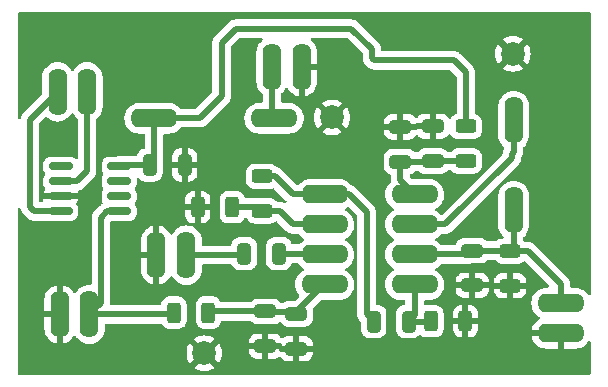
<source format=gbr>
%TF.GenerationSoftware,KiCad,Pcbnew,(6.0.7)*%
%TF.CreationDate,2023-04-27T19:06:35-04:00*%
%TF.ProjectId,sMeter Daughter Board v1,734d6574-6572-4204-9461-756768746572,rev?*%
%TF.SameCoordinates,Original*%
%TF.FileFunction,Copper,L1,Top*%
%TF.FilePolarity,Positive*%
%FSLAX46Y46*%
G04 Gerber Fmt 4.6, Leading zero omitted, Abs format (unit mm)*
G04 Created by KiCad (PCBNEW (6.0.7)) date 2023-04-27 19:06:35*
%MOMM*%
%LPD*%
G01*
G04 APERTURE LIST*
G04 Aperture macros list*
%AMRoundRect*
0 Rectangle with rounded corners*
0 $1 Rounding radius*
0 $2 $3 $4 $5 $6 $7 $8 $9 X,Y pos of 4 corners*
0 Add a 4 corners polygon primitive as box body*
4,1,4,$2,$3,$4,$5,$6,$7,$8,$9,$2,$3,0*
0 Add four circle primitives for the rounded corners*
1,1,$1+$1,$2,$3*
1,1,$1+$1,$4,$5*
1,1,$1+$1,$6,$7*
1,1,$1+$1,$8,$9*
0 Add four rect primitives between the rounded corners*
20,1,$1+$1,$2,$3,$4,$5,0*
20,1,$1+$1,$4,$5,$6,$7,0*
20,1,$1+$1,$6,$7,$8,$9,0*
20,1,$1+$1,$8,$9,$2,$3,0*%
G04 Aperture macros list end*
%TA.AperFunction,SMDPad,CuDef*%
%ADD10C,2.000000*%
%TD*%
%TA.AperFunction,SMDPad,CuDef*%
%ADD11RoundRect,0.250000X-0.625000X0.312500X-0.625000X-0.312500X0.625000X-0.312500X0.625000X0.312500X0*%
%TD*%
%TA.AperFunction,ComponentPad*%
%ADD12O,1.600000X4.000000*%
%TD*%
%TA.AperFunction,SMDPad,CuDef*%
%ADD13RoundRect,0.250000X0.312500X0.625000X-0.312500X0.625000X-0.312500X-0.625000X0.312500X-0.625000X0*%
%TD*%
%TA.AperFunction,ComponentPad*%
%ADD14O,4.000000X1.600000*%
%TD*%
%TA.AperFunction,SMDPad,CuDef*%
%ADD15RoundRect,0.250000X-0.650000X0.325000X-0.650000X-0.325000X0.650000X-0.325000X0.650000X0.325000X0*%
%TD*%
%TA.AperFunction,SMDPad,CuDef*%
%ADD16RoundRect,0.250000X0.650000X-0.325000X0.650000X0.325000X-0.650000X0.325000X-0.650000X-0.325000X0*%
%TD*%
%TA.AperFunction,SMDPad,CuDef*%
%ADD17RoundRect,0.150000X-0.825000X-0.150000X0.825000X-0.150000X0.825000X0.150000X-0.825000X0.150000X0*%
%TD*%
%TA.AperFunction,SMDPad,CuDef*%
%ADD18RoundRect,0.250000X-0.312500X-0.625000X0.312500X-0.625000X0.312500X0.625000X-0.312500X0.625000X0*%
%TD*%
%TA.AperFunction,SMDPad,CuDef*%
%ADD19RoundRect,0.250000X0.325000X0.650000X-0.325000X0.650000X-0.325000X-0.650000X0.325000X-0.650000X0*%
%TD*%
%TA.AperFunction,SMDPad,CuDef*%
%ADD20RoundRect,0.250000X0.625000X-0.312500X0.625000X0.312500X-0.625000X0.312500X-0.625000X-0.312500X0*%
%TD*%
%TA.AperFunction,SMDPad,CuDef*%
%ADD21RoundRect,0.250000X-0.325000X-0.650000X0.325000X-0.650000X0.325000X0.650000X-0.325000X0.650000X0*%
%TD*%
%TA.AperFunction,Conductor*%
%ADD22C,0.550000*%
%TD*%
G04 APERTURE END LIST*
D10*
%TO.P,,1,Pin_1*%
%TO.N,GND*%
X82030000Y-121780000D03*
%TD*%
%TO.P,,1,Pin_1*%
%TO.N,GND*%
X92840000Y-101820000D03*
%TD*%
D11*
%TO.P,R5,1*%
%TO.N,12V*%
X104160000Y-102577500D03*
%TO.P,R5,2*%
%TO.N,SM_12V*%
X104160000Y-105502500D03*
%TD*%
D12*
%TO.P,D1,1,K*%
%TO.N,Net-(C3-Pad1)*%
X108220000Y-109690000D03*
%TO.P,D1,2,A*%
%TO.N,Net-(D1-Pad2)*%
X108220000Y-102070000D03*
%TD*%
D13*
%TO.P,R4,1*%
%TO.N,Net-(R3-Pad1)*%
X84393500Y-109408500D03*
%TO.P,R4,2*%
%TO.N,GND*%
X81468500Y-109408500D03*
%TD*%
D14*
%TO.P,J2,1,Pin_1*%
%TO.N,Net-(C3-Pad1)*%
X112220000Y-117535000D03*
%TO.P,J2,2,Pin_2*%
%TO.N,GND*%
X112220000Y-120075000D03*
%TD*%
D13*
%TO.P,R1,1*%
%TO.N,GND*%
X104132500Y-119060000D03*
%TO.P,R1,2*%
%TO.N,Net-(C2-Pad2)*%
X101207500Y-119060000D03*
%TD*%
D15*
%TO.P,C10,1*%
%TO.N,SM_N12V*%
X87190000Y-118245000D03*
%TO.P,C10,2*%
%TO.N,GND*%
X87190000Y-121195000D03*
%TD*%
%TO.P,C3,1*%
%TO.N,Net-(C3-Pad1)*%
X104710000Y-113085000D03*
%TO.P,C3,2*%
%TO.N,GND*%
X104710000Y-116035000D03*
%TD*%
D16*
%TO.P,C7,1*%
%TO.N,SM_12V*%
X101370000Y-105515000D03*
%TO.P,C7,2*%
%TO.N,GND*%
X101370000Y-102565000D03*
%TD*%
%TO.P,C8,1*%
%TO.N,SM_12V*%
X98620000Y-105555000D03*
%TO.P,C8,2*%
%TO.N,GND*%
X98620000Y-102605000D03*
%TD*%
D12*
%TO.P,J1,1,Pin_1*%
%TO.N,GND*%
X77973000Y-113472500D03*
%TO.P,J1,2,Pin_2*%
%TO.N,Net-(C1-Pad1)*%
X80513000Y-113472500D03*
%TD*%
D14*
%TO.P,U1,1*%
%TO.N,Net-(C2-Pad1)*%
X92212000Y-108339000D03*
%TO.P,U1,2,-*%
%TO.N,Net-(R3-Pad1)*%
X92212000Y-110879000D03*
%TO.P,U1,3,+*%
%TO.N,Net-(C1-Pad2)*%
X92212000Y-113419000D03*
%TO.P,U1,4,V-*%
%TO.N,SM_N12V*%
X92212000Y-115959000D03*
%TO.P,U1,5,+*%
%TO.N,Net-(C2-Pad2)*%
X99832000Y-115959000D03*
%TO.P,U1,6,-*%
%TO.N,Net-(C3-Pad1)*%
X99832000Y-113419000D03*
%TO.P,U1,7*%
%TO.N,Net-(D1-Pad2)*%
X99832000Y-110879000D03*
%TO.P,U1,8,V+*%
%TO.N,SM_12V*%
X99832000Y-108339000D03*
%TD*%
D17*
%TO.P,U2,1,NC*%
%TO.N,unconnected-(U2-Pad1)*%
X69855000Y-105965000D03*
%TO.P,U2,2,CAP+*%
%TO.N,Net-(C6-Pad1)*%
X69855000Y-107235000D03*
%TO.P,U2,3,GND*%
%TO.N,GND*%
X69855000Y-108505000D03*
%TO.P,U2,4,CAP-*%
%TO.N,Net-(C6-Pad2)*%
X69855000Y-109775000D03*
%TO.P,U2,5,VOUT*%
%TO.N,-12V*%
X74805000Y-109775000D03*
%TO.P,U2,6,LV*%
%TO.N,unconnected-(U2-Pad6)*%
X74805000Y-108505000D03*
%TO.P,U2,7,OSC*%
%TO.N,unconnected-(U2-Pad7)*%
X74805000Y-107235000D03*
%TO.P,U2,8,V+*%
%TO.N,12V*%
X74805000Y-105965000D03*
%TD*%
D14*
%TO.P,D2,1,K*%
%TO.N,12V*%
X77770000Y-101870000D03*
%TO.P,D2,2,A*%
%TO.N,Net-(D2-Pad2)*%
X87930000Y-101870000D03*
%TD*%
D12*
%TO.P,C5,1*%
%TO.N,GND*%
X69797349Y-118480000D03*
%TO.P,C5,2*%
%TO.N,-12V*%
X72297349Y-118480000D03*
%TD*%
%TO.P,C6,1*%
%TO.N,Net-(C6-Pad1)*%
X72102651Y-99650000D03*
%TO.P,C6,2*%
%TO.N,Net-(C6-Pad2)*%
X69602651Y-99650000D03*
%TD*%
%TO.P,J3,1,Pin_1*%
%TO.N,GND*%
X90280000Y-97530000D03*
%TO.P,J3,2,Pin_2*%
%TO.N,Net-(D2-Pad2)*%
X87740000Y-97530000D03*
%TD*%
D18*
%TO.P,R6,1*%
%TO.N,-12V*%
X79447500Y-118340000D03*
%TO.P,R6,2*%
%TO.N,SM_N12V*%
X82372500Y-118340000D03*
%TD*%
D15*
%TO.P,C9,1*%
%TO.N,SM_N12V*%
X89810000Y-118445000D03*
%TO.P,C9,2*%
%TO.N,GND*%
X89810000Y-121395000D03*
%TD*%
D19*
%TO.P,C4,1*%
%TO.N,GND*%
X80355000Y-105840000D03*
%TO.P,C4,2*%
%TO.N,12V*%
X77405000Y-105840000D03*
%TD*%
D20*
%TO.P,R2,1*%
%TO.N,GND*%
X107910000Y-116062500D03*
%TO.P,R2,2*%
%TO.N,Net-(C3-Pad1)*%
X107910000Y-113137500D03*
%TD*%
D21*
%TO.P,C2,1*%
%TO.N,Net-(C2-Pad1)*%
X96365000Y-119100000D03*
%TO.P,C2,2*%
%TO.N,Net-(C2-Pad2)*%
X99315000Y-119100000D03*
%TD*%
D20*
%TO.P,R3,1*%
%TO.N,Net-(R3-Pad1)*%
X86931500Y-109728000D03*
%TO.P,R3,2*%
%TO.N,Net-(C2-Pad1)*%
X86931500Y-106803000D03*
%TD*%
D10*
%TO.P,,1,Pin_1*%
%TO.N,GND*%
X108140000Y-96420000D03*
%TD*%
D21*
%TO.P,C1,1*%
%TO.N,Net-(C1-Pad1)*%
X85393000Y-113345500D03*
%TO.P,C1,2*%
%TO.N,Net-(C1-Pad2)*%
X88343000Y-113345500D03*
%TD*%
D22*
%TO.N,Net-(C3-Pad1)*%
X109407500Y-113137500D02*
X107910000Y-113137500D01*
X112220000Y-115950000D02*
X109407500Y-113137500D01*
X112220000Y-117535000D02*
X112220000Y-115950000D01*
X107857500Y-113085000D02*
X107910000Y-113137500D01*
X104710000Y-113085000D02*
X107857500Y-113085000D01*
X104376000Y-113419000D02*
X104710000Y-113085000D01*
X99832000Y-113419000D02*
X104376000Y-113419000D01*
X108220000Y-112827500D02*
X107910000Y-113137500D01*
X108220000Y-109690000D02*
X108220000Y-112827500D01*
%TO.N,Net-(D1-Pad2)*%
X108220000Y-104730000D02*
X108220000Y-102070000D01*
X108070000Y-105250000D02*
X108070000Y-104880000D01*
X108070000Y-104880000D02*
X108220000Y-104730000D01*
X102441000Y-110879000D02*
X108070000Y-105250000D01*
X99832000Y-110879000D02*
X102441000Y-110879000D01*
%TO.N,SM_12V*%
X98620000Y-107127000D02*
X99832000Y-108339000D01*
X98620000Y-105555000D02*
X98620000Y-107127000D01*
X104147500Y-105515000D02*
X104160000Y-105502500D01*
X101370000Y-105515000D02*
X104147500Y-105515000D01*
X101330000Y-105555000D02*
X101370000Y-105515000D01*
X98620000Y-105555000D02*
X101330000Y-105555000D01*
%TO.N,12V*%
X104160000Y-98010000D02*
X104160000Y-102577500D01*
X103130000Y-96980000D02*
X104160000Y-98010000D01*
X96410000Y-96980000D02*
X103130000Y-96980000D01*
X96220000Y-96790000D02*
X96410000Y-96980000D01*
X96220000Y-96050000D02*
X96220000Y-96790000D01*
X83490000Y-100030000D02*
X83490000Y-95500000D01*
X81650000Y-101870000D02*
X83490000Y-100030000D01*
X83490000Y-95500000D02*
X84690000Y-94300000D01*
X77770000Y-101870000D02*
X81650000Y-101870000D01*
X84690000Y-94300000D02*
X94470000Y-94300000D01*
X94470000Y-94300000D02*
X96220000Y-96050000D01*
%TO.N,-12V*%
X79307500Y-118480000D02*
X72297349Y-118480000D01*
X79447500Y-118340000D02*
X79307500Y-118480000D01*
%TO.N,SM_N12V*%
X82467500Y-118245000D02*
X82372500Y-118340000D01*
X87190000Y-118245000D02*
X82467500Y-118245000D01*
X87220000Y-118275000D02*
X87190000Y-118245000D01*
X89820000Y-118275000D02*
X87220000Y-118275000D01*
X92136000Y-115959000D02*
X89820000Y-118275000D01*
X92212000Y-115959000D02*
X92136000Y-115959000D01*
%TO.N,Net-(C2-Pad2)*%
X99832000Y-118583000D02*
X99315000Y-119100000D01*
X99832000Y-115959000D02*
X99832000Y-118583000D01*
X101167500Y-119100000D02*
X101207500Y-119060000D01*
X99315000Y-119100000D02*
X101167500Y-119100000D01*
%TO.N,Net-(C2-Pad1)*%
X95758000Y-109791500D02*
X95758000Y-118493000D01*
X95758000Y-118493000D02*
X96365000Y-119100000D01*
%TO.N,-12V*%
X73270000Y-117507349D02*
X72297349Y-118480000D01*
X73270000Y-110320000D02*
X73270000Y-117507349D01*
X73815000Y-109775000D02*
X73270000Y-110320000D01*
X74805000Y-109775000D02*
X73815000Y-109775000D01*
%TO.N,Net-(C6-Pad1)*%
X72102651Y-106357349D02*
X72102651Y-99650000D01*
X69855000Y-107235000D02*
X71225000Y-107235000D01*
X71225000Y-107235000D02*
X72102651Y-106357349D01*
%TO.N,Net-(C6-Pad2)*%
X67250000Y-102002651D02*
X69602651Y-99650000D01*
X67635000Y-109775000D02*
X67250000Y-109390000D01*
X69855000Y-109775000D02*
X67635000Y-109775000D01*
X67250000Y-109390000D02*
X67250000Y-102002651D01*
%TO.N,12V*%
X74930000Y-105840000D02*
X74805000Y-105965000D01*
X77405000Y-105840000D02*
X74930000Y-105840000D01*
X77770000Y-105475000D02*
X77405000Y-105840000D01*
X77770000Y-101870000D02*
X77770000Y-105475000D01*
%TO.N,Net-(D2-Pad2)*%
X87740000Y-101680000D02*
X87930000Y-101870000D01*
X87740000Y-97530000D02*
X87740000Y-101680000D01*
%TO.N,Net-(C1-Pad1)*%
X85266000Y-113472500D02*
X85393000Y-113345500D01*
X80513000Y-113472500D02*
X85266000Y-113472500D01*
%TO.N,Net-(C2-Pad1)*%
X89543000Y-108339000D02*
X92212000Y-108339000D01*
X88007000Y-106803000D02*
X89543000Y-108339000D01*
X94305500Y-108339000D02*
X92212000Y-108339000D01*
X95758000Y-109791500D02*
X94305500Y-108339000D01*
X86931500Y-106803000D02*
X88007000Y-106803000D01*
%TO.N,Net-(C1-Pad2)*%
X92138500Y-113345500D02*
X92212000Y-113419000D01*
X88343000Y-113345500D02*
X92138500Y-113345500D01*
%TO.N,Net-(R3-Pad1)*%
X86612000Y-109408500D02*
X86931500Y-109728000D01*
X84393500Y-109408500D02*
X86612000Y-109408500D01*
X89543000Y-110879000D02*
X92212000Y-110879000D01*
X86931500Y-109728000D02*
X88392000Y-109728000D01*
X88392000Y-109728000D02*
X89543000Y-110879000D01*
%TD*%
%TA.AperFunction,Conductor*%
%TO.N,GND*%
G36*
X114698621Y-92924502D02*
G01*
X114745114Y-92978158D01*
X114756500Y-93030500D01*
X114756500Y-116762799D01*
X114736498Y-116830920D01*
X114682842Y-116877413D01*
X114612568Y-116887517D01*
X114547988Y-116858023D01*
X114527287Y-116835070D01*
X114522202Y-116827807D01*
X114476682Y-116762799D01*
X114429357Y-116695211D01*
X114429355Y-116695208D01*
X114426198Y-116690700D01*
X114264300Y-116528802D01*
X114259792Y-116525645D01*
X114259789Y-116525643D01*
X114121217Y-116428614D01*
X114076749Y-116397477D01*
X114071767Y-116395154D01*
X114071762Y-116395151D01*
X113874225Y-116303039D01*
X113874224Y-116303039D01*
X113869243Y-116300716D01*
X113863935Y-116299294D01*
X113863933Y-116299293D01*
X113653402Y-116242881D01*
X113653400Y-116242881D01*
X113648087Y-116241457D01*
X113548520Y-116232746D01*
X113479851Y-116226738D01*
X113479844Y-116226738D01*
X113477127Y-116226500D01*
X113129500Y-116226500D01*
X113061379Y-116206498D01*
X113014886Y-116152842D01*
X113003500Y-116100500D01*
X113003500Y-115959001D01*
X113003507Y-115957681D01*
X113004348Y-115877363D01*
X113004422Y-115870322D01*
X113002934Y-115863439D01*
X112995585Y-115829445D01*
X112993525Y-115816867D01*
X112989649Y-115782312D01*
X112989648Y-115782308D01*
X112988864Y-115775318D01*
X112978257Y-115744860D01*
X112974093Y-115730046D01*
X112968764Y-115705397D01*
X112967276Y-115698514D01*
X112956039Y-115674416D01*
X112949602Y-115660610D01*
X112944806Y-115648800D01*
X112931057Y-115609319D01*
X112913959Y-115581957D01*
X112906626Y-115568451D01*
X112892989Y-115539207D01*
X112867367Y-115506175D01*
X112860074Y-115495721D01*
X112841641Y-115466223D01*
X112841640Y-115466222D01*
X112837909Y-115460251D01*
X112810181Y-115432328D01*
X112809627Y-115431736D01*
X112809123Y-115431087D01*
X112783971Y-115405935D01*
X112714051Y-115335525D01*
X112713041Y-115334884D01*
X112711862Y-115333826D01*
X109967919Y-112589883D01*
X109966990Y-112588945D01*
X109941583Y-112563000D01*
X109905829Y-112526489D01*
X109899907Y-112522672D01*
X109899904Y-112522670D01*
X109870678Y-112503835D01*
X109860339Y-112496407D01*
X109827650Y-112470312D01*
X109821308Y-112467246D01*
X109821303Y-112467243D01*
X109798610Y-112456273D01*
X109785198Y-112448747D01*
X109764000Y-112435086D01*
X109763995Y-112435084D01*
X109758076Y-112431269D01*
X109718781Y-112416967D01*
X109707037Y-112412006D01*
X109675744Y-112396878D01*
X109675742Y-112396877D01*
X109669395Y-112393809D01*
X109637956Y-112386551D01*
X109623220Y-112382185D01*
X109599520Y-112373559D01*
X109599516Y-112373558D01*
X109592900Y-112371150D01*
X109585914Y-112370267D01*
X109585912Y-112370267D01*
X109551421Y-112365910D01*
X109538869Y-112363675D01*
X109531630Y-112362004D01*
X109498123Y-112354268D01*
X109491083Y-112354243D01*
X109491080Y-112354243D01*
X109458796Y-112354130D01*
X109457959Y-112354102D01*
X109457146Y-112354000D01*
X109421554Y-112354000D01*
X109421114Y-112353999D01*
X109415359Y-112353979D01*
X109322347Y-112353654D01*
X109321179Y-112353915D01*
X109319611Y-112354000D01*
X109188959Y-112354000D01*
X109120838Y-112333998D01*
X109099942Y-112317173D01*
X109040483Y-112257818D01*
X109006403Y-112195536D01*
X109003500Y-112168645D01*
X109003500Y-112004362D01*
X109023502Y-111936241D01*
X109057231Y-111901148D01*
X109059787Y-111899358D01*
X109064300Y-111896198D01*
X109226198Y-111734300D01*
X109233901Y-111723300D01*
X109299266Y-111629948D01*
X109357523Y-111546749D01*
X109359846Y-111541767D01*
X109359849Y-111541762D01*
X109451961Y-111344225D01*
X109451961Y-111344224D01*
X109454284Y-111339243D01*
X109457232Y-111328243D01*
X109512119Y-111123402D01*
X109512119Y-111123400D01*
X109513543Y-111118087D01*
X109524652Y-110991106D01*
X109528262Y-110949851D01*
X109528262Y-110949844D01*
X109528500Y-110947127D01*
X109528500Y-108432873D01*
X109513543Y-108261913D01*
X109494434Y-108190599D01*
X109455707Y-108046067D01*
X109455706Y-108046065D01*
X109454284Y-108040757D01*
X109451961Y-108035775D01*
X109359849Y-107838238D01*
X109359846Y-107838233D01*
X109357523Y-107833251D01*
X109281143Y-107724170D01*
X109229357Y-107650211D01*
X109229355Y-107650208D01*
X109226198Y-107645700D01*
X109064300Y-107483802D01*
X109059792Y-107480645D01*
X109059789Y-107480643D01*
X108981611Y-107425902D01*
X108876749Y-107352477D01*
X108871767Y-107350154D01*
X108871762Y-107350151D01*
X108674225Y-107258039D01*
X108674224Y-107258039D01*
X108669243Y-107255716D01*
X108663935Y-107254294D01*
X108663933Y-107254293D01*
X108453402Y-107197881D01*
X108453400Y-107197881D01*
X108448087Y-107196457D01*
X108220000Y-107176502D01*
X107991913Y-107196457D01*
X107986600Y-107197881D01*
X107986598Y-107197881D01*
X107776067Y-107254293D01*
X107776065Y-107254294D01*
X107770757Y-107255716D01*
X107765776Y-107258039D01*
X107765775Y-107258039D01*
X107568238Y-107350151D01*
X107568233Y-107350154D01*
X107563251Y-107352477D01*
X107458389Y-107425902D01*
X107380211Y-107480643D01*
X107380208Y-107480645D01*
X107375700Y-107483802D01*
X107213802Y-107645700D01*
X107210645Y-107650208D01*
X107210643Y-107650211D01*
X107158857Y-107724170D01*
X107082477Y-107833251D01*
X107080154Y-107838233D01*
X107080151Y-107838238D01*
X106988039Y-108035775D01*
X106985716Y-108040757D01*
X106984294Y-108046065D01*
X106984293Y-108046067D01*
X106945566Y-108190599D01*
X106926457Y-108261913D01*
X106911500Y-108432873D01*
X106911500Y-110947127D01*
X106911738Y-110949844D01*
X106911738Y-110949851D01*
X106915348Y-110991106D01*
X106926457Y-111118087D01*
X106927881Y-111123400D01*
X106927881Y-111123402D01*
X106982769Y-111328243D01*
X106985716Y-111339243D01*
X106988039Y-111344224D01*
X106988039Y-111344225D01*
X107080151Y-111541762D01*
X107080154Y-111541767D01*
X107082477Y-111546749D01*
X107140734Y-111629948D01*
X107206100Y-111723300D01*
X107213802Y-111734300D01*
X107330907Y-111851405D01*
X107364933Y-111913717D01*
X107359868Y-111984532D01*
X107317321Y-112041368D01*
X107250801Y-112066179D01*
X107241812Y-112066500D01*
X107234600Y-112066500D01*
X107231354Y-112066837D01*
X107231350Y-112066837D01*
X107135692Y-112076762D01*
X107135688Y-112076763D01*
X107128834Y-112077474D01*
X107122298Y-112079655D01*
X107122296Y-112079655D01*
X106990194Y-112123728D01*
X106961054Y-112133450D01*
X106810652Y-112226522D01*
X106805479Y-112231704D01*
X106772722Y-112264518D01*
X106710439Y-112298597D01*
X106683549Y-112301500D01*
X106026480Y-112301500D01*
X105958359Y-112281498D01*
X105937462Y-112264673D01*
X105935982Y-112263195D01*
X105833303Y-112160695D01*
X105815951Y-112149999D01*
X105688968Y-112071725D01*
X105688966Y-112071724D01*
X105682738Y-112067885D01*
X105583004Y-112034805D01*
X105521389Y-112014368D01*
X105521387Y-112014368D01*
X105514861Y-112012203D01*
X105508025Y-112011503D01*
X105508022Y-112011502D01*
X105464969Y-112007091D01*
X105410400Y-112001500D01*
X104009600Y-112001500D01*
X104006354Y-112001837D01*
X104006350Y-112001837D01*
X103910692Y-112011762D01*
X103910688Y-112011763D01*
X103903834Y-112012474D01*
X103897298Y-112014655D01*
X103897296Y-112014655D01*
X103817228Y-112041368D01*
X103736054Y-112068450D01*
X103585652Y-112161522D01*
X103460695Y-112286697D01*
X103456855Y-112292927D01*
X103456854Y-112292928D01*
X103384910Y-112409643D01*
X103367885Y-112437262D01*
X103357941Y-112467243D01*
X103330768Y-112549167D01*
X103290338Y-112607527D01*
X103224773Y-112634764D01*
X103211175Y-112635500D01*
X102146362Y-112635500D01*
X102078241Y-112615498D01*
X102043148Y-112581769D01*
X102041358Y-112579213D01*
X102038198Y-112574700D01*
X101876300Y-112412802D01*
X101871792Y-112409645D01*
X101871789Y-112409643D01*
X101787541Y-112350652D01*
X101688749Y-112281477D01*
X101683767Y-112279154D01*
X101683762Y-112279151D01*
X101649543Y-112263195D01*
X101596258Y-112216278D01*
X101576797Y-112148001D01*
X101597339Y-112080041D01*
X101649543Y-112034805D01*
X101683762Y-112018849D01*
X101683767Y-112018846D01*
X101688749Y-112016523D01*
X101853521Y-111901148D01*
X101871789Y-111888357D01*
X101871792Y-111888355D01*
X101876300Y-111885198D01*
X102038198Y-111723300D01*
X102043148Y-111716231D01*
X102044227Y-111715369D01*
X102044892Y-111714576D01*
X102045051Y-111714710D01*
X102098604Y-111671902D01*
X102146362Y-111662500D01*
X102431999Y-111662500D01*
X102433320Y-111662507D01*
X102520678Y-111663422D01*
X102527563Y-111661933D01*
X102527566Y-111661933D01*
X102561545Y-111654586D01*
X102574128Y-111652525D01*
X102584246Y-111651390D01*
X102615682Y-111647864D01*
X102622337Y-111645546D01*
X102622343Y-111645545D01*
X102646146Y-111637256D01*
X102660955Y-111633093D01*
X102685601Y-111627764D01*
X102685605Y-111627763D01*
X102692486Y-111626275D01*
X102730395Y-111608598D01*
X102742171Y-111603816D01*
X102781681Y-111590057D01*
X102809039Y-111572962D01*
X102822556Y-111565623D01*
X102845415Y-111554964D01*
X102845418Y-111554962D01*
X102851794Y-111551989D01*
X102858550Y-111546749D01*
X102884835Y-111526360D01*
X102895283Y-111519071D01*
X102930749Y-111496909D01*
X102958672Y-111469181D01*
X102959264Y-111468627D01*
X102959913Y-111468123D01*
X102985065Y-111442971D01*
X103055475Y-111373051D01*
X103056116Y-111372041D01*
X103057174Y-111370862D01*
X108617617Y-105810419D01*
X108618555Y-105809490D01*
X108618663Y-105809384D01*
X108681011Y-105748329D01*
X108684828Y-105742407D01*
X108684830Y-105742404D01*
X108703665Y-105713178D01*
X108711093Y-105702839D01*
X108737188Y-105670150D01*
X108740254Y-105663808D01*
X108740257Y-105663803D01*
X108751227Y-105641110D01*
X108758753Y-105627698D01*
X108772414Y-105606500D01*
X108772416Y-105606495D01*
X108776231Y-105600576D01*
X108790533Y-105561281D01*
X108795494Y-105549537D01*
X108810622Y-105518244D01*
X108810623Y-105518242D01*
X108813691Y-105511895D01*
X108820949Y-105480456D01*
X108825315Y-105465720D01*
X108833941Y-105442020D01*
X108833942Y-105442016D01*
X108836350Y-105435400D01*
X108841590Y-105393921D01*
X108843825Y-105381369D01*
X108851648Y-105347483D01*
X108853232Y-105340623D01*
X108853370Y-105301296D01*
X108853398Y-105300459D01*
X108853500Y-105299646D01*
X108853500Y-105263900D01*
X108853598Y-105235913D01*
X108873838Y-105167862D01*
X108881120Y-105157752D01*
X108882789Y-105155661D01*
X108882790Y-105155659D01*
X108887188Y-105150150D01*
X108890254Y-105143808D01*
X108890257Y-105143803D01*
X108901227Y-105121110D01*
X108908753Y-105107698D01*
X108922414Y-105086500D01*
X108922416Y-105086495D01*
X108926231Y-105080576D01*
X108940533Y-105041281D01*
X108945494Y-105029537D01*
X108960622Y-104998244D01*
X108960623Y-104998242D01*
X108963691Y-104991895D01*
X108970949Y-104960456D01*
X108975315Y-104945720D01*
X108983941Y-104922020D01*
X108983942Y-104922016D01*
X108986350Y-104915400D01*
X108991590Y-104873921D01*
X108993825Y-104861369D01*
X109001648Y-104827483D01*
X109003232Y-104820623D01*
X109003342Y-104789377D01*
X109003370Y-104781296D01*
X109003398Y-104780459D01*
X109003500Y-104779646D01*
X109003500Y-104743900D01*
X109003846Y-104644847D01*
X109003585Y-104643679D01*
X109003500Y-104642111D01*
X109003500Y-104384362D01*
X109023502Y-104316241D01*
X109057231Y-104281148D01*
X109059787Y-104279358D01*
X109064300Y-104276198D01*
X109226198Y-104114300D01*
X109357523Y-103926749D01*
X109359846Y-103921767D01*
X109359849Y-103921762D01*
X109451961Y-103724225D01*
X109451961Y-103724224D01*
X109454284Y-103719243D01*
X109462744Y-103687672D01*
X109512119Y-103503402D01*
X109512119Y-103503400D01*
X109513543Y-103498087D01*
X109524791Y-103369521D01*
X109528262Y-103329851D01*
X109528262Y-103329844D01*
X109528500Y-103327127D01*
X109528500Y-100812873D01*
X109513543Y-100641913D01*
X109499496Y-100589490D01*
X109455707Y-100426067D01*
X109455706Y-100426065D01*
X109454284Y-100420757D01*
X109436802Y-100383266D01*
X109359849Y-100218238D01*
X109359846Y-100218233D01*
X109357523Y-100213251D01*
X109239162Y-100044214D01*
X109229357Y-100030211D01*
X109229355Y-100030208D01*
X109226198Y-100025700D01*
X109064300Y-99863802D01*
X109059792Y-99860645D01*
X109059789Y-99860643D01*
X108970717Y-99798274D01*
X108876749Y-99732477D01*
X108871767Y-99730154D01*
X108871762Y-99730151D01*
X108674225Y-99638039D01*
X108674224Y-99638039D01*
X108669243Y-99635716D01*
X108663935Y-99634294D01*
X108663933Y-99634293D01*
X108453402Y-99577881D01*
X108453400Y-99577881D01*
X108448087Y-99576457D01*
X108220000Y-99556502D01*
X107991913Y-99576457D01*
X107986600Y-99577881D01*
X107986598Y-99577881D01*
X107776067Y-99634293D01*
X107776065Y-99634294D01*
X107770757Y-99635716D01*
X107765776Y-99638039D01*
X107765775Y-99638039D01*
X107568238Y-99730151D01*
X107568233Y-99730154D01*
X107563251Y-99732477D01*
X107469283Y-99798274D01*
X107380211Y-99860643D01*
X107380208Y-99860645D01*
X107375700Y-99863802D01*
X107213802Y-100025700D01*
X107210645Y-100030208D01*
X107210643Y-100030211D01*
X107200838Y-100044214D01*
X107082477Y-100213251D01*
X107080154Y-100218233D01*
X107080151Y-100218238D01*
X107003198Y-100383266D01*
X106985716Y-100420757D01*
X106984294Y-100426065D01*
X106984293Y-100426067D01*
X106940504Y-100589490D01*
X106926457Y-100641913D01*
X106911500Y-100812873D01*
X106911500Y-103327127D01*
X106911738Y-103329844D01*
X106911738Y-103329851D01*
X106915209Y-103369521D01*
X106926457Y-103498087D01*
X106927881Y-103503400D01*
X106927881Y-103503402D01*
X106977257Y-103687672D01*
X106985716Y-103719243D01*
X106988039Y-103724224D01*
X106988039Y-103724225D01*
X107080151Y-103921762D01*
X107080154Y-103921767D01*
X107082477Y-103926749D01*
X107213802Y-104114300D01*
X107375700Y-104276198D01*
X107380211Y-104279357D01*
X107384424Y-104282892D01*
X107383042Y-104284539D01*
X107421556Y-104332736D01*
X107428856Y-104403356D01*
X107408894Y-104447082D01*
X107410961Y-104448384D01*
X107407209Y-104454342D01*
X107402812Y-104459850D01*
X107399746Y-104466192D01*
X107399743Y-104466197D01*
X107388773Y-104488890D01*
X107381247Y-104502302D01*
X107367586Y-104523500D01*
X107367584Y-104523505D01*
X107363769Y-104529424D01*
X107349469Y-104568715D01*
X107344506Y-104580463D01*
X107341226Y-104587249D01*
X107326309Y-104618105D01*
X107319051Y-104649544D01*
X107314685Y-104664280D01*
X107303650Y-104694600D01*
X107302767Y-104701586D01*
X107302767Y-104701588D01*
X107298410Y-104736079D01*
X107296175Y-104748631D01*
X107286768Y-104789377D01*
X107286743Y-104796417D01*
X107286743Y-104796420D01*
X107286630Y-104828704D01*
X107286602Y-104829541D01*
X107286500Y-104830354D01*
X107286500Y-104865901D01*
X107286499Y-104866344D01*
X107286473Y-104873743D01*
X107266232Y-104941793D01*
X107249569Y-104962395D01*
X102196826Y-110015138D01*
X102134514Y-110049164D01*
X102063699Y-110044099D01*
X102018636Y-110015138D01*
X101876300Y-109872802D01*
X101871792Y-109869645D01*
X101871789Y-109869643D01*
X101793611Y-109814902D01*
X101688749Y-109741477D01*
X101683767Y-109739154D01*
X101683762Y-109739151D01*
X101649543Y-109723195D01*
X101596258Y-109676278D01*
X101576797Y-109608001D01*
X101597339Y-109540041D01*
X101649543Y-109494805D01*
X101683762Y-109478849D01*
X101683767Y-109478846D01*
X101688749Y-109476523D01*
X101824240Y-109381651D01*
X101871789Y-109348357D01*
X101871792Y-109348355D01*
X101876300Y-109345198D01*
X102038198Y-109183300D01*
X102043782Y-109175326D01*
X102110794Y-109079622D01*
X102169523Y-108995749D01*
X102171846Y-108990767D01*
X102171849Y-108990762D01*
X102263961Y-108793225D01*
X102263961Y-108793224D01*
X102266284Y-108788243D01*
X102280188Y-108736355D01*
X102324119Y-108572402D01*
X102324119Y-108572400D01*
X102325543Y-108567087D01*
X102345498Y-108339000D01*
X102325543Y-108110913D01*
X102321495Y-108095806D01*
X102267707Y-107895067D01*
X102267706Y-107895065D01*
X102266284Y-107889757D01*
X102262835Y-107882360D01*
X102171849Y-107687238D01*
X102171846Y-107687233D01*
X102169523Y-107682251D01*
X102080771Y-107555500D01*
X102041357Y-107499211D01*
X102041355Y-107499208D01*
X102038198Y-107494700D01*
X101876300Y-107332802D01*
X101871792Y-107329645D01*
X101871789Y-107329643D01*
X101764178Y-107254293D01*
X101688749Y-107201477D01*
X101683767Y-107199154D01*
X101683762Y-107199151D01*
X101486225Y-107107039D01*
X101486224Y-107107039D01*
X101481243Y-107104716D01*
X101475935Y-107103294D01*
X101475933Y-107103293D01*
X101265402Y-107046881D01*
X101265400Y-107046881D01*
X101260087Y-107045457D01*
X101160520Y-107036746D01*
X101091851Y-107030738D01*
X101091844Y-107030738D01*
X101089127Y-107030500D01*
X99683726Y-107030500D01*
X99615605Y-107010498D01*
X99594631Y-106993595D01*
X99440405Y-106839369D01*
X99406379Y-106777057D01*
X99403500Y-106750274D01*
X99403500Y-106725879D01*
X99423502Y-106657758D01*
X99477158Y-106611265D01*
X99489623Y-106606356D01*
X99586993Y-106573870D01*
X99586995Y-106573869D01*
X99593946Y-106571550D01*
X99744348Y-106478478D01*
X99779448Y-106443317D01*
X99847165Y-106375482D01*
X99909448Y-106341403D01*
X99936338Y-106338500D01*
X100093589Y-106338500D01*
X100161710Y-106358502D01*
X100182607Y-106375327D01*
X100241516Y-106434134D01*
X100241521Y-106434138D01*
X100246697Y-106439305D01*
X100252927Y-106443145D01*
X100252928Y-106443146D01*
X100390090Y-106527694D01*
X100397262Y-106532115D01*
X100477005Y-106558564D01*
X100558611Y-106585632D01*
X100558613Y-106585632D01*
X100565139Y-106587797D01*
X100571975Y-106588497D01*
X100571978Y-106588498D01*
X100615031Y-106592909D01*
X100669600Y-106598500D01*
X102070400Y-106598500D01*
X102073646Y-106598163D01*
X102073650Y-106598163D01*
X102169308Y-106588238D01*
X102169312Y-106588237D01*
X102176166Y-106587526D01*
X102182702Y-106585345D01*
X102182704Y-106585345D01*
X102331309Y-106535766D01*
X102343946Y-106531550D01*
X102494348Y-106438478D01*
X102518479Y-106414305D01*
X102597165Y-106335482D01*
X102659448Y-106301403D01*
X102686338Y-106298500D01*
X102893563Y-106298500D01*
X102961684Y-106318502D01*
X102982581Y-106335327D01*
X103001635Y-106354348D01*
X103061697Y-106414305D01*
X103067927Y-106418145D01*
X103067928Y-106418146D01*
X103205090Y-106502694D01*
X103212262Y-106507115D01*
X103259476Y-106522775D01*
X103373611Y-106560632D01*
X103373613Y-106560632D01*
X103380139Y-106562797D01*
X103386975Y-106563497D01*
X103386978Y-106563498D01*
X103430031Y-106567909D01*
X103484600Y-106573500D01*
X104835400Y-106573500D01*
X104838646Y-106573163D01*
X104838650Y-106573163D01*
X104934308Y-106563238D01*
X104934312Y-106563237D01*
X104941166Y-106562526D01*
X104947702Y-106560345D01*
X104947704Y-106560345D01*
X105083684Y-106514978D01*
X105108946Y-106506550D01*
X105259348Y-106413478D01*
X105384305Y-106288303D01*
X105404908Y-106254879D01*
X105473275Y-106143968D01*
X105473276Y-106143966D01*
X105477115Y-106137738D01*
X105511769Y-106033260D01*
X105530632Y-105976389D01*
X105530632Y-105976387D01*
X105532797Y-105969861D01*
X105543500Y-105865400D01*
X105543500Y-105139600D01*
X105540968Y-105115194D01*
X105533238Y-105040692D01*
X105533237Y-105040688D01*
X105532526Y-105033834D01*
X105476550Y-104866054D01*
X105383478Y-104715652D01*
X105258303Y-104590695D01*
X105179802Y-104542306D01*
X105113968Y-104501725D01*
X105113966Y-104501724D01*
X105107738Y-104497885D01*
X105012201Y-104466197D01*
X104946389Y-104444368D01*
X104946387Y-104444368D01*
X104939861Y-104442203D01*
X104933025Y-104441503D01*
X104933022Y-104441502D01*
X104889969Y-104437091D01*
X104835400Y-104431500D01*
X103484600Y-104431500D01*
X103481354Y-104431837D01*
X103481350Y-104431837D01*
X103385692Y-104441762D01*
X103385688Y-104441763D01*
X103378834Y-104442474D01*
X103372298Y-104444655D01*
X103372296Y-104444655D01*
X103240194Y-104488728D01*
X103211054Y-104498450D01*
X103060652Y-104591522D01*
X103055479Y-104596704D01*
X102957835Y-104694518D01*
X102895552Y-104728597D01*
X102868662Y-104731500D01*
X102686480Y-104731500D01*
X102618359Y-104711498D01*
X102597462Y-104694673D01*
X102590758Y-104687980D01*
X102493303Y-104590695D01*
X102414802Y-104542306D01*
X102348968Y-104501725D01*
X102348966Y-104501724D01*
X102342738Y-104497885D01*
X102247201Y-104466197D01*
X102181389Y-104444368D01*
X102181387Y-104444368D01*
X102174861Y-104442203D01*
X102168025Y-104441503D01*
X102168022Y-104441502D01*
X102124969Y-104437091D01*
X102070400Y-104431500D01*
X100669600Y-104431500D01*
X100666354Y-104431837D01*
X100666350Y-104431837D01*
X100570692Y-104441762D01*
X100570688Y-104441763D01*
X100563834Y-104442474D01*
X100557298Y-104444655D01*
X100557296Y-104444655D01*
X100425194Y-104488728D01*
X100396054Y-104498450D01*
X100245652Y-104591522D01*
X100120695Y-104716697D01*
X100116854Y-104722928D01*
X100116330Y-104723592D01*
X100058414Y-104764655D01*
X100017448Y-104771500D01*
X99936480Y-104771500D01*
X99868359Y-104751498D01*
X99847462Y-104734673D01*
X99844284Y-104731500D01*
X99743303Y-104630695D01*
X99734012Y-104624968D01*
X99598968Y-104541725D01*
X99598966Y-104541724D01*
X99592738Y-104537885D01*
X99485102Y-104502184D01*
X99431389Y-104484368D01*
X99431387Y-104484368D01*
X99424861Y-104482203D01*
X99418025Y-104481503D01*
X99418022Y-104481502D01*
X99374969Y-104477091D01*
X99320400Y-104471500D01*
X97919600Y-104471500D01*
X97916354Y-104471837D01*
X97916350Y-104471837D01*
X97820692Y-104481762D01*
X97820688Y-104481763D01*
X97813834Y-104482474D01*
X97807298Y-104484655D01*
X97807296Y-104484655D01*
X97690864Y-104523500D01*
X97646054Y-104538450D01*
X97495652Y-104631522D01*
X97490479Y-104636704D01*
X97482350Y-104644847D01*
X97370695Y-104756697D01*
X97366855Y-104762927D01*
X97366854Y-104762928D01*
X97298127Y-104874424D01*
X97277885Y-104907262D01*
X97252090Y-104985032D01*
X97225077Y-105066475D01*
X97222203Y-105075139D01*
X97221503Y-105081975D01*
X97221502Y-105081978D01*
X97220401Y-105092724D01*
X97211500Y-105179600D01*
X97211500Y-105930400D01*
X97211837Y-105933646D01*
X97211837Y-105933650D01*
X97220506Y-106017197D01*
X97222474Y-106036166D01*
X97224655Y-106042702D01*
X97224655Y-106042704D01*
X97251035Y-106121773D01*
X97278450Y-106203946D01*
X97371522Y-106354348D01*
X97496697Y-106479305D01*
X97502927Y-106483145D01*
X97502928Y-106483146D01*
X97640090Y-106567694D01*
X97647262Y-106572115D01*
X97725795Y-106598163D01*
X97750167Y-106606247D01*
X97808527Y-106646678D01*
X97835764Y-106712242D01*
X97836500Y-106725840D01*
X97836500Y-107117999D01*
X97836493Y-107119319D01*
X97835578Y-107206678D01*
X97837067Y-107213565D01*
X97837667Y-107219472D01*
X97824651Y-107289265D01*
X97793305Y-107328725D01*
X97792209Y-107329645D01*
X97787700Y-107332802D01*
X97625802Y-107494700D01*
X97622645Y-107499208D01*
X97622643Y-107499211D01*
X97583229Y-107555500D01*
X97494477Y-107682251D01*
X97492154Y-107687233D01*
X97492151Y-107687238D01*
X97401165Y-107882360D01*
X97397716Y-107889757D01*
X97396294Y-107895065D01*
X97396293Y-107895067D01*
X97342505Y-108095806D01*
X97338457Y-108110913D01*
X97318502Y-108339000D01*
X97338457Y-108567087D01*
X97339881Y-108572400D01*
X97339881Y-108572402D01*
X97383813Y-108736355D01*
X97397716Y-108788243D01*
X97400039Y-108793224D01*
X97400039Y-108793225D01*
X97492151Y-108990762D01*
X97492154Y-108990767D01*
X97494477Y-108995749D01*
X97553206Y-109079622D01*
X97620219Y-109175326D01*
X97625802Y-109183300D01*
X97787700Y-109345198D01*
X97792208Y-109348355D01*
X97792211Y-109348357D01*
X97839760Y-109381651D01*
X97975251Y-109476523D01*
X97980233Y-109478846D01*
X97980238Y-109478849D01*
X98014457Y-109494805D01*
X98067742Y-109541722D01*
X98087203Y-109609999D01*
X98066661Y-109677959D01*
X98014457Y-109723195D01*
X97980238Y-109739151D01*
X97980233Y-109739154D01*
X97975251Y-109741477D01*
X97870389Y-109814902D01*
X97792211Y-109869643D01*
X97792208Y-109869645D01*
X97787700Y-109872802D01*
X97625802Y-110034700D01*
X97622645Y-110039208D01*
X97622643Y-110039211D01*
X97589101Y-110087114D01*
X97494477Y-110222251D01*
X97492154Y-110227233D01*
X97492151Y-110227238D01*
X97425623Y-110369910D01*
X97397716Y-110429757D01*
X97396294Y-110435065D01*
X97396293Y-110435067D01*
X97340622Y-110642832D01*
X97338457Y-110650913D01*
X97318502Y-110879000D01*
X97338457Y-111107087D01*
X97339881Y-111112400D01*
X97339881Y-111112402D01*
X97380376Y-111263528D01*
X97397716Y-111328243D01*
X97400039Y-111333224D01*
X97400039Y-111333225D01*
X97492151Y-111530762D01*
X97492154Y-111530767D01*
X97494477Y-111535749D01*
X97557864Y-111626275D01*
X97620249Y-111715369D01*
X97625802Y-111723300D01*
X97787700Y-111885198D01*
X97792208Y-111888355D01*
X97792211Y-111888357D01*
X97810479Y-111901148D01*
X97975251Y-112016523D01*
X97980233Y-112018846D01*
X97980238Y-112018849D01*
X98014457Y-112034805D01*
X98067742Y-112081722D01*
X98087203Y-112149999D01*
X98066661Y-112217959D01*
X98014457Y-112263195D01*
X97980238Y-112279151D01*
X97980233Y-112279154D01*
X97975251Y-112281477D01*
X97876459Y-112350652D01*
X97792211Y-112409643D01*
X97792208Y-112409645D01*
X97787700Y-112412802D01*
X97625802Y-112574700D01*
X97622645Y-112579208D01*
X97622643Y-112579211D01*
X97576507Y-112645100D01*
X97494477Y-112762251D01*
X97492154Y-112767233D01*
X97492151Y-112767238D01*
X97400039Y-112964775D01*
X97397716Y-112969757D01*
X97338457Y-113190913D01*
X97318502Y-113419000D01*
X97338457Y-113647087D01*
X97339881Y-113652400D01*
X97339881Y-113652402D01*
X97360184Y-113728171D01*
X97397716Y-113868243D01*
X97400039Y-113873224D01*
X97400039Y-113873225D01*
X97492151Y-114070762D01*
X97492154Y-114070767D01*
X97494477Y-114075749D01*
X97546721Y-114150361D01*
X97622640Y-114258784D01*
X97625802Y-114263300D01*
X97787700Y-114425198D01*
X97792208Y-114428355D01*
X97792211Y-114428357D01*
X97841075Y-114462572D01*
X97975251Y-114556523D01*
X97980233Y-114558846D01*
X97980238Y-114558849D01*
X98014457Y-114574805D01*
X98067742Y-114621722D01*
X98087203Y-114689999D01*
X98066661Y-114757959D01*
X98014457Y-114803195D01*
X97980238Y-114819151D01*
X97980233Y-114819154D01*
X97975251Y-114821477D01*
X97870389Y-114894902D01*
X97792211Y-114949643D01*
X97792208Y-114949645D01*
X97787700Y-114952802D01*
X97625802Y-115114700D01*
X97622645Y-115119208D01*
X97622643Y-115119211D01*
X97596114Y-115157099D01*
X97494477Y-115302251D01*
X97492154Y-115307233D01*
X97492151Y-115307238D01*
X97439552Y-115420038D01*
X97397716Y-115509757D01*
X97396294Y-115515065D01*
X97396293Y-115515067D01*
X97347138Y-115698514D01*
X97338457Y-115730913D01*
X97318502Y-115959000D01*
X97338457Y-116187087D01*
X97339881Y-116192400D01*
X97339881Y-116192402D01*
X97376764Y-116330048D01*
X97397716Y-116408243D01*
X97400039Y-116413224D01*
X97400039Y-116413225D01*
X97492151Y-116610762D01*
X97492154Y-116610767D01*
X97494477Y-116615749D01*
X97625802Y-116803300D01*
X97787700Y-116965198D01*
X97792208Y-116968355D01*
X97792211Y-116968357D01*
X97792757Y-116968739D01*
X97975251Y-117096523D01*
X97980233Y-117098846D01*
X97980238Y-117098849D01*
X98177775Y-117190961D01*
X98182757Y-117193284D01*
X98188065Y-117194706D01*
X98188067Y-117194707D01*
X98398598Y-117251119D01*
X98398600Y-117251119D01*
X98403913Y-117252543D01*
X98503480Y-117261254D01*
X98572149Y-117267262D01*
X98572156Y-117267262D01*
X98574873Y-117267500D01*
X98922500Y-117267500D01*
X98990621Y-117287502D01*
X99037114Y-117341158D01*
X99048500Y-117393500D01*
X99048500Y-117566598D01*
X99028498Y-117634719D01*
X98974842Y-117681212D01*
X98935504Y-117691925D01*
X98840692Y-117701762D01*
X98840688Y-117701763D01*
X98833834Y-117702474D01*
X98827298Y-117704655D01*
X98827296Y-117704655D01*
X98755459Y-117728622D01*
X98666054Y-117758450D01*
X98515652Y-117851522D01*
X98390695Y-117976697D01*
X98386855Y-117982927D01*
X98386854Y-117982928D01*
X98331415Y-118072867D01*
X98297885Y-118127262D01*
X98278150Y-118186762D01*
X98245303Y-118285794D01*
X98242203Y-118295139D01*
X98231500Y-118399600D01*
X98231500Y-119800400D01*
X98231837Y-119803646D01*
X98231837Y-119803650D01*
X98236272Y-119846389D01*
X98242474Y-119906166D01*
X98298450Y-120073946D01*
X98391522Y-120224348D01*
X98516697Y-120349305D01*
X98522927Y-120353145D01*
X98522928Y-120353146D01*
X98660090Y-120437694D01*
X98667262Y-120442115D01*
X98723346Y-120460717D01*
X98828611Y-120495632D01*
X98828613Y-120495632D01*
X98835139Y-120497797D01*
X98841975Y-120498497D01*
X98841978Y-120498498D01*
X98885031Y-120502909D01*
X98939600Y-120508500D01*
X99690400Y-120508500D01*
X99693646Y-120508163D01*
X99693650Y-120508163D01*
X99789308Y-120498238D01*
X99789312Y-120498237D01*
X99796166Y-120497526D01*
X99802702Y-120495345D01*
X99802704Y-120495345D01*
X99934806Y-120451272D01*
X99963946Y-120441550D01*
X100114348Y-120348478D01*
X100119521Y-120343296D01*
X100119526Y-120343292D01*
X100210823Y-120251835D01*
X100273105Y-120217755D01*
X100343925Y-120222758D01*
X100389014Y-120251679D01*
X100421697Y-120284305D01*
X100427927Y-120288145D01*
X100427928Y-120288146D01*
X100565288Y-120372816D01*
X100572262Y-120377115D01*
X100613497Y-120390792D01*
X100733611Y-120430632D01*
X100733613Y-120430632D01*
X100740139Y-120432797D01*
X100746975Y-120433497D01*
X100746978Y-120433498D01*
X100790031Y-120437909D01*
X100844600Y-120443500D01*
X101570400Y-120443500D01*
X101573646Y-120443163D01*
X101573650Y-120443163D01*
X101669308Y-120433238D01*
X101669312Y-120433237D01*
X101676166Y-120432526D01*
X101682702Y-120430345D01*
X101682704Y-120430345D01*
X101827059Y-120382184D01*
X101843946Y-120376550D01*
X101994348Y-120283478D01*
X102119305Y-120158303D01*
X102139742Y-120125149D01*
X102208275Y-120013968D01*
X102208276Y-120013966D01*
X102212115Y-120007738D01*
X102247014Y-119902519D01*
X102265632Y-119846389D01*
X102265632Y-119846387D01*
X102267797Y-119839861D01*
X102269730Y-119821000D01*
X102278046Y-119739830D01*
X102278500Y-119735400D01*
X102278500Y-119732095D01*
X103062001Y-119732095D01*
X103062338Y-119738614D01*
X103072257Y-119834206D01*
X103075149Y-119847600D01*
X103126588Y-120001784D01*
X103132761Y-120014962D01*
X103218063Y-120152807D01*
X103227099Y-120164208D01*
X103341829Y-120278739D01*
X103353240Y-120287751D01*
X103491243Y-120372816D01*
X103504424Y-120378963D01*
X103658710Y-120430138D01*
X103672086Y-120433005D01*
X103766438Y-120442672D01*
X103772854Y-120443000D01*
X103860385Y-120443000D01*
X103875624Y-120438525D01*
X103876829Y-120437135D01*
X103878500Y-120429452D01*
X103878500Y-120424884D01*
X104386500Y-120424884D01*
X104390975Y-120440123D01*
X104392365Y-120441328D01*
X104400048Y-120442999D01*
X104492095Y-120442999D01*
X104498614Y-120442662D01*
X104594206Y-120432743D01*
X104607600Y-120429851D01*
X104761784Y-120378412D01*
X104774962Y-120372239D01*
X104824600Y-120341522D01*
X109737273Y-120341522D01*
X109784764Y-120518761D01*
X109788510Y-120529053D01*
X109880586Y-120726511D01*
X109886069Y-120736007D01*
X110011028Y-120914467D01*
X110018084Y-120922875D01*
X110172125Y-121076916D01*
X110180533Y-121083972D01*
X110358993Y-121208931D01*
X110368489Y-121214414D01*
X110565947Y-121306490D01*
X110576239Y-121310236D01*
X110786688Y-121366625D01*
X110797481Y-121368528D01*
X110960170Y-121382762D01*
X110965635Y-121383000D01*
X111947885Y-121383000D01*
X111963124Y-121378525D01*
X111964329Y-121377135D01*
X111966000Y-121369452D01*
X111966000Y-120347115D01*
X111961525Y-120331876D01*
X111960135Y-120330671D01*
X111952452Y-120329000D01*
X109752033Y-120329000D01*
X109738502Y-120332973D01*
X109737273Y-120341522D01*
X104824600Y-120341522D01*
X104912807Y-120286937D01*
X104924208Y-120277901D01*
X105038739Y-120163171D01*
X105047751Y-120151760D01*
X105132816Y-120013757D01*
X105138963Y-120000576D01*
X105190138Y-119846290D01*
X105193005Y-119832914D01*
X105202672Y-119738562D01*
X105203000Y-119732145D01*
X105203000Y-119332115D01*
X105198525Y-119316876D01*
X105197135Y-119315671D01*
X105189452Y-119314000D01*
X104404615Y-119314000D01*
X104389376Y-119318475D01*
X104388171Y-119319865D01*
X104386500Y-119327548D01*
X104386500Y-120424884D01*
X103878500Y-120424884D01*
X103878500Y-119332115D01*
X103874025Y-119316876D01*
X103872635Y-119315671D01*
X103864952Y-119314000D01*
X103080116Y-119314000D01*
X103064877Y-119318475D01*
X103063672Y-119319865D01*
X103062001Y-119327548D01*
X103062001Y-119732095D01*
X102278500Y-119732095D01*
X102278500Y-118787885D01*
X103062000Y-118787885D01*
X103066475Y-118803124D01*
X103067865Y-118804329D01*
X103075548Y-118806000D01*
X103860385Y-118806000D01*
X103875624Y-118801525D01*
X103876829Y-118800135D01*
X103878500Y-118792452D01*
X103878500Y-118787885D01*
X104386500Y-118787885D01*
X104390975Y-118803124D01*
X104392365Y-118804329D01*
X104400048Y-118806000D01*
X105184884Y-118806000D01*
X105200123Y-118801525D01*
X105201328Y-118800135D01*
X105202999Y-118792452D01*
X105202999Y-118387905D01*
X105202662Y-118381386D01*
X105192743Y-118285794D01*
X105189851Y-118272400D01*
X105138412Y-118118216D01*
X105132239Y-118105038D01*
X105046937Y-117967193D01*
X105037901Y-117955792D01*
X104923171Y-117841261D01*
X104911760Y-117832249D01*
X104773757Y-117747184D01*
X104760576Y-117741037D01*
X104606290Y-117689862D01*
X104592914Y-117686995D01*
X104498562Y-117677328D01*
X104492145Y-117677000D01*
X104404615Y-117677000D01*
X104389376Y-117681475D01*
X104388171Y-117682865D01*
X104386500Y-117690548D01*
X104386500Y-118787885D01*
X103878500Y-118787885D01*
X103878500Y-117695116D01*
X103874025Y-117679877D01*
X103872635Y-117678672D01*
X103864952Y-117677001D01*
X103772905Y-117677001D01*
X103766386Y-117677338D01*
X103670794Y-117687257D01*
X103657400Y-117690149D01*
X103503216Y-117741588D01*
X103490038Y-117747761D01*
X103352193Y-117833063D01*
X103340792Y-117842099D01*
X103226261Y-117956829D01*
X103217249Y-117968240D01*
X103132184Y-118106243D01*
X103126037Y-118119424D01*
X103074862Y-118273710D01*
X103071995Y-118287086D01*
X103062328Y-118381438D01*
X103062000Y-118387855D01*
X103062000Y-118787885D01*
X102278500Y-118787885D01*
X102278500Y-118384600D01*
X102277482Y-118374789D01*
X102268238Y-118285692D01*
X102268237Y-118285688D01*
X102267526Y-118278834D01*
X102252879Y-118234930D01*
X102213868Y-118118002D01*
X102211550Y-118111054D01*
X102118478Y-117960652D01*
X101993303Y-117835695D01*
X101867989Y-117758450D01*
X101848968Y-117746725D01*
X101848966Y-117746724D01*
X101842738Y-117742885D01*
X101762995Y-117716436D01*
X101681389Y-117689368D01*
X101681387Y-117689368D01*
X101674861Y-117687203D01*
X101668025Y-117686503D01*
X101668022Y-117686502D01*
X101624969Y-117682091D01*
X101570400Y-117676500D01*
X100844600Y-117676500D01*
X100841356Y-117676837D01*
X100841348Y-117676837D01*
X100754503Y-117685848D01*
X100684682Y-117672983D01*
X100632900Y-117624412D01*
X100615500Y-117560521D01*
X100615500Y-117393500D01*
X100635502Y-117325379D01*
X100689158Y-117278886D01*
X100741500Y-117267500D01*
X101089127Y-117267500D01*
X101091844Y-117267262D01*
X101091851Y-117267262D01*
X101160520Y-117261254D01*
X101260087Y-117252543D01*
X101265400Y-117251119D01*
X101265402Y-117251119D01*
X101475933Y-117194707D01*
X101475935Y-117194706D01*
X101481243Y-117193284D01*
X101486225Y-117190961D01*
X101683762Y-117098849D01*
X101683767Y-117098846D01*
X101688749Y-117096523D01*
X101871243Y-116968739D01*
X101871789Y-116968357D01*
X101871792Y-116968355D01*
X101876300Y-116965198D01*
X102038198Y-116803300D01*
X102169523Y-116615749D01*
X102171846Y-116610767D01*
X102171849Y-116610762D01*
X102263961Y-116413225D01*
X102263961Y-116413224D01*
X102266284Y-116408243D01*
X102266592Y-116407095D01*
X103302001Y-116407095D01*
X103302338Y-116413614D01*
X103312257Y-116509206D01*
X103315149Y-116522600D01*
X103366588Y-116676784D01*
X103372761Y-116689962D01*
X103458063Y-116827807D01*
X103467099Y-116839208D01*
X103581829Y-116953739D01*
X103593240Y-116962751D01*
X103731243Y-117047816D01*
X103744424Y-117053963D01*
X103898710Y-117105138D01*
X103912086Y-117108005D01*
X104006438Y-117117672D01*
X104012854Y-117118000D01*
X104437885Y-117118000D01*
X104453124Y-117113525D01*
X104454329Y-117112135D01*
X104456000Y-117104452D01*
X104456000Y-117099884D01*
X104964000Y-117099884D01*
X104968475Y-117115123D01*
X104969865Y-117116328D01*
X104977548Y-117117999D01*
X105407095Y-117117999D01*
X105413614Y-117117662D01*
X105509206Y-117107743D01*
X105522600Y-117104851D01*
X105676784Y-117053412D01*
X105689962Y-117047239D01*
X105827807Y-116961937D01*
X105839208Y-116952901D01*
X105953739Y-116838171D01*
X105962751Y-116826760D01*
X106047816Y-116688757D01*
X106053963Y-116675576D01*
X106105138Y-116521290D01*
X106108005Y-116507914D01*
X106116798Y-116422095D01*
X106527001Y-116422095D01*
X106527338Y-116428614D01*
X106537257Y-116524206D01*
X106540149Y-116537600D01*
X106591588Y-116691784D01*
X106597761Y-116704962D01*
X106683063Y-116842807D01*
X106692099Y-116854208D01*
X106806829Y-116968739D01*
X106818240Y-116977751D01*
X106956243Y-117062816D01*
X106969424Y-117068963D01*
X107123710Y-117120138D01*
X107137086Y-117123005D01*
X107231438Y-117132672D01*
X107237854Y-117133000D01*
X107637885Y-117133000D01*
X107653124Y-117128525D01*
X107654329Y-117127135D01*
X107656000Y-117119452D01*
X107656000Y-117114884D01*
X108164000Y-117114884D01*
X108168475Y-117130123D01*
X108169865Y-117131328D01*
X108177548Y-117132999D01*
X108582095Y-117132999D01*
X108588614Y-117132662D01*
X108684206Y-117122743D01*
X108697600Y-117119851D01*
X108851784Y-117068412D01*
X108864962Y-117062239D01*
X109002807Y-116976937D01*
X109014208Y-116967901D01*
X109128739Y-116853171D01*
X109137751Y-116841760D01*
X109222816Y-116703757D01*
X109228963Y-116690576D01*
X109280138Y-116536290D01*
X109283005Y-116522914D01*
X109292672Y-116428562D01*
X109293000Y-116422146D01*
X109293000Y-116334615D01*
X109288525Y-116319376D01*
X109287135Y-116318171D01*
X109279452Y-116316500D01*
X108182115Y-116316500D01*
X108166876Y-116320975D01*
X108165671Y-116322365D01*
X108164000Y-116330048D01*
X108164000Y-117114884D01*
X107656000Y-117114884D01*
X107656000Y-116334615D01*
X107651525Y-116319376D01*
X107650135Y-116318171D01*
X107642452Y-116316500D01*
X106545116Y-116316500D01*
X106529877Y-116320975D01*
X106528672Y-116322365D01*
X106527001Y-116330048D01*
X106527001Y-116422095D01*
X106116798Y-116422095D01*
X106117672Y-116413562D01*
X106118000Y-116407146D01*
X106118000Y-116307115D01*
X106113525Y-116291876D01*
X106112135Y-116290671D01*
X106104452Y-116289000D01*
X104982115Y-116289000D01*
X104966876Y-116293475D01*
X104965671Y-116294865D01*
X104964000Y-116302548D01*
X104964000Y-117099884D01*
X104456000Y-117099884D01*
X104456000Y-116307115D01*
X104451525Y-116291876D01*
X104450135Y-116290671D01*
X104442452Y-116289000D01*
X103320116Y-116289000D01*
X103304877Y-116293475D01*
X103303672Y-116294865D01*
X103302001Y-116302548D01*
X103302001Y-116407095D01*
X102266592Y-116407095D01*
X102287237Y-116330048D01*
X102324119Y-116192402D01*
X102324119Y-116192400D01*
X102325543Y-116187087D01*
X102345498Y-115959000D01*
X102330746Y-115790385D01*
X106527000Y-115790385D01*
X106531475Y-115805624D01*
X106532865Y-115806829D01*
X106540548Y-115808500D01*
X107637885Y-115808500D01*
X107653124Y-115804025D01*
X107654329Y-115802635D01*
X107656000Y-115794952D01*
X107656000Y-115790385D01*
X108164000Y-115790385D01*
X108168475Y-115805624D01*
X108169865Y-115806829D01*
X108177548Y-115808500D01*
X109274884Y-115808500D01*
X109290123Y-115804025D01*
X109291328Y-115802635D01*
X109292999Y-115794952D01*
X109292999Y-115702905D01*
X109292662Y-115696386D01*
X109282743Y-115600794D01*
X109279851Y-115587400D01*
X109228412Y-115433216D01*
X109222239Y-115420038D01*
X109136937Y-115282193D01*
X109127901Y-115270792D01*
X109013171Y-115156261D01*
X109001760Y-115147249D01*
X108863757Y-115062184D01*
X108850576Y-115056037D01*
X108696290Y-115004862D01*
X108682914Y-115001995D01*
X108588562Y-114992328D01*
X108582145Y-114992000D01*
X108182115Y-114992000D01*
X108166876Y-114996475D01*
X108165671Y-114997865D01*
X108164000Y-115005548D01*
X108164000Y-115790385D01*
X107656000Y-115790385D01*
X107656000Y-115010116D01*
X107651525Y-114994877D01*
X107650135Y-114993672D01*
X107642452Y-114992001D01*
X107237905Y-114992001D01*
X107231386Y-114992338D01*
X107135794Y-115002257D01*
X107122400Y-115005149D01*
X106968216Y-115056588D01*
X106955038Y-115062761D01*
X106817193Y-115148063D01*
X106805792Y-115157099D01*
X106691261Y-115271829D01*
X106682249Y-115283240D01*
X106597184Y-115421243D01*
X106591037Y-115434424D01*
X106539862Y-115588710D01*
X106536995Y-115602086D01*
X106527328Y-115696438D01*
X106527000Y-115702855D01*
X106527000Y-115790385D01*
X102330746Y-115790385D01*
X102328340Y-115762885D01*
X103302000Y-115762885D01*
X103306475Y-115778124D01*
X103307865Y-115779329D01*
X103315548Y-115781000D01*
X104437885Y-115781000D01*
X104453124Y-115776525D01*
X104454329Y-115775135D01*
X104456000Y-115767452D01*
X104456000Y-115762885D01*
X104964000Y-115762885D01*
X104968475Y-115778124D01*
X104969865Y-115779329D01*
X104977548Y-115781000D01*
X106099884Y-115781000D01*
X106115123Y-115776525D01*
X106116328Y-115775135D01*
X106117999Y-115767452D01*
X106117999Y-115662905D01*
X106117662Y-115656386D01*
X106107743Y-115560794D01*
X106104851Y-115547400D01*
X106053412Y-115393216D01*
X106047239Y-115380038D01*
X105961937Y-115242193D01*
X105952901Y-115230792D01*
X105838171Y-115116261D01*
X105826760Y-115107249D01*
X105688757Y-115022184D01*
X105675576Y-115016037D01*
X105521290Y-114964862D01*
X105507914Y-114961995D01*
X105413562Y-114952328D01*
X105407145Y-114952000D01*
X104982115Y-114952000D01*
X104966876Y-114956475D01*
X104965671Y-114957865D01*
X104964000Y-114965548D01*
X104964000Y-115762885D01*
X104456000Y-115762885D01*
X104456000Y-114970116D01*
X104451525Y-114954877D01*
X104450135Y-114953672D01*
X104442452Y-114952001D01*
X104012905Y-114952001D01*
X104006386Y-114952338D01*
X103910794Y-114962257D01*
X103897400Y-114965149D01*
X103743216Y-115016588D01*
X103730038Y-115022761D01*
X103592193Y-115108063D01*
X103580792Y-115117099D01*
X103466261Y-115231829D01*
X103457249Y-115243240D01*
X103372184Y-115381243D01*
X103366037Y-115394424D01*
X103314862Y-115548710D01*
X103311995Y-115562086D01*
X103302328Y-115656438D01*
X103302000Y-115662855D01*
X103302000Y-115762885D01*
X102328340Y-115762885D01*
X102325543Y-115730913D01*
X102316862Y-115698514D01*
X102267707Y-115515067D01*
X102267706Y-115515065D01*
X102266284Y-115509757D01*
X102224448Y-115420038D01*
X102171849Y-115307238D01*
X102171846Y-115307233D01*
X102169523Y-115302251D01*
X102067886Y-115157099D01*
X102041357Y-115119211D01*
X102041355Y-115119208D01*
X102038198Y-115114700D01*
X101876300Y-114952802D01*
X101871792Y-114949645D01*
X101871789Y-114949643D01*
X101793611Y-114894902D01*
X101688749Y-114821477D01*
X101683767Y-114819154D01*
X101683762Y-114819151D01*
X101649543Y-114803195D01*
X101596258Y-114756278D01*
X101576797Y-114688001D01*
X101597339Y-114620041D01*
X101649543Y-114574805D01*
X101683762Y-114558849D01*
X101683767Y-114558846D01*
X101688749Y-114556523D01*
X101822925Y-114462572D01*
X101871789Y-114428357D01*
X101871792Y-114428355D01*
X101876300Y-114425198D01*
X102038198Y-114263300D01*
X102043148Y-114256231D01*
X102044227Y-114255369D01*
X102044892Y-114254576D01*
X102045051Y-114254710D01*
X102098604Y-114211902D01*
X102146362Y-114202500D01*
X104366999Y-114202500D01*
X104368320Y-114202507D01*
X104455678Y-114203422D01*
X104462563Y-114201933D01*
X104462566Y-114201933D01*
X104496545Y-114194586D01*
X104509128Y-114192525D01*
X104517615Y-114191573D01*
X104550682Y-114187864D01*
X104557337Y-114185546D01*
X104557343Y-114185545D01*
X104581146Y-114177256D01*
X104595952Y-114173093D01*
X104604031Y-114171346D01*
X104630662Y-114168500D01*
X105410400Y-114168500D01*
X105413646Y-114168163D01*
X105413650Y-114168163D01*
X105509308Y-114158238D01*
X105509312Y-114158237D01*
X105516166Y-114157526D01*
X105522702Y-114155345D01*
X105522704Y-114155345D01*
X105676998Y-114103868D01*
X105683946Y-114101550D01*
X105834348Y-114008478D01*
X105839521Y-114003296D01*
X105937165Y-113905482D01*
X105999448Y-113871403D01*
X106026338Y-113868500D01*
X106582429Y-113868500D01*
X106650550Y-113888502D01*
X106681177Y-113916238D01*
X106682666Y-113918117D01*
X106686522Y-113924348D01*
X106811697Y-114049305D01*
X106817927Y-114053145D01*
X106817928Y-114053146D01*
X106955090Y-114137694D01*
X106962262Y-114142115D01*
X107007058Y-114156973D01*
X107123611Y-114195632D01*
X107123613Y-114195632D01*
X107130139Y-114197797D01*
X107136975Y-114198497D01*
X107136978Y-114198498D01*
X107170506Y-114201933D01*
X107234600Y-114208500D01*
X108585400Y-114208500D01*
X108588646Y-114208163D01*
X108588650Y-114208163D01*
X108684308Y-114198238D01*
X108684312Y-114198237D01*
X108691166Y-114197526D01*
X108697702Y-114195345D01*
X108697704Y-114195345D01*
X108849181Y-114144808D01*
X108858946Y-114141550D01*
X109009348Y-114048478D01*
X109020713Y-114037093D01*
X109082994Y-114003014D01*
X109153814Y-114008017D01*
X109198980Y-114037016D01*
X111173369Y-116011405D01*
X111207395Y-116073717D01*
X111202330Y-116144532D01*
X111159783Y-116201368D01*
X111093263Y-116226179D01*
X111084274Y-116226500D01*
X110962873Y-116226500D01*
X110960156Y-116226738D01*
X110960149Y-116226738D01*
X110891480Y-116232746D01*
X110791913Y-116241457D01*
X110786600Y-116242881D01*
X110786598Y-116242881D01*
X110576067Y-116299293D01*
X110576065Y-116299294D01*
X110570757Y-116300716D01*
X110565776Y-116303039D01*
X110565775Y-116303039D01*
X110368238Y-116395151D01*
X110368233Y-116395154D01*
X110363251Y-116397477D01*
X110318783Y-116428614D01*
X110180211Y-116525643D01*
X110180208Y-116525645D01*
X110175700Y-116528802D01*
X110013802Y-116690700D01*
X110010645Y-116695208D01*
X110010643Y-116695211D01*
X109963318Y-116762799D01*
X109882477Y-116878251D01*
X109880154Y-116883233D01*
X109880151Y-116883238D01*
X109796413Y-117062816D01*
X109785716Y-117085757D01*
X109784294Y-117091065D01*
X109784293Y-117091067D01*
X109737018Y-117267500D01*
X109726457Y-117306913D01*
X109706502Y-117535000D01*
X109726457Y-117763087D01*
X109727881Y-117768400D01*
X109727881Y-117768402D01*
X109781064Y-117966880D01*
X109785716Y-117984243D01*
X109788039Y-117989224D01*
X109788039Y-117989225D01*
X109880151Y-118186762D01*
X109880154Y-118186767D01*
X109882477Y-118191749D01*
X110013802Y-118379300D01*
X110175700Y-118541198D01*
X110180208Y-118544355D01*
X110180211Y-118544357D01*
X110210594Y-118565631D01*
X110363251Y-118672523D01*
X110368233Y-118674846D01*
X110368238Y-118674849D01*
X110403049Y-118691081D01*
X110456334Y-118737998D01*
X110475795Y-118806275D01*
X110455253Y-118874235D01*
X110403049Y-118919471D01*
X110368489Y-118935586D01*
X110358993Y-118941069D01*
X110180533Y-119066028D01*
X110172125Y-119073084D01*
X110018084Y-119227125D01*
X110011028Y-119235533D01*
X109886069Y-119413993D01*
X109880586Y-119423489D01*
X109788510Y-119620947D01*
X109784764Y-119631239D01*
X109738606Y-119803503D01*
X109738942Y-119817599D01*
X109746884Y-119821000D01*
X112348000Y-119821000D01*
X112416121Y-119841002D01*
X112462614Y-119894658D01*
X112474000Y-119947000D01*
X112474000Y-121364885D01*
X112478475Y-121380124D01*
X112479865Y-121381329D01*
X112487548Y-121383000D01*
X113474365Y-121383000D01*
X113479830Y-121382762D01*
X113642519Y-121368528D01*
X113653312Y-121366625D01*
X113863761Y-121310236D01*
X113874053Y-121306490D01*
X114071511Y-121214414D01*
X114081007Y-121208931D01*
X114259467Y-121083972D01*
X114267875Y-121076916D01*
X114421916Y-120922875D01*
X114428972Y-120914467D01*
X114527287Y-120774058D01*
X114582744Y-120729730D01*
X114653363Y-120722421D01*
X114716724Y-120754452D01*
X114752709Y-120815653D01*
X114756500Y-120846329D01*
X114756500Y-123455500D01*
X114736498Y-123523621D01*
X114682842Y-123570114D01*
X114630500Y-123581500D01*
X66354500Y-123581500D01*
X66286379Y-123561498D01*
X66239886Y-123507842D01*
X66228500Y-123455500D01*
X66228500Y-123012670D01*
X81162160Y-123012670D01*
X81167887Y-123020320D01*
X81339042Y-123125205D01*
X81347837Y-123129687D01*
X81557988Y-123216734D01*
X81567373Y-123219783D01*
X81788554Y-123272885D01*
X81798301Y-123274428D01*
X82025070Y-123292275D01*
X82034930Y-123292275D01*
X82261699Y-123274428D01*
X82271446Y-123272885D01*
X82492627Y-123219783D01*
X82502012Y-123216734D01*
X82712163Y-123129687D01*
X82720958Y-123125205D01*
X82888445Y-123022568D01*
X82897907Y-123012110D01*
X82894124Y-123003334D01*
X82042812Y-122152022D01*
X82028868Y-122144408D01*
X82027035Y-122144539D01*
X82020420Y-122148790D01*
X81168920Y-123000290D01*
X81162160Y-123012670D01*
X66228500Y-123012670D01*
X66228500Y-121784930D01*
X80517725Y-121784930D01*
X80535572Y-122011699D01*
X80537115Y-122021446D01*
X80590217Y-122242627D01*
X80593266Y-122252012D01*
X80680313Y-122462163D01*
X80684795Y-122470958D01*
X80787432Y-122638445D01*
X80797890Y-122647907D01*
X80806666Y-122644124D01*
X81657978Y-121792812D01*
X81664356Y-121781132D01*
X82394408Y-121781132D01*
X82394539Y-121782965D01*
X82398790Y-121789580D01*
X83250290Y-122641080D01*
X83262670Y-122647840D01*
X83270320Y-122642113D01*
X83375205Y-122470958D01*
X83379687Y-122462163D01*
X83466734Y-122252012D01*
X83469783Y-122242627D01*
X83522885Y-122021446D01*
X83524428Y-122011699D01*
X83542275Y-121784930D01*
X83542275Y-121775070D01*
X83525907Y-121567095D01*
X85782001Y-121567095D01*
X85782338Y-121573614D01*
X85792257Y-121669206D01*
X85795149Y-121682600D01*
X85846588Y-121836784D01*
X85852761Y-121849962D01*
X85938063Y-121987807D01*
X85947099Y-121999208D01*
X86061829Y-122113739D01*
X86073240Y-122122751D01*
X86211243Y-122207816D01*
X86224424Y-122213963D01*
X86378710Y-122265138D01*
X86392086Y-122268005D01*
X86486438Y-122277672D01*
X86492854Y-122278000D01*
X86917885Y-122278000D01*
X86933124Y-122273525D01*
X86934329Y-122272135D01*
X86936000Y-122264452D01*
X86936000Y-122259884D01*
X87444000Y-122259884D01*
X87448475Y-122275123D01*
X87449865Y-122276328D01*
X87457548Y-122277999D01*
X87887095Y-122277999D01*
X87893614Y-122277662D01*
X87989206Y-122267743D01*
X88002600Y-122264851D01*
X88156784Y-122213412D01*
X88169962Y-122207239D01*
X88307807Y-122121937D01*
X88319208Y-122112901D01*
X88325530Y-122106568D01*
X88387813Y-122072489D01*
X88458633Y-122077492D01*
X88515506Y-122119989D01*
X88521847Y-122129283D01*
X88558063Y-122187807D01*
X88567099Y-122199208D01*
X88681829Y-122313739D01*
X88693240Y-122322751D01*
X88831243Y-122407816D01*
X88844424Y-122413963D01*
X88998710Y-122465138D01*
X89012086Y-122468005D01*
X89106438Y-122477672D01*
X89112854Y-122478000D01*
X89537885Y-122478000D01*
X89553124Y-122473525D01*
X89554329Y-122472135D01*
X89556000Y-122464452D01*
X89556000Y-122459884D01*
X90064000Y-122459884D01*
X90068475Y-122475123D01*
X90069865Y-122476328D01*
X90077548Y-122477999D01*
X90507095Y-122477999D01*
X90513614Y-122477662D01*
X90609206Y-122467743D01*
X90622600Y-122464851D01*
X90776784Y-122413412D01*
X90789962Y-122407239D01*
X90927807Y-122321937D01*
X90939208Y-122312901D01*
X91053739Y-122198171D01*
X91062751Y-122186760D01*
X91147816Y-122048757D01*
X91153963Y-122035576D01*
X91205138Y-121881290D01*
X91208005Y-121867914D01*
X91217672Y-121773562D01*
X91218000Y-121767146D01*
X91218000Y-121667115D01*
X91213525Y-121651876D01*
X91212135Y-121650671D01*
X91204452Y-121649000D01*
X90082115Y-121649000D01*
X90066876Y-121653475D01*
X90065671Y-121654865D01*
X90064000Y-121662548D01*
X90064000Y-122459884D01*
X89556000Y-122459884D01*
X89556000Y-121667115D01*
X89551525Y-121651876D01*
X89550135Y-121650671D01*
X89542452Y-121649000D01*
X88488000Y-121649000D01*
X88419879Y-121628998D01*
X88373386Y-121575342D01*
X88362000Y-121523000D01*
X88362000Y-121467115D01*
X88357525Y-121451876D01*
X88356135Y-121450671D01*
X88348452Y-121449000D01*
X87462115Y-121449000D01*
X87446876Y-121453475D01*
X87445671Y-121454865D01*
X87444000Y-121462548D01*
X87444000Y-122259884D01*
X86936000Y-122259884D01*
X86936000Y-121467115D01*
X86931525Y-121451876D01*
X86930135Y-121450671D01*
X86922452Y-121449000D01*
X85800116Y-121449000D01*
X85784877Y-121453475D01*
X85783672Y-121454865D01*
X85782001Y-121462548D01*
X85782001Y-121567095D01*
X83525907Y-121567095D01*
X83524428Y-121548301D01*
X83522885Y-121538554D01*
X83469783Y-121317373D01*
X83466734Y-121307988D01*
X83379687Y-121097837D01*
X83375205Y-121089042D01*
X83273383Y-120922885D01*
X85782000Y-120922885D01*
X85786475Y-120938124D01*
X85787865Y-120939329D01*
X85795548Y-120941000D01*
X86917885Y-120941000D01*
X86933124Y-120936525D01*
X86934329Y-120935135D01*
X86936000Y-120927452D01*
X86936000Y-120922885D01*
X87444000Y-120922885D01*
X87448475Y-120938124D01*
X87449865Y-120939329D01*
X87457548Y-120941000D01*
X88512000Y-120941000D01*
X88580121Y-120961002D01*
X88626614Y-121014658D01*
X88638000Y-121067000D01*
X88638000Y-121122885D01*
X88642475Y-121138124D01*
X88643865Y-121139329D01*
X88651548Y-121141000D01*
X89537885Y-121141000D01*
X89553124Y-121136525D01*
X89554329Y-121135135D01*
X89556000Y-121127452D01*
X89556000Y-121122885D01*
X90064000Y-121122885D01*
X90068475Y-121138124D01*
X90069865Y-121139329D01*
X90077548Y-121141000D01*
X91199884Y-121141000D01*
X91215123Y-121136525D01*
X91216328Y-121135135D01*
X91217999Y-121127452D01*
X91217999Y-121022905D01*
X91217662Y-121016386D01*
X91207743Y-120920794D01*
X91204851Y-120907400D01*
X91153412Y-120753216D01*
X91147239Y-120740038D01*
X91061937Y-120602193D01*
X91052901Y-120590792D01*
X90938171Y-120476261D01*
X90926760Y-120467249D01*
X90788757Y-120382184D01*
X90775576Y-120376037D01*
X90621290Y-120324862D01*
X90607914Y-120321995D01*
X90513562Y-120312328D01*
X90507145Y-120312000D01*
X90082115Y-120312000D01*
X90066876Y-120316475D01*
X90065671Y-120317865D01*
X90064000Y-120325548D01*
X90064000Y-121122885D01*
X89556000Y-121122885D01*
X89556000Y-120330116D01*
X89551525Y-120314877D01*
X89550135Y-120313672D01*
X89542452Y-120312001D01*
X89112905Y-120312001D01*
X89106386Y-120312338D01*
X89010794Y-120322257D01*
X88997400Y-120325149D01*
X88843216Y-120376588D01*
X88830038Y-120382761D01*
X88692193Y-120468063D01*
X88680792Y-120477099D01*
X88674470Y-120483432D01*
X88612187Y-120517511D01*
X88541367Y-120512508D01*
X88484494Y-120470011D01*
X88478153Y-120460717D01*
X88441937Y-120402193D01*
X88432901Y-120390792D01*
X88318171Y-120276261D01*
X88306760Y-120267249D01*
X88168757Y-120182184D01*
X88155576Y-120176037D01*
X88001290Y-120124862D01*
X87987914Y-120121995D01*
X87893562Y-120112328D01*
X87887145Y-120112000D01*
X87462115Y-120112000D01*
X87446876Y-120116475D01*
X87445671Y-120117865D01*
X87444000Y-120125548D01*
X87444000Y-120922885D01*
X86936000Y-120922885D01*
X86936000Y-120130116D01*
X86931525Y-120114877D01*
X86930135Y-120113672D01*
X86922452Y-120112001D01*
X86492905Y-120112001D01*
X86486386Y-120112338D01*
X86390794Y-120122257D01*
X86377400Y-120125149D01*
X86223216Y-120176588D01*
X86210038Y-120182761D01*
X86072193Y-120268063D01*
X86060792Y-120277099D01*
X85946261Y-120391829D01*
X85937249Y-120403240D01*
X85852184Y-120541243D01*
X85846037Y-120554424D01*
X85794862Y-120708710D01*
X85791995Y-120722086D01*
X85782328Y-120816438D01*
X85782000Y-120822855D01*
X85782000Y-120922885D01*
X83273383Y-120922885D01*
X83272568Y-120921555D01*
X83262110Y-120912093D01*
X83253334Y-120915876D01*
X82402022Y-121767188D01*
X82394408Y-121781132D01*
X81664356Y-121781132D01*
X81665592Y-121778868D01*
X81665461Y-121777035D01*
X81661210Y-121770420D01*
X80809710Y-120918920D01*
X80797330Y-120912160D01*
X80789680Y-120917887D01*
X80684795Y-121089042D01*
X80680313Y-121097837D01*
X80593266Y-121307988D01*
X80590217Y-121317373D01*
X80537115Y-121538554D01*
X80535572Y-121548301D01*
X80517725Y-121775070D01*
X80517725Y-121784930D01*
X66228500Y-121784930D01*
X66228500Y-119734365D01*
X68489349Y-119734365D01*
X68489587Y-119739830D01*
X68503821Y-119902519D01*
X68505724Y-119913312D01*
X68562113Y-120123761D01*
X68565859Y-120134053D01*
X68657935Y-120331511D01*
X68663418Y-120341007D01*
X68788377Y-120519467D01*
X68795433Y-120527875D01*
X68949474Y-120681916D01*
X68957882Y-120688972D01*
X69136342Y-120813931D01*
X69145838Y-120819414D01*
X69343296Y-120911490D01*
X69353588Y-120915236D01*
X69525852Y-120961394D01*
X69539948Y-120961058D01*
X69543349Y-120953116D01*
X69543349Y-120947967D01*
X70051349Y-120947967D01*
X70055322Y-120961498D01*
X70063871Y-120962727D01*
X70241110Y-120915236D01*
X70251402Y-120911490D01*
X70448860Y-120819414D01*
X70458356Y-120813931D01*
X70636816Y-120688972D01*
X70645224Y-120681916D01*
X70799265Y-120527875D01*
X70806321Y-120519467D01*
X70931283Y-120341002D01*
X70937940Y-120329472D01*
X70989322Y-120280479D01*
X71059036Y-120267042D01*
X71124947Y-120293429D01*
X71156178Y-120329472D01*
X71157502Y-120331765D01*
X71159826Y-120336749D01*
X71198394Y-120391829D01*
X71287273Y-120518761D01*
X71291151Y-120524300D01*
X71453049Y-120686198D01*
X71457557Y-120689355D01*
X71457560Y-120689357D01*
X71510622Y-120726511D01*
X71640600Y-120817523D01*
X71645582Y-120819846D01*
X71645587Y-120819849D01*
X71833343Y-120907400D01*
X71848106Y-120914284D01*
X71853414Y-120915706D01*
X71853416Y-120915707D01*
X72063947Y-120972119D01*
X72063949Y-120972119D01*
X72069262Y-120973543D01*
X72297349Y-120993498D01*
X72525436Y-120973543D01*
X72530749Y-120972119D01*
X72530751Y-120972119D01*
X72741282Y-120915707D01*
X72741284Y-120915706D01*
X72746592Y-120914284D01*
X72761355Y-120907400D01*
X72949111Y-120819849D01*
X72949116Y-120819846D01*
X72954098Y-120817523D01*
X73084076Y-120726511D01*
X73137138Y-120689357D01*
X73137141Y-120689355D01*
X73141649Y-120686198D01*
X73279957Y-120547890D01*
X81162093Y-120547890D01*
X81165876Y-120556666D01*
X82017188Y-121407978D01*
X82031132Y-121415592D01*
X82032965Y-121415461D01*
X82039580Y-121411210D01*
X82891080Y-120559710D01*
X82897840Y-120547330D01*
X82892113Y-120539680D01*
X82720958Y-120434795D01*
X82712163Y-120430313D01*
X82502012Y-120343266D01*
X82492627Y-120340217D01*
X82271446Y-120287115D01*
X82261699Y-120285572D01*
X82034930Y-120267725D01*
X82025070Y-120267725D01*
X81798301Y-120285572D01*
X81788554Y-120287115D01*
X81567373Y-120340217D01*
X81557988Y-120343266D01*
X81347837Y-120430313D01*
X81339042Y-120434795D01*
X81171555Y-120537432D01*
X81162093Y-120547890D01*
X73279957Y-120547890D01*
X73303547Y-120524300D01*
X73307426Y-120518761D01*
X73396304Y-120391829D01*
X73434872Y-120336749D01*
X73437195Y-120331767D01*
X73437198Y-120331762D01*
X73529310Y-120134225D01*
X73529310Y-120134224D01*
X73531633Y-120129243D01*
X73535483Y-120114877D01*
X73589468Y-119913402D01*
X73589468Y-119913400D01*
X73590892Y-119908087D01*
X73605849Y-119737127D01*
X73605849Y-119389500D01*
X73625851Y-119321379D01*
X73679507Y-119274886D01*
X73731849Y-119263500D01*
X78357501Y-119263500D01*
X78425622Y-119283502D01*
X78464645Y-119323197D01*
X78536522Y-119439348D01*
X78661697Y-119564305D01*
X78667927Y-119568145D01*
X78667928Y-119568146D01*
X78805090Y-119652694D01*
X78812262Y-119657115D01*
X78892005Y-119683564D01*
X78973611Y-119710632D01*
X78973613Y-119710632D01*
X78980139Y-119712797D01*
X78986975Y-119713497D01*
X78986978Y-119713498D01*
X79030031Y-119717909D01*
X79084600Y-119723500D01*
X79810400Y-119723500D01*
X79813646Y-119723163D01*
X79813650Y-119723163D01*
X79909308Y-119713238D01*
X79909312Y-119713237D01*
X79916166Y-119712526D01*
X79922702Y-119710345D01*
X79922704Y-119710345D01*
X80054806Y-119666272D01*
X80083946Y-119656550D01*
X80234348Y-119563478D01*
X80269602Y-119528163D01*
X80354134Y-119443483D01*
X80359305Y-119438303D01*
X80430258Y-119323197D01*
X80448275Y-119293968D01*
X80448276Y-119293966D01*
X80452115Y-119287738D01*
X80487822Y-119180084D01*
X80505632Y-119126389D01*
X80505632Y-119126387D01*
X80507797Y-119119861D01*
X80518500Y-119015400D01*
X81301500Y-119015400D01*
X81301837Y-119018646D01*
X81301837Y-119018650D01*
X81311142Y-119108326D01*
X81312474Y-119121166D01*
X81314655Y-119127702D01*
X81314655Y-119127704D01*
X81328534Y-119169305D01*
X81368450Y-119288946D01*
X81461522Y-119439348D01*
X81586697Y-119564305D01*
X81592927Y-119568145D01*
X81592928Y-119568146D01*
X81730090Y-119652694D01*
X81737262Y-119657115D01*
X81817005Y-119683564D01*
X81898611Y-119710632D01*
X81898613Y-119710632D01*
X81905139Y-119712797D01*
X81911975Y-119713497D01*
X81911978Y-119713498D01*
X81955031Y-119717909D01*
X82009600Y-119723500D01*
X82735400Y-119723500D01*
X82738646Y-119723163D01*
X82738650Y-119723163D01*
X82834308Y-119713238D01*
X82834312Y-119713237D01*
X82841166Y-119712526D01*
X82847702Y-119710345D01*
X82847704Y-119710345D01*
X82979806Y-119666272D01*
X83008946Y-119656550D01*
X83159348Y-119563478D01*
X83194602Y-119528163D01*
X83279134Y-119443483D01*
X83284305Y-119438303D01*
X83355258Y-119323197D01*
X83373275Y-119293968D01*
X83373276Y-119293966D01*
X83377115Y-119287738D01*
X83432797Y-119119861D01*
X83434433Y-119120404D01*
X83464106Y-119065672D01*
X83526316Y-119031460D01*
X83553468Y-119028500D01*
X85873520Y-119028500D01*
X85941641Y-119048502D01*
X85962536Y-119065325D01*
X86066697Y-119169305D01*
X86072927Y-119173145D01*
X86072928Y-119173146D01*
X86210090Y-119257694D01*
X86217262Y-119262115D01*
X86255766Y-119274886D01*
X86378611Y-119315632D01*
X86378613Y-119315632D01*
X86385139Y-119317797D01*
X86391975Y-119318497D01*
X86391978Y-119318498D01*
X86435031Y-119322909D01*
X86489600Y-119328500D01*
X87890400Y-119328500D01*
X87893646Y-119328163D01*
X87893650Y-119328163D01*
X87989308Y-119318238D01*
X87989312Y-119318237D01*
X87996166Y-119317526D01*
X88002702Y-119315345D01*
X88002704Y-119315345D01*
X88134806Y-119271272D01*
X88163946Y-119261550D01*
X88314348Y-119168478D01*
X88325435Y-119157371D01*
X88387716Y-119123291D01*
X88458536Y-119128292D01*
X88515410Y-119170787D01*
X88521754Y-119180084D01*
X88561522Y-119244348D01*
X88686697Y-119369305D01*
X88692927Y-119373145D01*
X88692928Y-119373146D01*
X88830090Y-119457694D01*
X88837262Y-119462115D01*
X88917005Y-119488564D01*
X88998611Y-119515632D01*
X88998613Y-119515632D01*
X89005139Y-119517797D01*
X89011975Y-119518497D01*
X89011978Y-119518498D01*
X89055031Y-119522909D01*
X89109600Y-119528500D01*
X90510400Y-119528500D01*
X90513646Y-119528163D01*
X90513650Y-119528163D01*
X90609308Y-119518238D01*
X90609312Y-119518237D01*
X90616166Y-119517526D01*
X90622702Y-119515345D01*
X90622704Y-119515345D01*
X90754806Y-119471272D01*
X90783946Y-119461550D01*
X90934348Y-119368478D01*
X91059305Y-119243303D01*
X91102551Y-119173146D01*
X91148275Y-119098968D01*
X91148276Y-119098966D01*
X91152115Y-119092738D01*
X91202421Y-118941069D01*
X91205632Y-118931389D01*
X91205632Y-118931387D01*
X91207797Y-118924861D01*
X91218500Y-118820400D01*
X91218500Y-118069600D01*
X91216695Y-118052207D01*
X91229559Y-117982389D01*
X91252927Y-117950109D01*
X91898631Y-117304405D01*
X91960943Y-117270379D01*
X91987726Y-117267500D01*
X93469127Y-117267500D01*
X93471844Y-117267262D01*
X93471851Y-117267262D01*
X93540520Y-117261254D01*
X93640087Y-117252543D01*
X93645400Y-117251119D01*
X93645402Y-117251119D01*
X93855933Y-117194707D01*
X93855935Y-117194706D01*
X93861243Y-117193284D01*
X93866225Y-117190961D01*
X94063762Y-117098849D01*
X94063767Y-117098846D01*
X94068749Y-117096523D01*
X94251243Y-116968739D01*
X94251789Y-116968357D01*
X94251792Y-116968355D01*
X94256300Y-116965198D01*
X94418198Y-116803300D01*
X94549523Y-116615749D01*
X94551846Y-116610767D01*
X94551849Y-116610762D01*
X94643961Y-116413225D01*
X94643961Y-116413224D01*
X94646284Y-116408243D01*
X94667237Y-116330048D01*
X94704119Y-116192402D01*
X94704119Y-116192400D01*
X94705543Y-116187087D01*
X94722979Y-115987792D01*
X94732770Y-115962762D01*
X94727604Y-115954724D01*
X94722979Y-115930208D01*
X94717740Y-115870322D01*
X94705543Y-115730913D01*
X94696862Y-115698514D01*
X94647707Y-115515067D01*
X94647706Y-115515065D01*
X94646284Y-115509757D01*
X94604448Y-115420038D01*
X94551849Y-115307238D01*
X94551846Y-115307233D01*
X94549523Y-115302251D01*
X94447886Y-115157099D01*
X94421357Y-115119211D01*
X94421355Y-115119208D01*
X94418198Y-115114700D01*
X94256300Y-114952802D01*
X94251792Y-114949645D01*
X94251789Y-114949643D01*
X94173611Y-114894902D01*
X94068749Y-114821477D01*
X94063767Y-114819154D01*
X94063762Y-114819151D01*
X94029543Y-114803195D01*
X93976258Y-114756278D01*
X93956797Y-114688001D01*
X93977339Y-114620041D01*
X94029543Y-114574805D01*
X94063762Y-114558849D01*
X94063767Y-114558846D01*
X94068749Y-114556523D01*
X94202925Y-114462572D01*
X94251789Y-114428357D01*
X94251792Y-114428355D01*
X94256300Y-114425198D01*
X94418198Y-114263300D01*
X94421361Y-114258784D01*
X94497279Y-114150361D01*
X94549523Y-114075749D01*
X94551846Y-114070767D01*
X94551849Y-114070762D01*
X94643961Y-113873225D01*
X94643961Y-113873224D01*
X94646284Y-113868243D01*
X94683817Y-113728171D01*
X94704119Y-113652402D01*
X94704119Y-113652400D01*
X94705543Y-113647087D01*
X94722979Y-113447792D01*
X94732770Y-113422762D01*
X94727604Y-113414724D01*
X94722979Y-113390208D01*
X94722018Y-113379226D01*
X94705543Y-113190913D01*
X94646284Y-112969757D01*
X94643961Y-112964775D01*
X94551849Y-112767238D01*
X94551846Y-112767233D01*
X94549523Y-112762251D01*
X94467493Y-112645100D01*
X94421357Y-112579211D01*
X94421355Y-112579208D01*
X94418198Y-112574700D01*
X94256300Y-112412802D01*
X94251792Y-112409645D01*
X94251789Y-112409643D01*
X94167541Y-112350652D01*
X94068749Y-112281477D01*
X94063767Y-112279154D01*
X94063762Y-112279151D01*
X94029543Y-112263195D01*
X93976258Y-112216278D01*
X93956797Y-112148001D01*
X93977339Y-112080041D01*
X94029543Y-112034805D01*
X94063762Y-112018849D01*
X94063767Y-112018846D01*
X94068749Y-112016523D01*
X94233521Y-111901148D01*
X94251789Y-111888357D01*
X94251792Y-111888355D01*
X94256300Y-111885198D01*
X94418198Y-111723300D01*
X94423752Y-111715369D01*
X94486136Y-111626275D01*
X94549523Y-111535749D01*
X94551846Y-111530767D01*
X94551849Y-111530762D01*
X94643961Y-111333225D01*
X94643961Y-111333224D01*
X94646284Y-111328243D01*
X94663625Y-111263528D01*
X94704119Y-111112402D01*
X94704119Y-111112400D01*
X94705543Y-111107087D01*
X94722979Y-110907792D01*
X94732770Y-110882762D01*
X94727604Y-110874724D01*
X94722979Y-110850208D01*
X94717591Y-110788623D01*
X94705543Y-110650913D01*
X94703378Y-110642832D01*
X94647707Y-110435067D01*
X94647706Y-110435065D01*
X94646284Y-110429757D01*
X94618377Y-110369910D01*
X94551849Y-110227238D01*
X94551846Y-110227233D01*
X94549523Y-110222251D01*
X94454899Y-110087114D01*
X94421357Y-110039211D01*
X94421355Y-110039208D01*
X94418198Y-110034700D01*
X94256300Y-109872802D01*
X94251792Y-109869645D01*
X94251789Y-109869643D01*
X94173611Y-109814902D01*
X94068749Y-109741477D01*
X94063767Y-109739154D01*
X94063762Y-109739151D01*
X94029543Y-109723195D01*
X93976258Y-109676278D01*
X93956797Y-109608001D01*
X93977339Y-109540041D01*
X94029543Y-109494805D01*
X94063762Y-109478849D01*
X94063767Y-109478846D01*
X94068749Y-109476523D01*
X94138734Y-109427519D01*
X94206007Y-109404830D01*
X94274868Y-109422114D01*
X94300100Y-109441636D01*
X94937595Y-110079131D01*
X94971621Y-110141443D01*
X94974500Y-110168226D01*
X94974500Y-110839226D01*
X94963306Y-110877350D01*
X94972030Y-110893948D01*
X94974500Y-110918774D01*
X94974500Y-113379226D01*
X94963306Y-113417350D01*
X94972030Y-113433948D01*
X94974500Y-113458774D01*
X94974500Y-115919226D01*
X94963306Y-115957350D01*
X94972030Y-115973948D01*
X94974500Y-115998774D01*
X94974500Y-118483999D01*
X94974493Y-118485319D01*
X94973578Y-118572678D01*
X94975067Y-118579563D01*
X94975067Y-118579566D01*
X94982414Y-118613545D01*
X94984475Y-118626128D01*
X94989136Y-118667682D01*
X94991454Y-118674337D01*
X94991455Y-118674343D01*
X94999744Y-118698146D01*
X95003907Y-118712955D01*
X95009236Y-118737601D01*
X95010725Y-118744486D01*
X95028402Y-118782395D01*
X95033184Y-118794171D01*
X95046943Y-118833681D01*
X95053079Y-118843500D01*
X95064037Y-118861037D01*
X95071377Y-118874556D01*
X95085011Y-118903794D01*
X95089324Y-118909354D01*
X95089325Y-118909356D01*
X95110640Y-118936835D01*
X95117929Y-118947283D01*
X95140091Y-118982749D01*
X95166750Y-119009596D01*
X95167819Y-119010672D01*
X95168373Y-119011264D01*
X95168877Y-119011913D01*
X95193718Y-119036754D01*
X95194029Y-119037066D01*
X95244906Y-119088300D01*
X95278713Y-119150730D01*
X95281500Y-119177083D01*
X95281500Y-119800400D01*
X95281837Y-119803646D01*
X95281837Y-119803650D01*
X95286272Y-119846389D01*
X95292474Y-119906166D01*
X95348450Y-120073946D01*
X95441522Y-120224348D01*
X95566697Y-120349305D01*
X95572927Y-120353145D01*
X95572928Y-120353146D01*
X95710090Y-120437694D01*
X95717262Y-120442115D01*
X95773346Y-120460717D01*
X95878611Y-120495632D01*
X95878613Y-120495632D01*
X95885139Y-120497797D01*
X95891975Y-120498497D01*
X95891978Y-120498498D01*
X95935031Y-120502909D01*
X95989600Y-120508500D01*
X96740400Y-120508500D01*
X96743646Y-120508163D01*
X96743650Y-120508163D01*
X96839308Y-120498238D01*
X96839312Y-120498237D01*
X96846166Y-120497526D01*
X96852702Y-120495345D01*
X96852704Y-120495345D01*
X96984806Y-120451272D01*
X97013946Y-120441550D01*
X97164348Y-120348478D01*
X97289305Y-120223303D01*
X97347285Y-120129243D01*
X97378275Y-120078968D01*
X97378276Y-120078966D01*
X97382115Y-120072738D01*
X97437797Y-119904861D01*
X97438843Y-119894658D01*
X97445036Y-119834206D01*
X97448500Y-119800400D01*
X97448500Y-118399600D01*
X97447283Y-118387866D01*
X97438238Y-118300692D01*
X97438237Y-118300688D01*
X97437526Y-118293834D01*
X97430341Y-118272296D01*
X97383868Y-118133002D01*
X97381550Y-118126054D01*
X97288478Y-117975652D01*
X97163303Y-117850695D01*
X97149358Y-117842099D01*
X97018968Y-117761725D01*
X97018966Y-117761724D01*
X97012738Y-117757885D01*
X96852254Y-117704655D01*
X96851389Y-117704368D01*
X96851387Y-117704368D01*
X96844861Y-117702203D01*
X96838025Y-117701503D01*
X96838022Y-117701502D01*
X96789200Y-117696500D01*
X96740400Y-117691500D01*
X96667500Y-117691500D01*
X96599379Y-117671498D01*
X96552886Y-117617842D01*
X96541500Y-117565500D01*
X96541500Y-109800453D01*
X96541507Y-109799133D01*
X96542111Y-109741477D01*
X96542422Y-109711822D01*
X96533586Y-109670955D01*
X96531525Y-109658372D01*
X96529631Y-109641486D01*
X96526864Y-109616818D01*
X96524546Y-109610163D01*
X96524545Y-109610157D01*
X96516256Y-109586354D01*
X96512093Y-109571545D01*
X96506764Y-109546899D01*
X96506763Y-109546895D01*
X96505275Y-109540014D01*
X96487598Y-109502105D01*
X96482816Y-109490329D01*
X96469057Y-109450819D01*
X96451962Y-109423461D01*
X96444623Y-109409944D01*
X96433964Y-109387085D01*
X96433962Y-109387082D01*
X96430989Y-109380706D01*
X96421919Y-109369012D01*
X96405360Y-109347665D01*
X96398071Y-109337217D01*
X96375909Y-109301751D01*
X96348181Y-109273828D01*
X96347627Y-109273236D01*
X96347123Y-109272587D01*
X96321971Y-109247435D01*
X96252051Y-109177025D01*
X96251041Y-109176384D01*
X96249862Y-109175326D01*
X94865919Y-107791383D01*
X94864990Y-107790445D01*
X94859634Y-107784976D01*
X94803829Y-107727989D01*
X94797907Y-107724172D01*
X94797904Y-107724170D01*
X94768678Y-107705335D01*
X94758339Y-107697907D01*
X94725650Y-107671812D01*
X94719308Y-107668746D01*
X94719303Y-107668743D01*
X94696610Y-107657773D01*
X94683198Y-107650247D01*
X94662000Y-107636586D01*
X94661995Y-107636584D01*
X94656076Y-107632769D01*
X94616781Y-107618467D01*
X94605037Y-107613506D01*
X94573744Y-107598378D01*
X94573742Y-107598377D01*
X94567395Y-107595309D01*
X94535956Y-107588051D01*
X94521218Y-107583684D01*
X94503910Y-107577384D01*
X94443794Y-107531254D01*
X94421361Y-107499216D01*
X94421356Y-107499210D01*
X94418198Y-107494700D01*
X94256300Y-107332802D01*
X94251792Y-107329645D01*
X94251789Y-107329643D01*
X94144178Y-107254293D01*
X94068749Y-107201477D01*
X94063767Y-107199154D01*
X94063762Y-107199151D01*
X93866225Y-107107039D01*
X93866224Y-107107039D01*
X93861243Y-107104716D01*
X93855935Y-107103294D01*
X93855933Y-107103293D01*
X93645402Y-107046881D01*
X93645400Y-107046881D01*
X93640087Y-107045457D01*
X93540520Y-107036746D01*
X93471851Y-107030738D01*
X93471844Y-107030738D01*
X93469127Y-107030500D01*
X90954873Y-107030500D01*
X90952156Y-107030738D01*
X90952149Y-107030738D01*
X90883480Y-107036746D01*
X90783913Y-107045457D01*
X90778600Y-107046881D01*
X90778598Y-107046881D01*
X90568067Y-107103293D01*
X90568065Y-107103294D01*
X90562757Y-107104716D01*
X90557776Y-107107039D01*
X90557775Y-107107039D01*
X90360238Y-107199151D01*
X90360233Y-107199154D01*
X90355251Y-107201477D01*
X90279822Y-107254293D01*
X90172211Y-107329643D01*
X90172208Y-107329645D01*
X90167700Y-107332802D01*
X90005802Y-107494700D01*
X90003374Y-107498167D01*
X89944592Y-107537274D01*
X89873604Y-107538399D01*
X89818087Y-107506051D01*
X88567419Y-106255383D01*
X88566490Y-106254445D01*
X88525337Y-106212421D01*
X88505329Y-106191989D01*
X88499407Y-106188172D01*
X88499404Y-106188170D01*
X88470178Y-106169335D01*
X88459839Y-106161907D01*
X88427150Y-106135812D01*
X88420808Y-106132746D01*
X88420803Y-106132743D01*
X88398110Y-106121773D01*
X88384698Y-106114247D01*
X88363500Y-106100586D01*
X88363495Y-106100584D01*
X88357576Y-106096769D01*
X88318281Y-106082467D01*
X88306537Y-106077506D01*
X88275244Y-106062378D01*
X88275242Y-106062377D01*
X88268895Y-106059309D01*
X88237456Y-106052051D01*
X88222720Y-106047685D01*
X88192399Y-106036649D01*
X88193418Y-106033848D01*
X88146154Y-106007343D01*
X88034983Y-105896366D01*
X88029803Y-105891195D01*
X87897254Y-105809490D01*
X87885468Y-105802225D01*
X87885466Y-105802224D01*
X87879238Y-105798385D01*
X87743184Y-105753258D01*
X87717889Y-105744868D01*
X87717887Y-105744868D01*
X87711361Y-105742703D01*
X87704525Y-105742003D01*
X87704522Y-105742002D01*
X87654675Y-105736895D01*
X87606900Y-105732000D01*
X86256100Y-105732000D01*
X86252854Y-105732337D01*
X86252850Y-105732337D01*
X86157192Y-105742262D01*
X86157188Y-105742263D01*
X86150334Y-105742974D01*
X86143798Y-105745155D01*
X86143796Y-105745155D01*
X86011694Y-105789228D01*
X85982554Y-105798950D01*
X85832152Y-105892022D01*
X85707195Y-106017197D01*
X85703355Y-106023427D01*
X85703354Y-106023428D01*
X85651502Y-106107548D01*
X85614385Y-106167762D01*
X85587936Y-106247505D01*
X85570059Y-106301403D01*
X85558703Y-106335639D01*
X85548000Y-106440100D01*
X85548000Y-107165900D01*
X85548337Y-107169146D01*
X85548337Y-107169150D01*
X85555533Y-107238498D01*
X85558974Y-107271666D01*
X85561155Y-107278202D01*
X85561155Y-107278204D01*
X85580670Y-107336696D01*
X85614950Y-107439446D01*
X85708022Y-107589848D01*
X85713204Y-107595021D01*
X85768490Y-107650211D01*
X85833197Y-107714805D01*
X85839427Y-107718645D01*
X85839428Y-107718646D01*
X85968850Y-107798423D01*
X85983762Y-107807615D01*
X86035417Y-107824748D01*
X86145111Y-107861132D01*
X86145113Y-107861132D01*
X86151639Y-107863297D01*
X86158475Y-107863997D01*
X86158478Y-107863998D01*
X86201531Y-107868409D01*
X86256100Y-107874000D01*
X87606900Y-107874000D01*
X87610146Y-107873663D01*
X87610150Y-107873663D01*
X87705808Y-107863738D01*
X87705812Y-107863737D01*
X87712666Y-107863026D01*
X87719202Y-107860845D01*
X87719204Y-107860845D01*
X87823478Y-107826056D01*
X87894427Y-107823472D01*
X87952449Y-107856485D01*
X88952516Y-108856552D01*
X88986542Y-108918864D01*
X88981477Y-108989679D01*
X88938930Y-109046515D01*
X88872410Y-109071326D01*
X88808582Y-109059087D01*
X88783110Y-109046773D01*
X88769698Y-109039247D01*
X88748500Y-109025586D01*
X88748495Y-109025584D01*
X88742576Y-109021769D01*
X88703281Y-109007467D01*
X88691537Y-109002506D01*
X88660244Y-108987378D01*
X88660242Y-108987377D01*
X88653895Y-108984309D01*
X88622456Y-108977051D01*
X88607720Y-108972685D01*
X88584020Y-108964059D01*
X88584016Y-108964058D01*
X88577400Y-108961650D01*
X88570414Y-108960767D01*
X88570412Y-108960767D01*
X88535921Y-108956410D01*
X88523369Y-108954175D01*
X88516130Y-108952504D01*
X88482623Y-108944768D01*
X88475583Y-108944743D01*
X88475580Y-108944743D01*
X88443296Y-108944630D01*
X88442459Y-108944602D01*
X88441646Y-108944500D01*
X88406054Y-108944500D01*
X88405614Y-108944499D01*
X88399859Y-108944479D01*
X88306847Y-108944154D01*
X88305679Y-108944415D01*
X88304111Y-108944500D01*
X88210459Y-108944500D01*
X88142338Y-108924498D01*
X88121441Y-108907673D01*
X88034984Y-108821366D01*
X88034979Y-108821362D01*
X88029803Y-108816195D01*
X87984457Y-108788243D01*
X87885468Y-108727225D01*
X87885466Y-108727224D01*
X87879238Y-108723385D01*
X87799495Y-108696936D01*
X87717889Y-108669868D01*
X87717887Y-108669868D01*
X87711361Y-108667703D01*
X87704525Y-108667003D01*
X87704522Y-108667002D01*
X87661469Y-108662591D01*
X87606900Y-108657000D01*
X86860419Y-108657000D01*
X86817325Y-108649401D01*
X86804023Y-108644560D01*
X86804019Y-108644559D01*
X86797400Y-108642150D01*
X86790414Y-108641267D01*
X86790412Y-108641267D01*
X86755921Y-108636910D01*
X86743369Y-108634675D01*
X86717224Y-108628639D01*
X86702623Y-108625268D01*
X86695583Y-108625243D01*
X86695580Y-108625243D01*
X86663296Y-108625130D01*
X86662459Y-108625102D01*
X86661646Y-108625000D01*
X86626054Y-108625000D01*
X86625614Y-108624999D01*
X86619859Y-108624979D01*
X86526847Y-108624654D01*
X86525679Y-108624915D01*
X86524111Y-108625000D01*
X85543538Y-108625000D01*
X85475417Y-108604998D01*
X85428924Y-108551342D01*
X85424014Y-108538876D01*
X85399868Y-108466502D01*
X85397550Y-108459554D01*
X85304478Y-108309152D01*
X85179303Y-108184195D01*
X85141022Y-108160598D01*
X85034968Y-108095225D01*
X85034966Y-108095224D01*
X85028738Y-108091385D01*
X84892108Y-108046067D01*
X84867389Y-108037868D01*
X84867387Y-108037868D01*
X84860861Y-108035703D01*
X84854025Y-108035003D01*
X84854022Y-108035002D01*
X84805053Y-108029985D01*
X84756400Y-108025000D01*
X84030600Y-108025000D01*
X84027354Y-108025337D01*
X84027350Y-108025337D01*
X83931692Y-108035262D01*
X83931688Y-108035263D01*
X83924834Y-108035974D01*
X83918298Y-108038155D01*
X83918296Y-108038155D01*
X83786194Y-108082228D01*
X83757054Y-108091950D01*
X83606652Y-108185022D01*
X83481695Y-108310197D01*
X83477855Y-108316427D01*
X83477854Y-108316428D01*
X83460566Y-108344475D01*
X83388885Y-108460762D01*
X83333203Y-108628639D01*
X83332503Y-108635475D01*
X83332502Y-108635478D01*
X83328979Y-108669868D01*
X83322500Y-108733100D01*
X83322500Y-110083900D01*
X83322837Y-110087146D01*
X83322837Y-110087150D01*
X83332752Y-110182706D01*
X83333474Y-110189666D01*
X83335655Y-110196202D01*
X83335655Y-110196204D01*
X83349072Y-110236420D01*
X83389450Y-110357446D01*
X83482522Y-110507848D01*
X83487704Y-110513021D01*
X83532994Y-110558232D01*
X83607697Y-110632805D01*
X83613927Y-110636645D01*
X83613928Y-110636646D01*
X83751288Y-110721316D01*
X83758262Y-110725615D01*
X83784652Y-110734368D01*
X83919611Y-110779132D01*
X83919613Y-110779132D01*
X83926139Y-110781297D01*
X83932975Y-110781997D01*
X83932978Y-110781998D01*
X83970527Y-110785845D01*
X84030600Y-110792000D01*
X84756400Y-110792000D01*
X84759646Y-110791663D01*
X84759650Y-110791663D01*
X84855308Y-110781738D01*
X84855312Y-110781737D01*
X84862166Y-110781026D01*
X84868702Y-110778845D01*
X84868704Y-110778845D01*
X85007271Y-110732615D01*
X85029946Y-110725050D01*
X85180348Y-110631978D01*
X85305305Y-110506803D01*
X85345135Y-110442188D01*
X85397262Y-110357622D01*
X85450035Y-110310129D01*
X85520106Y-110298705D01*
X85585230Y-110326979D01*
X85614387Y-110364794D01*
X85614950Y-110364446D01*
X85708022Y-110514848D01*
X85833197Y-110639805D01*
X85839427Y-110643645D01*
X85839428Y-110643646D01*
X85976590Y-110728194D01*
X85983762Y-110732615D01*
X86063505Y-110759064D01*
X86145111Y-110786132D01*
X86145113Y-110786132D01*
X86151639Y-110788297D01*
X86158475Y-110788997D01*
X86158478Y-110788998D01*
X86201531Y-110793409D01*
X86256100Y-110799000D01*
X87606900Y-110799000D01*
X87610146Y-110798663D01*
X87610150Y-110798663D01*
X87705808Y-110788738D01*
X87705812Y-110788737D01*
X87712666Y-110788026D01*
X87719202Y-110785845D01*
X87719204Y-110785845D01*
X87851306Y-110741772D01*
X87880446Y-110732050D01*
X88030848Y-110638978D01*
X88034583Y-110635236D01*
X88099619Y-110608914D01*
X88169383Y-110622086D01*
X88201166Y-110645202D01*
X88982581Y-111426617D01*
X88983510Y-111427555D01*
X89044671Y-111490011D01*
X89050593Y-111493828D01*
X89050596Y-111493830D01*
X89079822Y-111512665D01*
X89090161Y-111520093D01*
X89122850Y-111546188D01*
X89129192Y-111549254D01*
X89129197Y-111549257D01*
X89151890Y-111560227D01*
X89165302Y-111567753D01*
X89186500Y-111581414D01*
X89186505Y-111581416D01*
X89192424Y-111585231D01*
X89231719Y-111599533D01*
X89243463Y-111604494D01*
X89274760Y-111619624D01*
X89274763Y-111619625D01*
X89281105Y-111622691D01*
X89287966Y-111624275D01*
X89287969Y-111624276D01*
X89312539Y-111629948D01*
X89327282Y-111634315D01*
X89357600Y-111645350D01*
X89396951Y-111650321D01*
X89399088Y-111650591D01*
X89411636Y-111652827D01*
X89452377Y-111662233D01*
X89459421Y-111662257D01*
X89459425Y-111662258D01*
X89491715Y-111662370D01*
X89492546Y-111662398D01*
X89493354Y-111662500D01*
X89528786Y-111662500D01*
X89529224Y-111662501D01*
X89628153Y-111662846D01*
X89629321Y-111662585D01*
X89630890Y-111662500D01*
X89897638Y-111662500D01*
X89965759Y-111682502D01*
X90000852Y-111716231D01*
X90005802Y-111723300D01*
X90167700Y-111885198D01*
X90172208Y-111888355D01*
X90172211Y-111888357D01*
X90190479Y-111901148D01*
X90355251Y-112016523D01*
X90360233Y-112018846D01*
X90360238Y-112018849D01*
X90394457Y-112034805D01*
X90447742Y-112081722D01*
X90467203Y-112149999D01*
X90446661Y-112217959D01*
X90394457Y-112263195D01*
X90360238Y-112279151D01*
X90360233Y-112279154D01*
X90355251Y-112281477D01*
X90256459Y-112350652D01*
X90172211Y-112409643D01*
X90172208Y-112409645D01*
X90167700Y-112412802D01*
X90055407Y-112525095D01*
X89993095Y-112559121D01*
X89966312Y-112562000D01*
X89513879Y-112562000D01*
X89445758Y-112541998D01*
X89399265Y-112488342D01*
X89394356Y-112475877D01*
X89361870Y-112378507D01*
X89361868Y-112378502D01*
X89359550Y-112371554D01*
X89266478Y-112221152D01*
X89141303Y-112096195D01*
X89117824Y-112081722D01*
X88996968Y-112007225D01*
X88996966Y-112007224D01*
X88990738Y-112003385D01*
X88830254Y-111950155D01*
X88829389Y-111949868D01*
X88829387Y-111949868D01*
X88822861Y-111947703D01*
X88816025Y-111947003D01*
X88816022Y-111947002D01*
X88772969Y-111942591D01*
X88718400Y-111937000D01*
X87967600Y-111937000D01*
X87964354Y-111937337D01*
X87964350Y-111937337D01*
X87868692Y-111947262D01*
X87868688Y-111947263D01*
X87861834Y-111947974D01*
X87855298Y-111950155D01*
X87855296Y-111950155D01*
X87723194Y-111994228D01*
X87694054Y-112003950D01*
X87543652Y-112097022D01*
X87418695Y-112222197D01*
X87414855Y-112228427D01*
X87414854Y-112228428D01*
X87330109Y-112365910D01*
X87325885Y-112372762D01*
X87311947Y-112414785D01*
X87273227Y-112531523D01*
X87270203Y-112540639D01*
X87259500Y-112645100D01*
X87259500Y-114045900D01*
X87259837Y-114049146D01*
X87259837Y-114049150D01*
X87269665Y-114143868D01*
X87270474Y-114151666D01*
X87272655Y-114158202D01*
X87272655Y-114158204D01*
X87287741Y-114203422D01*
X87326450Y-114319446D01*
X87419522Y-114469848D01*
X87544697Y-114594805D01*
X87550927Y-114598645D01*
X87550928Y-114598646D01*
X87688090Y-114683194D01*
X87695262Y-114687615D01*
X87702450Y-114689999D01*
X87856611Y-114741132D01*
X87856613Y-114741132D01*
X87863139Y-114743297D01*
X87869975Y-114743997D01*
X87869978Y-114743998D01*
X87913031Y-114748409D01*
X87967600Y-114754000D01*
X88718400Y-114754000D01*
X88721646Y-114753663D01*
X88721650Y-114753663D01*
X88817308Y-114743738D01*
X88817312Y-114743737D01*
X88824166Y-114743026D01*
X88830702Y-114740845D01*
X88830704Y-114740845D01*
X88983107Y-114689999D01*
X88991946Y-114687050D01*
X89142348Y-114593978D01*
X89267305Y-114468803D01*
X89271146Y-114462572D01*
X89356275Y-114324468D01*
X89356276Y-114324466D01*
X89360115Y-114318238D01*
X89394247Y-114215333D01*
X89434678Y-114156973D01*
X89500242Y-114129736D01*
X89513840Y-114129000D01*
X89846173Y-114129000D01*
X89914294Y-114149002D01*
X89949386Y-114182730D01*
X90002639Y-114258784D01*
X90002642Y-114258787D01*
X90005802Y-114263300D01*
X90167700Y-114425198D01*
X90172208Y-114428355D01*
X90172211Y-114428357D01*
X90221075Y-114462572D01*
X90355251Y-114556523D01*
X90360233Y-114558846D01*
X90360238Y-114558849D01*
X90394457Y-114574805D01*
X90447742Y-114621722D01*
X90467203Y-114689999D01*
X90446661Y-114757959D01*
X90394457Y-114803195D01*
X90360238Y-114819151D01*
X90360233Y-114819154D01*
X90355251Y-114821477D01*
X90250389Y-114894902D01*
X90172211Y-114949643D01*
X90172208Y-114949645D01*
X90167700Y-114952802D01*
X90005802Y-115114700D01*
X90002645Y-115119208D01*
X90002643Y-115119211D01*
X89976114Y-115157099D01*
X89874477Y-115302251D01*
X89872154Y-115307233D01*
X89872151Y-115307238D01*
X89819552Y-115420038D01*
X89777716Y-115509757D01*
X89776294Y-115515065D01*
X89776293Y-115515067D01*
X89727138Y-115698514D01*
X89718457Y-115730913D01*
X89698502Y-115959000D01*
X89718457Y-116187087D01*
X89719881Y-116192400D01*
X89719881Y-116192402D01*
X89756764Y-116330048D01*
X89777716Y-116408243D01*
X89780039Y-116413224D01*
X89780039Y-116413225D01*
X89872151Y-116610762D01*
X89872154Y-116610767D01*
X89874477Y-116615749D01*
X90005802Y-116803300D01*
X90009693Y-116807191D01*
X90013078Y-116811225D01*
X90041543Y-116876265D01*
X90030326Y-116946370D01*
X90005652Y-116981312D01*
X89662369Y-117324595D01*
X89600057Y-117358621D01*
X89573274Y-117361500D01*
X89109600Y-117361500D01*
X89106354Y-117361837D01*
X89106350Y-117361837D01*
X89010692Y-117371762D01*
X89010688Y-117371763D01*
X89003834Y-117372474D01*
X88997298Y-117374655D01*
X88997296Y-117374655D01*
X88865194Y-117418728D01*
X88836054Y-117428450D01*
X88829826Y-117432304D01*
X88829824Y-117432305D01*
X88764638Y-117472644D01*
X88698335Y-117491500D01*
X88534646Y-117491500D01*
X88466525Y-117471498D01*
X88439107Y-117446668D01*
X88438478Y-117445652D01*
X88313303Y-117320695D01*
X88282322Y-117301598D01*
X88168968Y-117231725D01*
X88168966Y-117231724D01*
X88162738Y-117227885D01*
X88002254Y-117174655D01*
X88001389Y-117174368D01*
X88001387Y-117174368D01*
X87994861Y-117172203D01*
X87988025Y-117171503D01*
X87988022Y-117171502D01*
X87944969Y-117167091D01*
X87890400Y-117161500D01*
X86489600Y-117161500D01*
X86486354Y-117161837D01*
X86486350Y-117161837D01*
X86390692Y-117171762D01*
X86390688Y-117171763D01*
X86383834Y-117172474D01*
X86377298Y-117174655D01*
X86377296Y-117174655D01*
X86245194Y-117218728D01*
X86216054Y-117228450D01*
X86065652Y-117321522D01*
X86060479Y-117326704D01*
X85962835Y-117424518D01*
X85900552Y-117458597D01*
X85873662Y-117461500D01*
X83488729Y-117461500D01*
X83420608Y-117441498D01*
X83376599Y-117391201D01*
X83376550Y-117391054D01*
X83283478Y-117240652D01*
X83158303Y-117115695D01*
X83145403Y-117107743D01*
X83013968Y-117026725D01*
X83013966Y-117026724D01*
X83007738Y-117022885D01*
X82882399Y-116981312D01*
X82846389Y-116969368D01*
X82846387Y-116969368D01*
X82839861Y-116967203D01*
X82833025Y-116966503D01*
X82833022Y-116966502D01*
X82788465Y-116961937D01*
X82735400Y-116956500D01*
X82009600Y-116956500D01*
X82006354Y-116956837D01*
X82006350Y-116956837D01*
X81910692Y-116966762D01*
X81910688Y-116966763D01*
X81903834Y-116967474D01*
X81897298Y-116969655D01*
X81897296Y-116969655D01*
X81765194Y-117013728D01*
X81736054Y-117023450D01*
X81585652Y-117116522D01*
X81460695Y-117241697D01*
X81456855Y-117247927D01*
X81456854Y-117247928D01*
X81372466Y-117384831D01*
X81367885Y-117392262D01*
X81312203Y-117560139D01*
X81311503Y-117566975D01*
X81311502Y-117566978D01*
X81309826Y-117583340D01*
X81301500Y-117664600D01*
X81301500Y-119015400D01*
X80518500Y-119015400D01*
X80518500Y-117664600D01*
X80518163Y-117661350D01*
X80508238Y-117565692D01*
X80508237Y-117565688D01*
X80507526Y-117558834D01*
X80499575Y-117535000D01*
X80453868Y-117398002D01*
X80451550Y-117391054D01*
X80358478Y-117240652D01*
X80233303Y-117115695D01*
X80220403Y-117107743D01*
X80088968Y-117026725D01*
X80088966Y-117026724D01*
X80082738Y-117022885D01*
X79957399Y-116981312D01*
X79921389Y-116969368D01*
X79921387Y-116969368D01*
X79914861Y-116967203D01*
X79908025Y-116966503D01*
X79908022Y-116966502D01*
X79863465Y-116961937D01*
X79810400Y-116956500D01*
X79084600Y-116956500D01*
X79081354Y-116956837D01*
X79081350Y-116956837D01*
X78985692Y-116966762D01*
X78985688Y-116966763D01*
X78978834Y-116967474D01*
X78972298Y-116969655D01*
X78972296Y-116969655D01*
X78840194Y-117013728D01*
X78811054Y-117023450D01*
X78660652Y-117116522D01*
X78535695Y-117241697D01*
X78531855Y-117247927D01*
X78531854Y-117247928D01*
X78447466Y-117384831D01*
X78442885Y-117392262D01*
X78387203Y-117560139D01*
X78386502Y-117566978D01*
X78386502Y-117566980D01*
X78384826Y-117583340D01*
X78357986Y-117649068D01*
X78299872Y-117689851D01*
X78259482Y-117696500D01*
X74179329Y-117696500D01*
X74111208Y-117676498D01*
X74064715Y-117622842D01*
X74053330Y-117570058D01*
X74053370Y-117558645D01*
X74053398Y-117557808D01*
X74053500Y-117556995D01*
X74053500Y-117521249D01*
X74053846Y-117422197D01*
X74053585Y-117421029D01*
X74053500Y-117419461D01*
X74053500Y-114726865D01*
X76665000Y-114726865D01*
X76665238Y-114732330D01*
X76679472Y-114895019D01*
X76681375Y-114905812D01*
X76737764Y-115116261D01*
X76741510Y-115126553D01*
X76833586Y-115324011D01*
X76839069Y-115333507D01*
X76964028Y-115511967D01*
X76971084Y-115520375D01*
X77125125Y-115674416D01*
X77133533Y-115681472D01*
X77311993Y-115806431D01*
X77321489Y-115811914D01*
X77518947Y-115903990D01*
X77529239Y-115907736D01*
X77701503Y-115953894D01*
X77715599Y-115953558D01*
X77719000Y-115945616D01*
X77719000Y-115940467D01*
X78227000Y-115940467D01*
X78230973Y-115953998D01*
X78239522Y-115955227D01*
X78416761Y-115907736D01*
X78427053Y-115903990D01*
X78624511Y-115811914D01*
X78634007Y-115806431D01*
X78812467Y-115681472D01*
X78820875Y-115674416D01*
X78974916Y-115520375D01*
X78981972Y-115511967D01*
X79106931Y-115333507D01*
X79112414Y-115324011D01*
X79128529Y-115289451D01*
X79175446Y-115236166D01*
X79243723Y-115216705D01*
X79311683Y-115237247D01*
X79356919Y-115289451D01*
X79373151Y-115324262D01*
X79373154Y-115324267D01*
X79375477Y-115329249D01*
X79378634Y-115333757D01*
X79471388Y-115466223D01*
X79506802Y-115516800D01*
X79668700Y-115678698D01*
X79673208Y-115681855D01*
X79673211Y-115681857D01*
X79751097Y-115736393D01*
X79856251Y-115810023D01*
X79861233Y-115812346D01*
X79861238Y-115812349D01*
X79985563Y-115870322D01*
X80063757Y-115906784D01*
X80069065Y-115908206D01*
X80069067Y-115908207D01*
X80279598Y-115964619D01*
X80279600Y-115964619D01*
X80284913Y-115966043D01*
X80513000Y-115985998D01*
X80741087Y-115966043D01*
X80746400Y-115964619D01*
X80746402Y-115964619D01*
X80956933Y-115908207D01*
X80956935Y-115908206D01*
X80962243Y-115906784D01*
X81040437Y-115870322D01*
X81164762Y-115812349D01*
X81164767Y-115812346D01*
X81169749Y-115810023D01*
X81274903Y-115736393D01*
X81352789Y-115681857D01*
X81352792Y-115681855D01*
X81357300Y-115678698D01*
X81519198Y-115516800D01*
X81554613Y-115466223D01*
X81647366Y-115333757D01*
X81650523Y-115329249D01*
X81652846Y-115324267D01*
X81652849Y-115324262D01*
X81744961Y-115126725D01*
X81744961Y-115126724D01*
X81747284Y-115121743D01*
X81750216Y-115110803D01*
X81805119Y-114905902D01*
X81805119Y-114905900D01*
X81806543Y-114900587D01*
X81819021Y-114757959D01*
X81821262Y-114732351D01*
X81821262Y-114732344D01*
X81821500Y-114729627D01*
X81821500Y-114382000D01*
X81841502Y-114313879D01*
X81895158Y-114267386D01*
X81947500Y-114256000D01*
X84267550Y-114256000D01*
X84335671Y-114276002D01*
X84374655Y-114320557D01*
X84376450Y-114319446D01*
X84469522Y-114469848D01*
X84594697Y-114594805D01*
X84600927Y-114598645D01*
X84600928Y-114598646D01*
X84738090Y-114683194D01*
X84745262Y-114687615D01*
X84752450Y-114689999D01*
X84906611Y-114741132D01*
X84906613Y-114741132D01*
X84913139Y-114743297D01*
X84919975Y-114743997D01*
X84919978Y-114743998D01*
X84963031Y-114748409D01*
X85017600Y-114754000D01*
X85768400Y-114754000D01*
X85771646Y-114753663D01*
X85771650Y-114753663D01*
X85867308Y-114743738D01*
X85867312Y-114743737D01*
X85874166Y-114743026D01*
X85880702Y-114740845D01*
X85880704Y-114740845D01*
X86033107Y-114689999D01*
X86041946Y-114687050D01*
X86192348Y-114593978D01*
X86317305Y-114468803D01*
X86321146Y-114462572D01*
X86406275Y-114324468D01*
X86406276Y-114324466D01*
X86410115Y-114318238D01*
X86448503Y-114202500D01*
X86463632Y-114156889D01*
X86463632Y-114156887D01*
X86465797Y-114150361D01*
X86467036Y-114138275D01*
X86473442Y-114075749D01*
X86476500Y-114045900D01*
X86476500Y-112645100D01*
X86473429Y-112615498D01*
X86466238Y-112546192D01*
X86466237Y-112546188D01*
X86465526Y-112539334D01*
X86460776Y-112525095D01*
X86411868Y-112378502D01*
X86409550Y-112371554D01*
X86316478Y-112221152D01*
X86191303Y-112096195D01*
X86167824Y-112081722D01*
X86046968Y-112007225D01*
X86046966Y-112007224D01*
X86040738Y-112003385D01*
X85880254Y-111950155D01*
X85879389Y-111949868D01*
X85879387Y-111949868D01*
X85872861Y-111947703D01*
X85866025Y-111947003D01*
X85866022Y-111947002D01*
X85822969Y-111942591D01*
X85768400Y-111937000D01*
X85017600Y-111937000D01*
X85014354Y-111937337D01*
X85014350Y-111937337D01*
X84918692Y-111947262D01*
X84918688Y-111947263D01*
X84911834Y-111947974D01*
X84905298Y-111950155D01*
X84905296Y-111950155D01*
X84773194Y-111994228D01*
X84744054Y-112003950D01*
X84593652Y-112097022D01*
X84468695Y-112222197D01*
X84464855Y-112228427D01*
X84464854Y-112228428D01*
X84380109Y-112365910D01*
X84375885Y-112372762D01*
X84361947Y-112414785D01*
X84323227Y-112531523D01*
X84320203Y-112540639D01*
X84319503Y-112547475D01*
X84319502Y-112547478D01*
X84316596Y-112575843D01*
X84289755Y-112641570D01*
X84231640Y-112682352D01*
X84191252Y-112689000D01*
X81947500Y-112689000D01*
X81879379Y-112668998D01*
X81832886Y-112615342D01*
X81821500Y-112563000D01*
X81821500Y-112215373D01*
X81819765Y-112195536D01*
X81811526Y-112101366D01*
X81806543Y-112044413D01*
X81798569Y-112014655D01*
X81748707Y-111828567D01*
X81748706Y-111828565D01*
X81747284Y-111823257D01*
X81705803Y-111734300D01*
X81652849Y-111620738D01*
X81652846Y-111620733D01*
X81650523Y-111615751D01*
X81577098Y-111510889D01*
X81522357Y-111432711D01*
X81522355Y-111432708D01*
X81519198Y-111428200D01*
X81357300Y-111266302D01*
X81352792Y-111263145D01*
X81352789Y-111263143D01*
X81274611Y-111208402D01*
X81169749Y-111134977D01*
X81164767Y-111132654D01*
X81164762Y-111132651D01*
X80967225Y-111040539D01*
X80967224Y-111040539D01*
X80962243Y-111038216D01*
X80956935Y-111036794D01*
X80956933Y-111036793D01*
X80746402Y-110980381D01*
X80746400Y-110980381D01*
X80741087Y-110978957D01*
X80513000Y-110959002D01*
X80284913Y-110978957D01*
X80279600Y-110980381D01*
X80279598Y-110980381D01*
X80069067Y-111036793D01*
X80069065Y-111036794D01*
X80063757Y-111038216D01*
X80058776Y-111040539D01*
X80058775Y-111040539D01*
X79861238Y-111132651D01*
X79861233Y-111132654D01*
X79856251Y-111134977D01*
X79751389Y-111208402D01*
X79673211Y-111263143D01*
X79673208Y-111263145D01*
X79668700Y-111266302D01*
X79506802Y-111428200D01*
X79503645Y-111432708D01*
X79503643Y-111432711D01*
X79448902Y-111510889D01*
X79375477Y-111615751D01*
X79373154Y-111620733D01*
X79373151Y-111620738D01*
X79356919Y-111655549D01*
X79310002Y-111708834D01*
X79241725Y-111728295D01*
X79173765Y-111707753D01*
X79128529Y-111655549D01*
X79112414Y-111620989D01*
X79106931Y-111611493D01*
X78981972Y-111433033D01*
X78974916Y-111424625D01*
X78820875Y-111270584D01*
X78812467Y-111263528D01*
X78634007Y-111138569D01*
X78624511Y-111133086D01*
X78427053Y-111041010D01*
X78416761Y-111037264D01*
X78244497Y-110991106D01*
X78230401Y-110991442D01*
X78227000Y-110999384D01*
X78227000Y-115940467D01*
X77719000Y-115940467D01*
X77719000Y-113744615D01*
X77714525Y-113729376D01*
X77713135Y-113728171D01*
X77705452Y-113726500D01*
X76683115Y-113726500D01*
X76667876Y-113730975D01*
X76666671Y-113732365D01*
X76665000Y-113740048D01*
X76665000Y-114726865D01*
X74053500Y-114726865D01*
X74053500Y-113200385D01*
X76665000Y-113200385D01*
X76669475Y-113215624D01*
X76670865Y-113216829D01*
X76678548Y-113218500D01*
X77700885Y-113218500D01*
X77716124Y-113214025D01*
X77717329Y-113212635D01*
X77719000Y-113204952D01*
X77719000Y-111004533D01*
X77715027Y-110991002D01*
X77706478Y-110989773D01*
X77529239Y-111037264D01*
X77518947Y-111041010D01*
X77321489Y-111133086D01*
X77311993Y-111138569D01*
X77133533Y-111263528D01*
X77125125Y-111270584D01*
X76971084Y-111424625D01*
X76964028Y-111433033D01*
X76839069Y-111611493D01*
X76833586Y-111620989D01*
X76741510Y-111818447D01*
X76737764Y-111828739D01*
X76681375Y-112039188D01*
X76679472Y-112049981D01*
X76665238Y-112212670D01*
X76665000Y-112218125D01*
X76665000Y-113200385D01*
X74053500Y-113200385D01*
X74053500Y-110709500D01*
X74073502Y-110641379D01*
X74127158Y-110594886D01*
X74179500Y-110583500D01*
X75696502Y-110583500D01*
X75698950Y-110583307D01*
X75698958Y-110583307D01*
X75727421Y-110581067D01*
X75727426Y-110581066D01*
X75733831Y-110580562D01*
X75865762Y-110542233D01*
X75885988Y-110536357D01*
X75885990Y-110536356D01*
X75893601Y-110534145D01*
X75950370Y-110500572D01*
X76029980Y-110453491D01*
X76029983Y-110453489D01*
X76036807Y-110449453D01*
X76154453Y-110331807D01*
X76158489Y-110324983D01*
X76158491Y-110324980D01*
X76234375Y-110196666D01*
X76239145Y-110188601D01*
X76245065Y-110168226D01*
X76268629Y-110087114D01*
X76270523Y-110080595D01*
X80398001Y-110080595D01*
X80398338Y-110087114D01*
X80408257Y-110182706D01*
X80411149Y-110196100D01*
X80462588Y-110350284D01*
X80468761Y-110363462D01*
X80554063Y-110501307D01*
X80563099Y-110512708D01*
X80677829Y-110627239D01*
X80689240Y-110636251D01*
X80827243Y-110721316D01*
X80840424Y-110727463D01*
X80994710Y-110778638D01*
X81008086Y-110781505D01*
X81102438Y-110791172D01*
X81108854Y-110791500D01*
X81196385Y-110791500D01*
X81211624Y-110787025D01*
X81212829Y-110785635D01*
X81214500Y-110777952D01*
X81214500Y-110773384D01*
X81722500Y-110773384D01*
X81726975Y-110788623D01*
X81728365Y-110789828D01*
X81736048Y-110791499D01*
X81828095Y-110791499D01*
X81834614Y-110791162D01*
X81930206Y-110781243D01*
X81943600Y-110778351D01*
X82097784Y-110726912D01*
X82110962Y-110720739D01*
X82248807Y-110635437D01*
X82260208Y-110626401D01*
X82374739Y-110511671D01*
X82383751Y-110500260D01*
X82468816Y-110362257D01*
X82474963Y-110349076D01*
X82526138Y-110194790D01*
X82529005Y-110181414D01*
X82538672Y-110087062D01*
X82539000Y-110080646D01*
X82539000Y-109680615D01*
X82534525Y-109665376D01*
X82533135Y-109664171D01*
X82525452Y-109662500D01*
X81740615Y-109662500D01*
X81725376Y-109666975D01*
X81724171Y-109668365D01*
X81722500Y-109676048D01*
X81722500Y-110773384D01*
X81214500Y-110773384D01*
X81214500Y-109680615D01*
X81210025Y-109665376D01*
X81208635Y-109664171D01*
X81200952Y-109662500D01*
X80416116Y-109662500D01*
X80400877Y-109666975D01*
X80399672Y-109668365D01*
X80398001Y-109676048D01*
X80398001Y-110080595D01*
X76270523Y-110080595D01*
X76285562Y-110028831D01*
X76287146Y-110008715D01*
X76288307Y-109993958D01*
X76288307Y-109993950D01*
X76288500Y-109991502D01*
X76288500Y-109558498D01*
X76287180Y-109541722D01*
X76286067Y-109527579D01*
X76286066Y-109527574D01*
X76285562Y-109521169D01*
X76255277Y-109416927D01*
X76241357Y-109369012D01*
X76241356Y-109369010D01*
X76239145Y-109361399D01*
X76154453Y-109218193D01*
X76151771Y-109215511D01*
X76126498Y-109151139D01*
X76129444Y-109136385D01*
X80398000Y-109136385D01*
X80402475Y-109151624D01*
X80403865Y-109152829D01*
X80411548Y-109154500D01*
X81196385Y-109154500D01*
X81211624Y-109150025D01*
X81212829Y-109148635D01*
X81214500Y-109140952D01*
X81214500Y-109136385D01*
X81722500Y-109136385D01*
X81726975Y-109151624D01*
X81728365Y-109152829D01*
X81736048Y-109154500D01*
X82520884Y-109154500D01*
X82536123Y-109150025D01*
X82537328Y-109148635D01*
X82538999Y-109140952D01*
X82538999Y-108736405D01*
X82538662Y-108729886D01*
X82528743Y-108634294D01*
X82525851Y-108620900D01*
X82474412Y-108466716D01*
X82468239Y-108453538D01*
X82382937Y-108315693D01*
X82373901Y-108304292D01*
X82259171Y-108189761D01*
X82247760Y-108180749D01*
X82109757Y-108095684D01*
X82096576Y-108089537D01*
X81942290Y-108038362D01*
X81928914Y-108035495D01*
X81834562Y-108025828D01*
X81828145Y-108025500D01*
X81740615Y-108025500D01*
X81725376Y-108029975D01*
X81724171Y-108031365D01*
X81722500Y-108039048D01*
X81722500Y-109136385D01*
X81214500Y-109136385D01*
X81214500Y-108043616D01*
X81210025Y-108028377D01*
X81208635Y-108027172D01*
X81200952Y-108025501D01*
X81108905Y-108025501D01*
X81102386Y-108025838D01*
X81006794Y-108035757D01*
X80993400Y-108038649D01*
X80839216Y-108090088D01*
X80826038Y-108096261D01*
X80688193Y-108181563D01*
X80676792Y-108190599D01*
X80562261Y-108305329D01*
X80553249Y-108316740D01*
X80468184Y-108454743D01*
X80462037Y-108467924D01*
X80410862Y-108622210D01*
X80407995Y-108635586D01*
X80398328Y-108729938D01*
X80398000Y-108736355D01*
X80398000Y-109136385D01*
X76129444Y-109136385D01*
X76140400Y-109081516D01*
X76150572Y-109065688D01*
X76154453Y-109061807D01*
X76239145Y-108918601D01*
X76241415Y-108910790D01*
X76270012Y-108812354D01*
X76285562Y-108758831D01*
X76287588Y-108733100D01*
X76288307Y-108723958D01*
X76288307Y-108723950D01*
X76288500Y-108721502D01*
X76288500Y-108288498D01*
X76285562Y-108251169D01*
X76256528Y-108151231D01*
X76241357Y-108099012D01*
X76241356Y-108099010D01*
X76239145Y-108091399D01*
X76154453Y-107948193D01*
X76151771Y-107945511D01*
X76126498Y-107881139D01*
X76140400Y-107811516D01*
X76150572Y-107795688D01*
X76154453Y-107791807D01*
X76239145Y-107648601D01*
X76244445Y-107630360D01*
X76280559Y-107506051D01*
X76285562Y-107488831D01*
X76286207Y-107480643D01*
X76288307Y-107453958D01*
X76288307Y-107453950D01*
X76288500Y-107451502D01*
X76288500Y-107075479D01*
X76308502Y-107007358D01*
X76362158Y-106960865D01*
X76432432Y-106950761D01*
X76497012Y-106980255D01*
X76503518Y-106986306D01*
X76564199Y-107046881D01*
X76606697Y-107089305D01*
X76612927Y-107093145D01*
X76612928Y-107093146D01*
X76750288Y-107177816D01*
X76757262Y-107182115D01*
X76815637Y-107201477D01*
X76918611Y-107235632D01*
X76918613Y-107235632D01*
X76925139Y-107237797D01*
X76931975Y-107238497D01*
X76931978Y-107238498D01*
X76975031Y-107242909D01*
X77029600Y-107248500D01*
X77780400Y-107248500D01*
X77783646Y-107248163D01*
X77783650Y-107248163D01*
X77879308Y-107238238D01*
X77879312Y-107238237D01*
X77886166Y-107237526D01*
X77892702Y-107235345D01*
X77892704Y-107235345D01*
X78024806Y-107191272D01*
X78053946Y-107181550D01*
X78204348Y-107088478D01*
X78329305Y-106963303D01*
X78392608Y-106860607D01*
X78418275Y-106818968D01*
X78418276Y-106818966D01*
X78422115Y-106812738D01*
X78456880Y-106707925D01*
X78475632Y-106651389D01*
X78475632Y-106651387D01*
X78477797Y-106644861D01*
X78479546Y-106627797D01*
X78483644Y-106587797D01*
X78488500Y-106540400D01*
X78488500Y-106537095D01*
X79272001Y-106537095D01*
X79272338Y-106543614D01*
X79282257Y-106639206D01*
X79285149Y-106652600D01*
X79336588Y-106806784D01*
X79342761Y-106819962D01*
X79428063Y-106957807D01*
X79437099Y-106969208D01*
X79551829Y-107083739D01*
X79563240Y-107092751D01*
X79701243Y-107177816D01*
X79714424Y-107183963D01*
X79868710Y-107235138D01*
X79882086Y-107238005D01*
X79976438Y-107247672D01*
X79982854Y-107248000D01*
X80082885Y-107248000D01*
X80098124Y-107243525D01*
X80099329Y-107242135D01*
X80101000Y-107234452D01*
X80101000Y-107229884D01*
X80609000Y-107229884D01*
X80613475Y-107245123D01*
X80614865Y-107246328D01*
X80622548Y-107247999D01*
X80727095Y-107247999D01*
X80733614Y-107247662D01*
X80829206Y-107237743D01*
X80842600Y-107234851D01*
X80996784Y-107183412D01*
X81009962Y-107177239D01*
X81147807Y-107091937D01*
X81159208Y-107082901D01*
X81273739Y-106968171D01*
X81282751Y-106956760D01*
X81367816Y-106818757D01*
X81373963Y-106805576D01*
X81425138Y-106651290D01*
X81428005Y-106637914D01*
X81437672Y-106543562D01*
X81438000Y-106537146D01*
X81438000Y-106112115D01*
X81433525Y-106096876D01*
X81432135Y-106095671D01*
X81424452Y-106094000D01*
X80627115Y-106094000D01*
X80611876Y-106098475D01*
X80610671Y-106099865D01*
X80609000Y-106107548D01*
X80609000Y-107229884D01*
X80101000Y-107229884D01*
X80101000Y-106112115D01*
X80096525Y-106096876D01*
X80095135Y-106095671D01*
X80087452Y-106094000D01*
X79290116Y-106094000D01*
X79274877Y-106098475D01*
X79273672Y-106099865D01*
X79272001Y-106107548D01*
X79272001Y-106537095D01*
X78488500Y-106537095D01*
X78488500Y-105817863D01*
X78501060Y-105763023D01*
X78510625Y-105743237D01*
X78513691Y-105736895D01*
X78518151Y-105717579D01*
X78520948Y-105705461D01*
X78525315Y-105690718D01*
X78536350Y-105660400D01*
X78541591Y-105618912D01*
X78543828Y-105606357D01*
X78546692Y-105593956D01*
X78552711Y-105567885D01*
X79272000Y-105567885D01*
X79276475Y-105583124D01*
X79277865Y-105584329D01*
X79285548Y-105586000D01*
X80082885Y-105586000D01*
X80098124Y-105581525D01*
X80099329Y-105580135D01*
X80101000Y-105572452D01*
X80101000Y-105567885D01*
X80609000Y-105567885D01*
X80613475Y-105583124D01*
X80614865Y-105584329D01*
X80622548Y-105586000D01*
X81419884Y-105586000D01*
X81435123Y-105581525D01*
X81436328Y-105580135D01*
X81437999Y-105572452D01*
X81437999Y-105142905D01*
X81437662Y-105136386D01*
X81427743Y-105040794D01*
X81424851Y-105027400D01*
X81373412Y-104873216D01*
X81367239Y-104860038D01*
X81281937Y-104722193D01*
X81272901Y-104710792D01*
X81158171Y-104596261D01*
X81146760Y-104587249D01*
X81008757Y-104502184D01*
X80995576Y-104496037D01*
X80841290Y-104444862D01*
X80827914Y-104441995D01*
X80733562Y-104432328D01*
X80727145Y-104432000D01*
X80627115Y-104432000D01*
X80611876Y-104436475D01*
X80610671Y-104437865D01*
X80609000Y-104445548D01*
X80609000Y-105567885D01*
X80101000Y-105567885D01*
X80101000Y-104450116D01*
X80096525Y-104434877D01*
X80095135Y-104433672D01*
X80087452Y-104432001D01*
X79982905Y-104432001D01*
X79976386Y-104432338D01*
X79880794Y-104442257D01*
X79867400Y-104445149D01*
X79713216Y-104496588D01*
X79700038Y-104502761D01*
X79562193Y-104588063D01*
X79550792Y-104597099D01*
X79436261Y-104711829D01*
X79427249Y-104723240D01*
X79342184Y-104861243D01*
X79336037Y-104874424D01*
X79284862Y-105028710D01*
X79281995Y-105042086D01*
X79272328Y-105136438D01*
X79272000Y-105142855D01*
X79272000Y-105567885D01*
X78552711Y-105567885D01*
X78553233Y-105565623D01*
X78553283Y-105551399D01*
X78553370Y-105526285D01*
X78553398Y-105525454D01*
X78553500Y-105524646D01*
X78553500Y-105489062D01*
X78553846Y-105389847D01*
X78553585Y-105388679D01*
X78553500Y-105387110D01*
X78553500Y-103304500D01*
X78573502Y-103236379D01*
X78627158Y-103189886D01*
X78679500Y-103178500D01*
X79027127Y-103178500D01*
X79029844Y-103178262D01*
X79029851Y-103178262D01*
X79098520Y-103172254D01*
X79198087Y-103163543D01*
X79203400Y-103162119D01*
X79203402Y-103162119D01*
X79413933Y-103105707D01*
X79413935Y-103105706D01*
X79419243Y-103104284D01*
X79444300Y-103092600D01*
X79621762Y-103009849D01*
X79621767Y-103009846D01*
X79626749Y-103007523D01*
X79731611Y-102934098D01*
X79809789Y-102879357D01*
X79809792Y-102879355D01*
X79814300Y-102876198D01*
X79976198Y-102714300D01*
X79981148Y-102707231D01*
X79982227Y-102706369D01*
X79982892Y-102705576D01*
X79983051Y-102705710D01*
X80036604Y-102662902D01*
X80084362Y-102653500D01*
X81640999Y-102653500D01*
X81642320Y-102653507D01*
X81729678Y-102654422D01*
X81736563Y-102652933D01*
X81736566Y-102652933D01*
X81770545Y-102645586D01*
X81783128Y-102643525D01*
X81791615Y-102642573D01*
X81824682Y-102638864D01*
X81831337Y-102636546D01*
X81831343Y-102636545D01*
X81855146Y-102628256D01*
X81869955Y-102624093D01*
X81894601Y-102618764D01*
X81894605Y-102618763D01*
X81901486Y-102617275D01*
X81939395Y-102599598D01*
X81951171Y-102594816D01*
X81990681Y-102581057D01*
X82018039Y-102563962D01*
X82031556Y-102556623D01*
X82054415Y-102545964D01*
X82054418Y-102545962D01*
X82060794Y-102542989D01*
X82093834Y-102517360D01*
X82104283Y-102510071D01*
X82139749Y-102487909D01*
X82167672Y-102460181D01*
X82168264Y-102459627D01*
X82168913Y-102459123D01*
X82194065Y-102433971D01*
X82264475Y-102364051D01*
X82265116Y-102363041D01*
X82266174Y-102361862D01*
X84037617Y-100590419D01*
X84038555Y-100589490D01*
X84052353Y-100575978D01*
X84101011Y-100528329D01*
X84104828Y-100522407D01*
X84104830Y-100522404D01*
X84123665Y-100493178D01*
X84131093Y-100482839D01*
X84157188Y-100450150D01*
X84160254Y-100443808D01*
X84160257Y-100443803D01*
X84171227Y-100421110D01*
X84178753Y-100407698D01*
X84192414Y-100386500D01*
X84192416Y-100386495D01*
X84196231Y-100380576D01*
X84210533Y-100341281D01*
X84215494Y-100329537D01*
X84230624Y-100298240D01*
X84230625Y-100298237D01*
X84233691Y-100291895D01*
X84240948Y-100260459D01*
X84245315Y-100245718D01*
X84256350Y-100215400D01*
X84261591Y-100173912D01*
X84263828Y-100161357D01*
X84271648Y-100127488D01*
X84273233Y-100120623D01*
X84273370Y-100081285D01*
X84273398Y-100080454D01*
X84273500Y-100079646D01*
X84273500Y-100044062D01*
X84273846Y-99944847D01*
X84273585Y-99943679D01*
X84273500Y-99942110D01*
X84273500Y-95876727D01*
X84293502Y-95808606D01*
X84310405Y-95787631D01*
X84977633Y-95120404D01*
X85039945Y-95086379D01*
X85066728Y-95083500D01*
X86839266Y-95083500D01*
X86907387Y-95103502D01*
X86953880Y-95157158D01*
X86963984Y-95227432D01*
X86934490Y-95292012D01*
X86911539Y-95312712D01*
X86895700Y-95323802D01*
X86733802Y-95485700D01*
X86730645Y-95490208D01*
X86730643Y-95490211D01*
X86687313Y-95552093D01*
X86602477Y-95673251D01*
X86600154Y-95678233D01*
X86600151Y-95678238D01*
X86539360Y-95808606D01*
X86505716Y-95880757D01*
X86504294Y-95886065D01*
X86504293Y-95886067D01*
X86483561Y-95963439D01*
X86446457Y-96101913D01*
X86438158Y-96196768D01*
X86432673Y-96259469D01*
X86431500Y-96272873D01*
X86431500Y-98787127D01*
X86446457Y-98958087D01*
X86505716Y-99179243D01*
X86508039Y-99184224D01*
X86508039Y-99184225D01*
X86600151Y-99381762D01*
X86600154Y-99381767D01*
X86602477Y-99386749D01*
X86605634Y-99391257D01*
X86721340Y-99556502D01*
X86733802Y-99574300D01*
X86895700Y-99736198D01*
X86900213Y-99739358D01*
X86902769Y-99741148D01*
X86903631Y-99742227D01*
X86904424Y-99742892D01*
X86904290Y-99743051D01*
X86947098Y-99796604D01*
X86956500Y-99844362D01*
X86956500Y-100435500D01*
X86936498Y-100503621D01*
X86882842Y-100550114D01*
X86830500Y-100561500D01*
X86672873Y-100561500D01*
X86670156Y-100561738D01*
X86670149Y-100561738D01*
X86601480Y-100567746D01*
X86501913Y-100576457D01*
X86496600Y-100577881D01*
X86496598Y-100577881D01*
X86286067Y-100634293D01*
X86286065Y-100634294D01*
X86280757Y-100635716D01*
X86275776Y-100638039D01*
X86275775Y-100638039D01*
X86078238Y-100730151D01*
X86078233Y-100730154D01*
X86073251Y-100732477D01*
X85968389Y-100805902D01*
X85890211Y-100860643D01*
X85890208Y-100860645D01*
X85885700Y-100863802D01*
X85723802Y-101025700D01*
X85720645Y-101030208D01*
X85720643Y-101030211D01*
X85683245Y-101083621D01*
X85592477Y-101213251D01*
X85590154Y-101218233D01*
X85590151Y-101218238D01*
X85525272Y-101357373D01*
X85495716Y-101420757D01*
X85494294Y-101426065D01*
X85494293Y-101426067D01*
X85451429Y-101586037D01*
X85436457Y-101641913D01*
X85416502Y-101870000D01*
X85436457Y-102098087D01*
X85437881Y-102103400D01*
X85437881Y-102103402D01*
X85453856Y-102163019D01*
X85495716Y-102319243D01*
X85498039Y-102324224D01*
X85498039Y-102324225D01*
X85590151Y-102521762D01*
X85590154Y-102521767D01*
X85592477Y-102526749D01*
X85653782Y-102614301D01*
X85718249Y-102706369D01*
X85723802Y-102714300D01*
X85885700Y-102876198D01*
X85890208Y-102879355D01*
X85890211Y-102879357D01*
X85968389Y-102934098D01*
X86073251Y-103007523D01*
X86078233Y-103009846D01*
X86078238Y-103009849D01*
X86255700Y-103092600D01*
X86280757Y-103104284D01*
X86286065Y-103105706D01*
X86286067Y-103105707D01*
X86496598Y-103162119D01*
X86496600Y-103162119D01*
X86501913Y-103163543D01*
X86601480Y-103172254D01*
X86670149Y-103178262D01*
X86670156Y-103178262D01*
X86672873Y-103178500D01*
X89187127Y-103178500D01*
X89189844Y-103178262D01*
X89189851Y-103178262D01*
X89258520Y-103172254D01*
X89358087Y-103163543D01*
X89363400Y-103162119D01*
X89363402Y-103162119D01*
X89573933Y-103105707D01*
X89573935Y-103105706D01*
X89579243Y-103104284D01*
X89604300Y-103092600D01*
X89689931Y-103052670D01*
X91972160Y-103052670D01*
X91977887Y-103060320D01*
X92149042Y-103165205D01*
X92157837Y-103169687D01*
X92367988Y-103256734D01*
X92377373Y-103259783D01*
X92598554Y-103312885D01*
X92608301Y-103314428D01*
X92835070Y-103332275D01*
X92844930Y-103332275D01*
X93071699Y-103314428D01*
X93081446Y-103312885D01*
X93302627Y-103259783D01*
X93312012Y-103256734D01*
X93522163Y-103169687D01*
X93530958Y-103165205D01*
X93698445Y-103062568D01*
X93707907Y-103052110D01*
X93704124Y-103043334D01*
X93637885Y-102977095D01*
X97212001Y-102977095D01*
X97212338Y-102983614D01*
X97222257Y-103079206D01*
X97225149Y-103092600D01*
X97276588Y-103246784D01*
X97282761Y-103259962D01*
X97368063Y-103397807D01*
X97377099Y-103409208D01*
X97491829Y-103523739D01*
X97503240Y-103532751D01*
X97641243Y-103617816D01*
X97654424Y-103623963D01*
X97808710Y-103675138D01*
X97822086Y-103678005D01*
X97916438Y-103687672D01*
X97922854Y-103688000D01*
X98347885Y-103688000D01*
X98363124Y-103683525D01*
X98364329Y-103682135D01*
X98366000Y-103674452D01*
X98366000Y-103669884D01*
X98874000Y-103669884D01*
X98878475Y-103685123D01*
X98879865Y-103686328D01*
X98887548Y-103687999D01*
X99317095Y-103687999D01*
X99323614Y-103687662D01*
X99419206Y-103677743D01*
X99432600Y-103674851D01*
X99586784Y-103623412D01*
X99599962Y-103617239D01*
X99737807Y-103531937D01*
X99749208Y-103522901D01*
X99863739Y-103408171D01*
X99872751Y-103396760D01*
X99900146Y-103352317D01*
X99952918Y-103304824D01*
X100022990Y-103293400D01*
X100088114Y-103321674D01*
X100114551Y-103352130D01*
X100118068Y-103357813D01*
X100127099Y-103369208D01*
X100241829Y-103483739D01*
X100253240Y-103492751D01*
X100391243Y-103577816D01*
X100404424Y-103583963D01*
X100558710Y-103635138D01*
X100572086Y-103638005D01*
X100666438Y-103647672D01*
X100672854Y-103648000D01*
X101097885Y-103648000D01*
X101113124Y-103643525D01*
X101114329Y-103642135D01*
X101116000Y-103634452D01*
X101116000Y-102837115D01*
X101111525Y-102821876D01*
X101110135Y-102820671D01*
X101102452Y-102819000D01*
X100086115Y-102819000D01*
X100060766Y-102826443D01*
X100018051Y-102853896D01*
X99982551Y-102859000D01*
X98892115Y-102859000D01*
X98876876Y-102863475D01*
X98875671Y-102864865D01*
X98874000Y-102872548D01*
X98874000Y-103669884D01*
X98366000Y-103669884D01*
X98366000Y-102877115D01*
X98361525Y-102861876D01*
X98360135Y-102860671D01*
X98352452Y-102859000D01*
X97230116Y-102859000D01*
X97214877Y-102863475D01*
X97213672Y-102864865D01*
X97212001Y-102872548D01*
X97212001Y-102977095D01*
X93637885Y-102977095D01*
X92852812Y-102192022D01*
X92838868Y-102184408D01*
X92837035Y-102184539D01*
X92830420Y-102188790D01*
X91978920Y-103040290D01*
X91972160Y-103052670D01*
X89689931Y-103052670D01*
X89781762Y-103009849D01*
X89781767Y-103009846D01*
X89786749Y-103007523D01*
X89891611Y-102934098D01*
X89969789Y-102879357D01*
X89969792Y-102879355D01*
X89974300Y-102876198D01*
X90136198Y-102714300D01*
X90141752Y-102706369D01*
X90206218Y-102614301D01*
X90267523Y-102526749D01*
X90269846Y-102521767D01*
X90269849Y-102521762D01*
X90361961Y-102324225D01*
X90361961Y-102324224D01*
X90364284Y-102319243D01*
X90406145Y-102163019D01*
X90422119Y-102103402D01*
X90422119Y-102103400D01*
X90423543Y-102098087D01*
X90443498Y-101870000D01*
X90439555Y-101824930D01*
X91327725Y-101824930D01*
X91345572Y-102051699D01*
X91347115Y-102061446D01*
X91400217Y-102282627D01*
X91403266Y-102292012D01*
X91490313Y-102502163D01*
X91494795Y-102510958D01*
X91597432Y-102678445D01*
X91607890Y-102687907D01*
X91616666Y-102684124D01*
X92467978Y-101832812D01*
X92474356Y-101821132D01*
X93204408Y-101821132D01*
X93204539Y-101822965D01*
X93208790Y-101829580D01*
X94060290Y-102681080D01*
X94072670Y-102687840D01*
X94080320Y-102682113D01*
X94185205Y-102510958D01*
X94189687Y-102502163D01*
X94259804Y-102332885D01*
X97212000Y-102332885D01*
X97216475Y-102348124D01*
X97217865Y-102349329D01*
X97225548Y-102351000D01*
X98347885Y-102351000D01*
X98363124Y-102346525D01*
X98364329Y-102345135D01*
X98366000Y-102337452D01*
X98366000Y-102332885D01*
X98874000Y-102332885D01*
X98878475Y-102348124D01*
X98879865Y-102349329D01*
X98887548Y-102351000D01*
X99903885Y-102351000D01*
X99929234Y-102343557D01*
X99971949Y-102316104D01*
X100007449Y-102311000D01*
X101097885Y-102311000D01*
X101113124Y-102306525D01*
X101114329Y-102305135D01*
X101116000Y-102297452D01*
X101116000Y-101500116D01*
X101111525Y-101484877D01*
X101110135Y-101483672D01*
X101102452Y-101482001D01*
X100672905Y-101482001D01*
X100666386Y-101482338D01*
X100570794Y-101492257D01*
X100557400Y-101495149D01*
X100403216Y-101546588D01*
X100390038Y-101552761D01*
X100252193Y-101638063D01*
X100240792Y-101647099D01*
X100126261Y-101761829D01*
X100117249Y-101773240D01*
X100089854Y-101817683D01*
X100037082Y-101865176D01*
X99967010Y-101876600D01*
X99901886Y-101848326D01*
X99875449Y-101817870D01*
X99871932Y-101812187D01*
X99862901Y-101800792D01*
X99748171Y-101686261D01*
X99736760Y-101677249D01*
X99598757Y-101592184D01*
X99585576Y-101586037D01*
X99431290Y-101534862D01*
X99417914Y-101531995D01*
X99323562Y-101522328D01*
X99317145Y-101522000D01*
X98892115Y-101522000D01*
X98876876Y-101526475D01*
X98875671Y-101527865D01*
X98874000Y-101535548D01*
X98874000Y-102332885D01*
X98366000Y-102332885D01*
X98366000Y-101540116D01*
X98361525Y-101524877D01*
X98360135Y-101523672D01*
X98352452Y-101522001D01*
X97922905Y-101522001D01*
X97916386Y-101522338D01*
X97820794Y-101532257D01*
X97807400Y-101535149D01*
X97653216Y-101586588D01*
X97640038Y-101592761D01*
X97502193Y-101678063D01*
X97490792Y-101687099D01*
X97376261Y-101801829D01*
X97367249Y-101813240D01*
X97282184Y-101951243D01*
X97276037Y-101964424D01*
X97224862Y-102118710D01*
X97221995Y-102132086D01*
X97212328Y-102226438D01*
X97212000Y-102232855D01*
X97212000Y-102332885D01*
X94259804Y-102332885D01*
X94276734Y-102292012D01*
X94279783Y-102282627D01*
X94332885Y-102061446D01*
X94334428Y-102051699D01*
X94352275Y-101824930D01*
X94352275Y-101815070D01*
X94334428Y-101588301D01*
X94332885Y-101578554D01*
X94279783Y-101357373D01*
X94276734Y-101347988D01*
X94189687Y-101137837D01*
X94185205Y-101129042D01*
X94082568Y-100961555D01*
X94072110Y-100952093D01*
X94063334Y-100955876D01*
X93212022Y-101807188D01*
X93204408Y-101821132D01*
X92474356Y-101821132D01*
X92475592Y-101818868D01*
X92475461Y-101817035D01*
X92471210Y-101810420D01*
X91619710Y-100958920D01*
X91607330Y-100952160D01*
X91599680Y-100957887D01*
X91494795Y-101129042D01*
X91490313Y-101137837D01*
X91403266Y-101347988D01*
X91400217Y-101357373D01*
X91347115Y-101578554D01*
X91345572Y-101588301D01*
X91327725Y-101815070D01*
X91327725Y-101824930D01*
X90439555Y-101824930D01*
X90423543Y-101641913D01*
X90408571Y-101586037D01*
X90365707Y-101426067D01*
X90365706Y-101426065D01*
X90364284Y-101420757D01*
X90334728Y-101357373D01*
X90269849Y-101218238D01*
X90269846Y-101218233D01*
X90267523Y-101213251D01*
X90176755Y-101083621D01*
X90139357Y-101030211D01*
X90139355Y-101030208D01*
X90136198Y-101025700D01*
X89974300Y-100863802D01*
X89969792Y-100860645D01*
X89969789Y-100860643D01*
X89891611Y-100805902D01*
X89786749Y-100732477D01*
X89781767Y-100730154D01*
X89781762Y-100730151D01*
X89584225Y-100638039D01*
X89584224Y-100638039D01*
X89579243Y-100635716D01*
X89573935Y-100634294D01*
X89573933Y-100634293D01*
X89400756Y-100587890D01*
X91972093Y-100587890D01*
X91975876Y-100596666D01*
X92827188Y-101447978D01*
X92841132Y-101455592D01*
X92842965Y-101455461D01*
X92849580Y-101451210D01*
X93701080Y-100599710D01*
X93707840Y-100587330D01*
X93702113Y-100579680D01*
X93530958Y-100474795D01*
X93522163Y-100470313D01*
X93312012Y-100383266D01*
X93302627Y-100380217D01*
X93081446Y-100327115D01*
X93071699Y-100325572D01*
X92844930Y-100307725D01*
X92835070Y-100307725D01*
X92608301Y-100325572D01*
X92598554Y-100327115D01*
X92377373Y-100380217D01*
X92367988Y-100383266D01*
X92157837Y-100470313D01*
X92149042Y-100474795D01*
X91981555Y-100577432D01*
X91972093Y-100587890D01*
X89400756Y-100587890D01*
X89363402Y-100577881D01*
X89363400Y-100577881D01*
X89358087Y-100576457D01*
X89258520Y-100567746D01*
X89189851Y-100561738D01*
X89189844Y-100561738D01*
X89187127Y-100561500D01*
X88649500Y-100561500D01*
X88581379Y-100541498D01*
X88534886Y-100487842D01*
X88523500Y-100435500D01*
X88523500Y-99844362D01*
X88543502Y-99776241D01*
X88577231Y-99741148D01*
X88579787Y-99739358D01*
X88584300Y-99736198D01*
X88746198Y-99574300D01*
X88758661Y-99556502D01*
X88874366Y-99391257D01*
X88877523Y-99386749D01*
X88879846Y-99381767D01*
X88879849Y-99381762D01*
X88896081Y-99346951D01*
X88942998Y-99293666D01*
X89011275Y-99274205D01*
X89079235Y-99294747D01*
X89124471Y-99346951D01*
X89140586Y-99381511D01*
X89146069Y-99391007D01*
X89271028Y-99569467D01*
X89278084Y-99577875D01*
X89432125Y-99731916D01*
X89440533Y-99738972D01*
X89618993Y-99863931D01*
X89628489Y-99869414D01*
X89825947Y-99961490D01*
X89836239Y-99965236D01*
X90008503Y-100011394D01*
X90022599Y-100011058D01*
X90026000Y-100003116D01*
X90026000Y-99997967D01*
X90534000Y-99997967D01*
X90537973Y-100011498D01*
X90546522Y-100012727D01*
X90723761Y-99965236D01*
X90734053Y-99961490D01*
X90931511Y-99869414D01*
X90941007Y-99863931D01*
X91119467Y-99738972D01*
X91127875Y-99731916D01*
X91281916Y-99577875D01*
X91288972Y-99569467D01*
X91413931Y-99391007D01*
X91419414Y-99381511D01*
X91511490Y-99184053D01*
X91515236Y-99173761D01*
X91571625Y-98963312D01*
X91573528Y-98952519D01*
X91587762Y-98789830D01*
X91588000Y-98784365D01*
X91588000Y-97802115D01*
X91583525Y-97786876D01*
X91582135Y-97785671D01*
X91574452Y-97784000D01*
X90552115Y-97784000D01*
X90536876Y-97788475D01*
X90535671Y-97789865D01*
X90534000Y-97797548D01*
X90534000Y-99997967D01*
X90026000Y-99997967D01*
X90026000Y-97402000D01*
X90046002Y-97333879D01*
X90099658Y-97287386D01*
X90152000Y-97276000D01*
X91569885Y-97276000D01*
X91585124Y-97271525D01*
X91586329Y-97270135D01*
X91588000Y-97262452D01*
X91588000Y-96275635D01*
X91587762Y-96270170D01*
X91573528Y-96107481D01*
X91571625Y-96096688D01*
X91515236Y-95886239D01*
X91511490Y-95875947D01*
X91419414Y-95678489D01*
X91413931Y-95668993D01*
X91288972Y-95490533D01*
X91281916Y-95482125D01*
X91127875Y-95328084D01*
X91119465Y-95321026D01*
X91107593Y-95312714D01*
X91063263Y-95257257D01*
X91055953Y-95186638D01*
X91087984Y-95123277D01*
X91149184Y-95087292D01*
X91179862Y-95083500D01*
X94093274Y-95083500D01*
X94161395Y-95103502D01*
X94182369Y-95120405D01*
X95399595Y-96337631D01*
X95433621Y-96399943D01*
X95436500Y-96426726D01*
X95436500Y-96780999D01*
X95436493Y-96782319D01*
X95435578Y-96869678D01*
X95437067Y-96876563D01*
X95437067Y-96876566D01*
X95444414Y-96910545D01*
X95446475Y-96923128D01*
X95451136Y-96964682D01*
X95453454Y-96971337D01*
X95453455Y-96971343D01*
X95461744Y-96995146D01*
X95465907Y-97009955D01*
X95471236Y-97034601D01*
X95472725Y-97041486D01*
X95490402Y-97079395D01*
X95495184Y-97091171D01*
X95508943Y-97130681D01*
X95526037Y-97158037D01*
X95533377Y-97171556D01*
X95547011Y-97200794D01*
X95551324Y-97206354D01*
X95551325Y-97206356D01*
X95572640Y-97233835D01*
X95579929Y-97244283D01*
X95602091Y-97279749D01*
X95628750Y-97306596D01*
X95629819Y-97307672D01*
X95630373Y-97308264D01*
X95630877Y-97308913D01*
X95656029Y-97334065D01*
X95725949Y-97404475D01*
X95726959Y-97405116D01*
X95728138Y-97406174D01*
X95849581Y-97527617D01*
X95850510Y-97528555D01*
X95911671Y-97591011D01*
X95917593Y-97594828D01*
X95917596Y-97594830D01*
X95946822Y-97613665D01*
X95957161Y-97621093D01*
X95989850Y-97647188D01*
X95996192Y-97650254D01*
X95996197Y-97650257D01*
X96018890Y-97661227D01*
X96032302Y-97668753D01*
X96053500Y-97682414D01*
X96053505Y-97682416D01*
X96059424Y-97686231D01*
X96098719Y-97700533D01*
X96110463Y-97705494D01*
X96141760Y-97720624D01*
X96141763Y-97720625D01*
X96148105Y-97723691D01*
X96154966Y-97725275D01*
X96154969Y-97725276D01*
X96179539Y-97730948D01*
X96194282Y-97735315D01*
X96224600Y-97746350D01*
X96263951Y-97751321D01*
X96266088Y-97751591D01*
X96278636Y-97753827D01*
X96319377Y-97763233D01*
X96326423Y-97763258D01*
X96326426Y-97763258D01*
X96358721Y-97763371D01*
X96359547Y-97763398D01*
X96360354Y-97763500D01*
X96395660Y-97763500D01*
X96396100Y-97763501D01*
X96491710Y-97763835D01*
X96495153Y-97763847D01*
X96496324Y-97763585D01*
X96497897Y-97763500D01*
X102753274Y-97763500D01*
X102821395Y-97783502D01*
X102842369Y-97800405D01*
X103339595Y-98297631D01*
X103373621Y-98359943D01*
X103376500Y-98386726D01*
X103376500Y-101427462D01*
X103356498Y-101495583D01*
X103302842Y-101542076D01*
X103290376Y-101546986D01*
X103229347Y-101567347D01*
X103211054Y-101573450D01*
X103060652Y-101666522D01*
X102935695Y-101791697D01*
X102931855Y-101797927D01*
X102931854Y-101797928D01*
X102926146Y-101807188D01*
X102892195Y-101862267D01*
X102839424Y-101909759D01*
X102769353Y-101921183D01*
X102704229Y-101892909D01*
X102677792Y-101862453D01*
X102621937Y-101772193D01*
X102612901Y-101760792D01*
X102498171Y-101646261D01*
X102486760Y-101637249D01*
X102348757Y-101552184D01*
X102335576Y-101546037D01*
X102181290Y-101494862D01*
X102167914Y-101491995D01*
X102073562Y-101482328D01*
X102067145Y-101482000D01*
X101642115Y-101482000D01*
X101626876Y-101486475D01*
X101625671Y-101487865D01*
X101624000Y-101495548D01*
X101624000Y-103629884D01*
X101628475Y-103645123D01*
X101629865Y-103646328D01*
X101637548Y-103647999D01*
X102067095Y-103647999D01*
X102073614Y-103647662D01*
X102169206Y-103637743D01*
X102182600Y-103634851D01*
X102336784Y-103583412D01*
X102349962Y-103577239D01*
X102487807Y-103491937D01*
X102499208Y-103482901D01*
X102613739Y-103368171D01*
X102622751Y-103356760D01*
X102669936Y-103280211D01*
X102722708Y-103232718D01*
X102792779Y-103221294D01*
X102857903Y-103249568D01*
X102884340Y-103280022D01*
X102936522Y-103364348D01*
X103061697Y-103489305D01*
X103067927Y-103493145D01*
X103067928Y-103493146D01*
X103205288Y-103577816D01*
X103212262Y-103582115D01*
X103292005Y-103608564D01*
X103373611Y-103635632D01*
X103373613Y-103635632D01*
X103380139Y-103637797D01*
X103386975Y-103638497D01*
X103386978Y-103638498D01*
X103430031Y-103642909D01*
X103484600Y-103648500D01*
X104835400Y-103648500D01*
X104838646Y-103648163D01*
X104838650Y-103648163D01*
X104934308Y-103638238D01*
X104934312Y-103638237D01*
X104941166Y-103637526D01*
X104947702Y-103635345D01*
X104947704Y-103635345D01*
X105079806Y-103591272D01*
X105108946Y-103581550D01*
X105259348Y-103488478D01*
X105384305Y-103363303D01*
X105448116Y-103259783D01*
X105473275Y-103218968D01*
X105473276Y-103218966D01*
X105477115Y-103212738D01*
X105532797Y-103044861D01*
X105543500Y-102940400D01*
X105543500Y-102214600D01*
X105543163Y-102211350D01*
X105533238Y-102115692D01*
X105533237Y-102115688D01*
X105532526Y-102108834D01*
X105526027Y-102089352D01*
X105478868Y-101948002D01*
X105476550Y-101941054D01*
X105383478Y-101790652D01*
X105258303Y-101665695D01*
X105246947Y-101658695D01*
X105113968Y-101576725D01*
X105113966Y-101576724D01*
X105107738Y-101572885D01*
X105038220Y-101549827D01*
X105029833Y-101547045D01*
X104971473Y-101506614D01*
X104944236Y-101441050D01*
X104943500Y-101427452D01*
X104943500Y-98019001D01*
X104943507Y-98017681D01*
X104944348Y-97937369D01*
X104944422Y-97930322D01*
X104940986Y-97914428D01*
X104935586Y-97889455D01*
X104933525Y-97876872D01*
X104931266Y-97856734D01*
X104928864Y-97835318D01*
X104926546Y-97828663D01*
X104926545Y-97828657D01*
X104918256Y-97804854D01*
X104914093Y-97790045D01*
X104908764Y-97765399D01*
X104908763Y-97765395D01*
X104907275Y-97758514D01*
X104889598Y-97720605D01*
X104884816Y-97708829D01*
X104871057Y-97669319D01*
X104860654Y-97652670D01*
X107272160Y-97652670D01*
X107277887Y-97660320D01*
X107449042Y-97765205D01*
X107457837Y-97769687D01*
X107667988Y-97856734D01*
X107677373Y-97859783D01*
X107898554Y-97912885D01*
X107908301Y-97914428D01*
X108135070Y-97932275D01*
X108144930Y-97932275D01*
X108371699Y-97914428D01*
X108381446Y-97912885D01*
X108602627Y-97859783D01*
X108612012Y-97856734D01*
X108822163Y-97769687D01*
X108830958Y-97765205D01*
X108998445Y-97662568D01*
X109007907Y-97652110D01*
X109004124Y-97643334D01*
X108152812Y-96792022D01*
X108138868Y-96784408D01*
X108137035Y-96784539D01*
X108130420Y-96788790D01*
X107278920Y-97640290D01*
X107272160Y-97652670D01*
X104860654Y-97652670D01*
X104853962Y-97641961D01*
X104846623Y-97628444D01*
X104835964Y-97605585D01*
X104835962Y-97605582D01*
X104832989Y-97599206D01*
X104826633Y-97591011D01*
X104807360Y-97566165D01*
X104800071Y-97555717D01*
X104777909Y-97520251D01*
X104750181Y-97492328D01*
X104749627Y-97491736D01*
X104749123Y-97491087D01*
X104723971Y-97465935D01*
X104654051Y-97395525D01*
X104653041Y-97394884D01*
X104651862Y-97393826D01*
X103690419Y-96432383D01*
X103689490Y-96431445D01*
X103683110Y-96424930D01*
X106627725Y-96424930D01*
X106645572Y-96651699D01*
X106647115Y-96661446D01*
X106700217Y-96882627D01*
X106703266Y-96892012D01*
X106790313Y-97102163D01*
X106794795Y-97110958D01*
X106897432Y-97278445D01*
X106907890Y-97287907D01*
X106916666Y-97284124D01*
X107767978Y-96432812D01*
X107774356Y-96421132D01*
X108504408Y-96421132D01*
X108504539Y-96422965D01*
X108508790Y-96429580D01*
X109360290Y-97281080D01*
X109372670Y-97287840D01*
X109380320Y-97282113D01*
X109485205Y-97110958D01*
X109489687Y-97102163D01*
X109576734Y-96892012D01*
X109579783Y-96882627D01*
X109632885Y-96661446D01*
X109634428Y-96651699D01*
X109652275Y-96424930D01*
X109652275Y-96415070D01*
X109634428Y-96188301D01*
X109632885Y-96178554D01*
X109579783Y-95957373D01*
X109576734Y-95947988D01*
X109489687Y-95737837D01*
X109485205Y-95729042D01*
X109382568Y-95561555D01*
X109372110Y-95552093D01*
X109363334Y-95555876D01*
X108512022Y-96407188D01*
X108504408Y-96421132D01*
X107774356Y-96421132D01*
X107775592Y-96418868D01*
X107775461Y-96417035D01*
X107771210Y-96410420D01*
X106919710Y-95558920D01*
X106907330Y-95552160D01*
X106899680Y-95557887D01*
X106794795Y-95729042D01*
X106790313Y-95737837D01*
X106703266Y-95947988D01*
X106700217Y-95957373D01*
X106647115Y-96178554D01*
X106645572Y-96188301D01*
X106627725Y-96415070D01*
X106627725Y-96424930D01*
X103683110Y-96424930D01*
X103675379Y-96417035D01*
X103628329Y-96368989D01*
X103622407Y-96365172D01*
X103622404Y-96365170D01*
X103593178Y-96346335D01*
X103582839Y-96338907D01*
X103550150Y-96312812D01*
X103543808Y-96309746D01*
X103543803Y-96309743D01*
X103521110Y-96298773D01*
X103507698Y-96291247D01*
X103486500Y-96277586D01*
X103486495Y-96277584D01*
X103480576Y-96273769D01*
X103441281Y-96259467D01*
X103429537Y-96254506D01*
X103398244Y-96239378D01*
X103398242Y-96239377D01*
X103391895Y-96236309D01*
X103360456Y-96229051D01*
X103345720Y-96224685D01*
X103322020Y-96216059D01*
X103322016Y-96216058D01*
X103315400Y-96213650D01*
X103308414Y-96212767D01*
X103308412Y-96212767D01*
X103273921Y-96208410D01*
X103261369Y-96206175D01*
X103254130Y-96204504D01*
X103220623Y-96196768D01*
X103213583Y-96196743D01*
X103213580Y-96196743D01*
X103181296Y-96196630D01*
X103180459Y-96196602D01*
X103179646Y-96196500D01*
X103144054Y-96196500D01*
X103143614Y-96196499D01*
X103137859Y-96196479D01*
X103044847Y-96196154D01*
X103043679Y-96196415D01*
X103042111Y-96196500D01*
X97129500Y-96196500D01*
X97061379Y-96176498D01*
X97014886Y-96122842D01*
X97003500Y-96070500D01*
X97003500Y-96059001D01*
X97003507Y-96057681D01*
X97004348Y-95977363D01*
X97004422Y-95970322D01*
X97002934Y-95963439D01*
X96995585Y-95929445D01*
X96993525Y-95916867D01*
X96989649Y-95882312D01*
X96989648Y-95882308D01*
X96988864Y-95875318D01*
X96978257Y-95844860D01*
X96974093Y-95830046D01*
X96968764Y-95805397D01*
X96967276Y-95798514D01*
X96961345Y-95785795D01*
X96949602Y-95760610D01*
X96944806Y-95748800D01*
X96937925Y-95729042D01*
X96931057Y-95709319D01*
X96913959Y-95681957D01*
X96906626Y-95668451D01*
X96892989Y-95639207D01*
X96867367Y-95606175D01*
X96860074Y-95595721D01*
X96841641Y-95566223D01*
X96841640Y-95566222D01*
X96837909Y-95560251D01*
X96829875Y-95552160D01*
X96810181Y-95532328D01*
X96809627Y-95531736D01*
X96809123Y-95531087D01*
X96783971Y-95505935D01*
X96714051Y-95435525D01*
X96713041Y-95434884D01*
X96711862Y-95433826D01*
X96465926Y-95187890D01*
X107272093Y-95187890D01*
X107275876Y-95196666D01*
X108127188Y-96047978D01*
X108141132Y-96055592D01*
X108142965Y-96055461D01*
X108149580Y-96051210D01*
X109001080Y-95199710D01*
X109007840Y-95187330D01*
X109002113Y-95179680D01*
X108830958Y-95074795D01*
X108822163Y-95070313D01*
X108612012Y-94983266D01*
X108602627Y-94980217D01*
X108381446Y-94927115D01*
X108371699Y-94925572D01*
X108144930Y-94907725D01*
X108135070Y-94907725D01*
X107908301Y-94925572D01*
X107898554Y-94927115D01*
X107677373Y-94980217D01*
X107667988Y-94983266D01*
X107457837Y-95070313D01*
X107449042Y-95074795D01*
X107281555Y-95177432D01*
X107272093Y-95187890D01*
X96465926Y-95187890D01*
X95030419Y-93752383D01*
X95029490Y-93751445D01*
X95029384Y-93751337D01*
X94968329Y-93688989D01*
X94962407Y-93685172D01*
X94962404Y-93685170D01*
X94933178Y-93666335D01*
X94922839Y-93658907D01*
X94890150Y-93632812D01*
X94883808Y-93629746D01*
X94883803Y-93629743D01*
X94861110Y-93618773D01*
X94847698Y-93611247D01*
X94826500Y-93597586D01*
X94826495Y-93597584D01*
X94820576Y-93593769D01*
X94781281Y-93579467D01*
X94769537Y-93574506D01*
X94738244Y-93559378D01*
X94738242Y-93559377D01*
X94731895Y-93556309D01*
X94700456Y-93549051D01*
X94685720Y-93544685D01*
X94662020Y-93536059D01*
X94662016Y-93536058D01*
X94655400Y-93533650D01*
X94648414Y-93532767D01*
X94648412Y-93532767D01*
X94613921Y-93528410D01*
X94601369Y-93526175D01*
X94593741Y-93524414D01*
X94560623Y-93516768D01*
X94553583Y-93516743D01*
X94553580Y-93516743D01*
X94521296Y-93516630D01*
X94520459Y-93516602D01*
X94519646Y-93516500D01*
X94484054Y-93516500D01*
X94483614Y-93516499D01*
X94477859Y-93516479D01*
X94384847Y-93516154D01*
X94383679Y-93516415D01*
X94382111Y-93516500D01*
X84698953Y-93516500D01*
X84697633Y-93516493D01*
X84610322Y-93515578D01*
X84603437Y-93517067D01*
X84603434Y-93517067D01*
X84569455Y-93524414D01*
X84556872Y-93526475D01*
X84548385Y-93527427D01*
X84515318Y-93531136D01*
X84508663Y-93533454D01*
X84508657Y-93533455D01*
X84484854Y-93541744D01*
X84470045Y-93545907D01*
X84445399Y-93551236D01*
X84445395Y-93551237D01*
X84438514Y-93552725D01*
X84400605Y-93570402D01*
X84388829Y-93575184D01*
X84349319Y-93588943D01*
X84321963Y-93606037D01*
X84308444Y-93613377D01*
X84285585Y-93624036D01*
X84285582Y-93624038D01*
X84279206Y-93627011D01*
X84273646Y-93631324D01*
X84273644Y-93631325D01*
X84246165Y-93652640D01*
X84235717Y-93659929D01*
X84200251Y-93682091D01*
X84173404Y-93708750D01*
X84172328Y-93709819D01*
X84171736Y-93710373D01*
X84171087Y-93710877D01*
X84145935Y-93736029D01*
X84075525Y-93805949D01*
X84074884Y-93806959D01*
X84073826Y-93808138D01*
X82942383Y-94939581D01*
X82941445Y-94940510D01*
X82878989Y-95001671D01*
X82875172Y-95007593D01*
X82875170Y-95007596D01*
X82856335Y-95036822D01*
X82848907Y-95047161D01*
X82822812Y-95079850D01*
X82819746Y-95086192D01*
X82819743Y-95086197D01*
X82808773Y-95108890D01*
X82801247Y-95122302D01*
X82787586Y-95143500D01*
X82787584Y-95143505D01*
X82783769Y-95149424D01*
X82772757Y-95179680D01*
X82769469Y-95188715D01*
X82764506Y-95200463D01*
X82751469Y-95227432D01*
X82746309Y-95238105D01*
X82739051Y-95269544D01*
X82734685Y-95284280D01*
X82723650Y-95314600D01*
X82722767Y-95321586D01*
X82722767Y-95321588D01*
X82718410Y-95356079D01*
X82716175Y-95368631D01*
X82706768Y-95409377D01*
X82706743Y-95416417D01*
X82706743Y-95416420D01*
X82706630Y-95448704D01*
X82706602Y-95449541D01*
X82706500Y-95450354D01*
X82706500Y-95486100D01*
X82706154Y-95585153D01*
X82706415Y-95586321D01*
X82706500Y-95587889D01*
X82706500Y-99653274D01*
X82686498Y-99721395D01*
X82669595Y-99742369D01*
X81362369Y-101049595D01*
X81300057Y-101083621D01*
X81273274Y-101086500D01*
X80084362Y-101086500D01*
X80016241Y-101066498D01*
X79981148Y-101032769D01*
X79979358Y-101030213D01*
X79976198Y-101025700D01*
X79814300Y-100863802D01*
X79809792Y-100860645D01*
X79809789Y-100860643D01*
X79731611Y-100805902D01*
X79626749Y-100732477D01*
X79621767Y-100730154D01*
X79621762Y-100730151D01*
X79424225Y-100638039D01*
X79424224Y-100638039D01*
X79419243Y-100635716D01*
X79413935Y-100634294D01*
X79413933Y-100634293D01*
X79203402Y-100577881D01*
X79203400Y-100577881D01*
X79198087Y-100576457D01*
X79098520Y-100567746D01*
X79029851Y-100561738D01*
X79029844Y-100561738D01*
X79027127Y-100561500D01*
X76512873Y-100561500D01*
X76510156Y-100561738D01*
X76510149Y-100561738D01*
X76441480Y-100567746D01*
X76341913Y-100576457D01*
X76336600Y-100577881D01*
X76336598Y-100577881D01*
X76126067Y-100634293D01*
X76126065Y-100634294D01*
X76120757Y-100635716D01*
X76115776Y-100638039D01*
X76115775Y-100638039D01*
X75918238Y-100730151D01*
X75918233Y-100730154D01*
X75913251Y-100732477D01*
X75808389Y-100805902D01*
X75730211Y-100860643D01*
X75730208Y-100860645D01*
X75725700Y-100863802D01*
X75563802Y-101025700D01*
X75560645Y-101030208D01*
X75560643Y-101030211D01*
X75523245Y-101083621D01*
X75432477Y-101213251D01*
X75430154Y-101218233D01*
X75430151Y-101218238D01*
X75365272Y-101357373D01*
X75335716Y-101420757D01*
X75334294Y-101426065D01*
X75334293Y-101426067D01*
X75291429Y-101586037D01*
X75276457Y-101641913D01*
X75256502Y-101870000D01*
X75276457Y-102098087D01*
X75277881Y-102103400D01*
X75277881Y-102103402D01*
X75293856Y-102163019D01*
X75335716Y-102319243D01*
X75338039Y-102324224D01*
X75338039Y-102324225D01*
X75430151Y-102521762D01*
X75430154Y-102521767D01*
X75432477Y-102526749D01*
X75493782Y-102614301D01*
X75558249Y-102706369D01*
X75563802Y-102714300D01*
X75725700Y-102876198D01*
X75730208Y-102879355D01*
X75730211Y-102879357D01*
X75808389Y-102934098D01*
X75913251Y-103007523D01*
X75918233Y-103009846D01*
X75918238Y-103009849D01*
X76095700Y-103092600D01*
X76120757Y-103104284D01*
X76126065Y-103105706D01*
X76126067Y-103105707D01*
X76336598Y-103162119D01*
X76336600Y-103162119D01*
X76341913Y-103163543D01*
X76441480Y-103172254D01*
X76510149Y-103178262D01*
X76510156Y-103178262D01*
X76512873Y-103178500D01*
X76860500Y-103178500D01*
X76928621Y-103198502D01*
X76975114Y-103252158D01*
X76986500Y-103304500D01*
X76986500Y-104330776D01*
X76966498Y-104398897D01*
X76912842Y-104445390D01*
X76900376Y-104450299D01*
X76763009Y-104496128D01*
X76762997Y-104496134D01*
X76756054Y-104498450D01*
X76605652Y-104591522D01*
X76480695Y-104716697D01*
X76476855Y-104722927D01*
X76476854Y-104722928D01*
X76410636Y-104830354D01*
X76387885Y-104867262D01*
X76363164Y-104941793D01*
X76353753Y-104970167D01*
X76313322Y-105028527D01*
X76247758Y-105055764D01*
X76234160Y-105056500D01*
X74939001Y-105056500D01*
X74937681Y-105056493D01*
X74936635Y-105056482D01*
X74850322Y-105055578D01*
X74843440Y-105057066D01*
X74843439Y-105057066D01*
X74809445Y-105064415D01*
X74796867Y-105066475D01*
X74762312Y-105070351D01*
X74762308Y-105070352D01*
X74755318Y-105071136D01*
X74748672Y-105073451D01*
X74748670Y-105073451D01*
X74724860Y-105081743D01*
X74710046Y-105085907D01*
X74678514Y-105092724D01*
X74672127Y-105095702D01*
X74672128Y-105095702D01*
X74640610Y-105110398D01*
X74628801Y-105115193D01*
X74589319Y-105128943D01*
X74583342Y-105132678D01*
X74575860Y-105137353D01*
X74509089Y-105156500D01*
X73913498Y-105156500D01*
X73911050Y-105156693D01*
X73911042Y-105156693D01*
X73882579Y-105158933D01*
X73882574Y-105158934D01*
X73876169Y-105159438D01*
X73795697Y-105182817D01*
X73724012Y-105203643D01*
X73724010Y-105203644D01*
X73716399Y-105205855D01*
X73709572Y-105209892D01*
X73709573Y-105209892D01*
X73580020Y-105286509D01*
X73580017Y-105286511D01*
X73573193Y-105290547D01*
X73455547Y-105408193D01*
X73451511Y-105415017D01*
X73451509Y-105415020D01*
X73417246Y-105472956D01*
X73370855Y-105551399D01*
X73368644Y-105559010D01*
X73368643Y-105559012D01*
X73358491Y-105593956D01*
X73324438Y-105711169D01*
X73323934Y-105717574D01*
X73323933Y-105717579D01*
X73321763Y-105745155D01*
X73321500Y-105748498D01*
X73321500Y-106181502D01*
X73321693Y-106183950D01*
X73321693Y-106183958D01*
X73323757Y-106210176D01*
X73324438Y-106218831D01*
X73342811Y-106282072D01*
X73362000Y-106348120D01*
X73370855Y-106378601D01*
X73455547Y-106521807D01*
X73458229Y-106524489D01*
X73483502Y-106588861D01*
X73469600Y-106658484D01*
X73459428Y-106674312D01*
X73455547Y-106678193D01*
X73370855Y-106821399D01*
X73324438Y-106981169D01*
X73323934Y-106987574D01*
X73323933Y-106987579D01*
X73321693Y-107016042D01*
X73321500Y-107018498D01*
X73321500Y-107451502D01*
X73321693Y-107453950D01*
X73321693Y-107453958D01*
X73323794Y-107480643D01*
X73324438Y-107488831D01*
X73329441Y-107506051D01*
X73365556Y-107630360D01*
X73370855Y-107648601D01*
X73455547Y-107791807D01*
X73458229Y-107794489D01*
X73483502Y-107858861D01*
X73469600Y-107928484D01*
X73459428Y-107944312D01*
X73455547Y-107948193D01*
X73370855Y-108091399D01*
X73368644Y-108099010D01*
X73368643Y-108099012D01*
X73353472Y-108151231D01*
X73324438Y-108251169D01*
X73321500Y-108288498D01*
X73321500Y-108721502D01*
X73321693Y-108723950D01*
X73321693Y-108723958D01*
X73322413Y-108733100D01*
X73324438Y-108758831D01*
X73339988Y-108812354D01*
X73368586Y-108910790D01*
X73370855Y-108918601D01*
X73398945Y-108966098D01*
X73416404Y-109034911D01*
X73393888Y-109102243D01*
X73357262Y-109137088D01*
X73325251Y-109157091D01*
X73302723Y-109179462D01*
X73297328Y-109184819D01*
X73296736Y-109185373D01*
X73296087Y-109185877D01*
X73270935Y-109211029D01*
X73200525Y-109280949D01*
X73199884Y-109281959D01*
X73198826Y-109283138D01*
X72722383Y-109759581D01*
X72721445Y-109760510D01*
X72658989Y-109821671D01*
X72655172Y-109827593D01*
X72655170Y-109827596D01*
X72636335Y-109856822D01*
X72628907Y-109867161D01*
X72602812Y-109899850D01*
X72599746Y-109906192D01*
X72599743Y-109906197D01*
X72588773Y-109928890D01*
X72581247Y-109942302D01*
X72567586Y-109963500D01*
X72567584Y-109963505D01*
X72563769Y-109969424D01*
X72561360Y-109976044D01*
X72549469Y-110008715D01*
X72544506Y-110020463D01*
X72537475Y-110035008D01*
X72526309Y-110058105D01*
X72519051Y-110089544D01*
X72514685Y-110104280D01*
X72510407Y-110116036D01*
X72503650Y-110134600D01*
X72502767Y-110141586D01*
X72502767Y-110141588D01*
X72498410Y-110176079D01*
X72496175Y-110188631D01*
X72486768Y-110229377D01*
X72486743Y-110236417D01*
X72486743Y-110236420D01*
X72486630Y-110268704D01*
X72486602Y-110269541D01*
X72486500Y-110270354D01*
X72486500Y-110306100D01*
X72486154Y-110405153D01*
X72486415Y-110406321D01*
X72486500Y-110407889D01*
X72486500Y-115845545D01*
X72466498Y-115913666D01*
X72412842Y-115960159D01*
X72349519Y-115971066D01*
X72302825Y-115966981D01*
X72302824Y-115966981D01*
X72297349Y-115966502D01*
X72069262Y-115986457D01*
X72063949Y-115987881D01*
X72063947Y-115987881D01*
X71853416Y-116044293D01*
X71853414Y-116044294D01*
X71848106Y-116045716D01*
X71843125Y-116048039D01*
X71843124Y-116048039D01*
X71645587Y-116140151D01*
X71645582Y-116140154D01*
X71640600Y-116142477D01*
X71569300Y-116192402D01*
X71457560Y-116270643D01*
X71457557Y-116270645D01*
X71453049Y-116273802D01*
X71291151Y-116435700D01*
X71159826Y-116623251D01*
X71157502Y-116628235D01*
X71156178Y-116630528D01*
X71104796Y-116679521D01*
X71035082Y-116692957D01*
X70969171Y-116666571D01*
X70937940Y-116630528D01*
X70931283Y-116618998D01*
X70806321Y-116440533D01*
X70799265Y-116432125D01*
X70645224Y-116278084D01*
X70636816Y-116271028D01*
X70458356Y-116146069D01*
X70448860Y-116140586D01*
X70251402Y-116048510D01*
X70241110Y-116044764D01*
X70068846Y-115998606D01*
X70054750Y-115998942D01*
X70051349Y-116006884D01*
X70051349Y-120947967D01*
X69543349Y-120947967D01*
X69543349Y-118752115D01*
X69538874Y-118736876D01*
X69537484Y-118735671D01*
X69529801Y-118734000D01*
X68507464Y-118734000D01*
X68492225Y-118738475D01*
X68491020Y-118739865D01*
X68489349Y-118747548D01*
X68489349Y-119734365D01*
X66228500Y-119734365D01*
X66228500Y-118207885D01*
X68489349Y-118207885D01*
X68493824Y-118223124D01*
X68495214Y-118224329D01*
X68502897Y-118226000D01*
X69525234Y-118226000D01*
X69540473Y-118221525D01*
X69541678Y-118220135D01*
X69543349Y-118212452D01*
X69543349Y-116012033D01*
X69539376Y-115998502D01*
X69530827Y-115997273D01*
X69353588Y-116044764D01*
X69343296Y-116048510D01*
X69145838Y-116140586D01*
X69136342Y-116146069D01*
X68957882Y-116271028D01*
X68949474Y-116278084D01*
X68795433Y-116432125D01*
X68788377Y-116440533D01*
X68663418Y-116618993D01*
X68657935Y-116628489D01*
X68565859Y-116825947D01*
X68562113Y-116836239D01*
X68505724Y-117046688D01*
X68503821Y-117057481D01*
X68489587Y-117220170D01*
X68489349Y-117225635D01*
X68489349Y-118207885D01*
X66228500Y-118207885D01*
X66228500Y-109566058D01*
X66248502Y-109497937D01*
X66302158Y-109451444D01*
X66372432Y-109441340D01*
X66437012Y-109470834D01*
X66475396Y-109530560D01*
X66479715Y-109552013D01*
X66481136Y-109564682D01*
X66483454Y-109571337D01*
X66483455Y-109571343D01*
X66491744Y-109595146D01*
X66495907Y-109609955D01*
X66501236Y-109634601D01*
X66502725Y-109641486D01*
X66520402Y-109679395D01*
X66525184Y-109691171D01*
X66538943Y-109730681D01*
X66547662Y-109744634D01*
X66556037Y-109758037D01*
X66563377Y-109771556D01*
X66577011Y-109800794D01*
X66581324Y-109806354D01*
X66581325Y-109806356D01*
X66602640Y-109833835D01*
X66609929Y-109844283D01*
X66632091Y-109879749D01*
X66652052Y-109899850D01*
X66659819Y-109907672D01*
X66660373Y-109908264D01*
X66660877Y-109908913D01*
X66686029Y-109934065D01*
X66755949Y-110004475D01*
X66756959Y-110005116D01*
X66758138Y-110006174D01*
X67074581Y-110322617D01*
X67075510Y-110323555D01*
X67136671Y-110386011D01*
X67142593Y-110389828D01*
X67142596Y-110389830D01*
X67171822Y-110408665D01*
X67182161Y-110416093D01*
X67214850Y-110442188D01*
X67221192Y-110445254D01*
X67221197Y-110445257D01*
X67243890Y-110456227D01*
X67257302Y-110463753D01*
X67278500Y-110477414D01*
X67278505Y-110477416D01*
X67284424Y-110481231D01*
X67291040Y-110483639D01*
X67291044Y-110483641D01*
X67314165Y-110492055D01*
X67323716Y-110495532D01*
X67335460Y-110500493D01*
X67366761Y-110515625D01*
X67366764Y-110515626D01*
X67373104Y-110518691D01*
X67396742Y-110524148D01*
X67404538Y-110525948D01*
X67419290Y-110530318D01*
X67429805Y-110534145D01*
X67449600Y-110541350D01*
X67456590Y-110542233D01*
X67491078Y-110546590D01*
X67503629Y-110548825D01*
X67537515Y-110556648D01*
X67537517Y-110556648D01*
X67544377Y-110558232D01*
X67551417Y-110558257D01*
X67551420Y-110558257D01*
X67583704Y-110558370D01*
X67584541Y-110558398D01*
X67585354Y-110558500D01*
X67620946Y-110558500D01*
X67621387Y-110558501D01*
X67720152Y-110558846D01*
X67721320Y-110558585D01*
X67722888Y-110558500D01*
X68832299Y-110558500D01*
X68867449Y-110563503D01*
X68926169Y-110580562D01*
X68932579Y-110581067D01*
X68932582Y-110581067D01*
X68961042Y-110583307D01*
X68961050Y-110583307D01*
X68963498Y-110583500D01*
X70746502Y-110583500D01*
X70748950Y-110583307D01*
X70748958Y-110583307D01*
X70777421Y-110581067D01*
X70777426Y-110581066D01*
X70783831Y-110580562D01*
X70915762Y-110542233D01*
X70935988Y-110536357D01*
X70935990Y-110536356D01*
X70943601Y-110534145D01*
X71000370Y-110500572D01*
X71079980Y-110453491D01*
X71079983Y-110453489D01*
X71086807Y-110449453D01*
X71204453Y-110331807D01*
X71208489Y-110324983D01*
X71208491Y-110324980D01*
X71284375Y-110196666D01*
X71289145Y-110188601D01*
X71295065Y-110168226D01*
X71318629Y-110087114D01*
X71335562Y-110028831D01*
X71337146Y-110008715D01*
X71338307Y-109993958D01*
X71338307Y-109993950D01*
X71338500Y-109991502D01*
X71338500Y-109558498D01*
X71337180Y-109541722D01*
X71336067Y-109527579D01*
X71336066Y-109527574D01*
X71335562Y-109521169D01*
X71305277Y-109416927D01*
X71291357Y-109369012D01*
X71291356Y-109369010D01*
X71289145Y-109361399D01*
X71204453Y-109218193D01*
X71201513Y-109215253D01*
X71176180Y-109150734D01*
X71190079Y-109081111D01*
X71202126Y-109062364D01*
X71208090Y-109054676D01*
X71284648Y-108925221D01*
X71290893Y-108910790D01*
X71329939Y-108776395D01*
X71329899Y-108762294D01*
X71322630Y-108759000D01*
X68393122Y-108759000D01*
X68379591Y-108762973D01*
X68378456Y-108770871D01*
X68395735Y-108830347D01*
X68395532Y-108901343D01*
X68356978Y-108960960D01*
X68292314Y-108990268D01*
X68274738Y-108991500D01*
X68159500Y-108991500D01*
X68091379Y-108971498D01*
X68044886Y-108917842D01*
X68033500Y-108865500D01*
X68033500Y-102379377D01*
X68053502Y-102311256D01*
X68070405Y-102290282D01*
X68542325Y-101818362D01*
X68604637Y-101784336D01*
X68675452Y-101789401D01*
X68720515Y-101818362D01*
X68758351Y-101856198D01*
X68762859Y-101859355D01*
X68762862Y-101859357D01*
X68815538Y-101896241D01*
X68945902Y-101987523D01*
X68950884Y-101989846D01*
X68950889Y-101989849D01*
X69104431Y-102061446D01*
X69153408Y-102084284D01*
X69158716Y-102085706D01*
X69158718Y-102085707D01*
X69369249Y-102142119D01*
X69369251Y-102142119D01*
X69374564Y-102143543D01*
X69602651Y-102163498D01*
X69830738Y-102143543D01*
X69836051Y-102142119D01*
X69836053Y-102142119D01*
X70046584Y-102085707D01*
X70046586Y-102085706D01*
X70051894Y-102084284D01*
X70100871Y-102061446D01*
X70254413Y-101989849D01*
X70254418Y-101989846D01*
X70259400Y-101987523D01*
X70389764Y-101896241D01*
X70442440Y-101859357D01*
X70442443Y-101859355D01*
X70446951Y-101856198D01*
X70608849Y-101694300D01*
X70613892Y-101687099D01*
X70717260Y-101539473D01*
X70740174Y-101506749D01*
X70742497Y-101501767D01*
X70743533Y-101499973D01*
X70794917Y-101450981D01*
X70864630Y-101437546D01*
X70930541Y-101463934D01*
X70961769Y-101499973D01*
X70962805Y-101501767D01*
X70965128Y-101506749D01*
X70988042Y-101539473D01*
X71091411Y-101687099D01*
X71096453Y-101694300D01*
X71258351Y-101856198D01*
X71262864Y-101859358D01*
X71265420Y-101861148D01*
X71266282Y-101862227D01*
X71267075Y-101862892D01*
X71266941Y-101863051D01*
X71309749Y-101916604D01*
X71319151Y-101964362D01*
X71319151Y-105218701D01*
X71299149Y-105286822D01*
X71245493Y-105333315D01*
X71175219Y-105343419D01*
X71110639Y-105313925D01*
X71104056Y-105307796D01*
X71086807Y-105290547D01*
X71079983Y-105286511D01*
X71079980Y-105286509D01*
X70950427Y-105209892D01*
X70950428Y-105209892D01*
X70943601Y-105205855D01*
X70935990Y-105203644D01*
X70935988Y-105203643D01*
X70864303Y-105182817D01*
X70783831Y-105159438D01*
X70777426Y-105158934D01*
X70777421Y-105158933D01*
X70748958Y-105156693D01*
X70748950Y-105156693D01*
X70746502Y-105156500D01*
X68963498Y-105156500D01*
X68961050Y-105156693D01*
X68961042Y-105156693D01*
X68932579Y-105158933D01*
X68932574Y-105158934D01*
X68926169Y-105159438D01*
X68845697Y-105182817D01*
X68774012Y-105203643D01*
X68774010Y-105203644D01*
X68766399Y-105205855D01*
X68759572Y-105209892D01*
X68759573Y-105209892D01*
X68630020Y-105286509D01*
X68630017Y-105286511D01*
X68623193Y-105290547D01*
X68505547Y-105408193D01*
X68501511Y-105415017D01*
X68501509Y-105415020D01*
X68467246Y-105472956D01*
X68420855Y-105551399D01*
X68418644Y-105559010D01*
X68418643Y-105559012D01*
X68408491Y-105593956D01*
X68374438Y-105711169D01*
X68373934Y-105717574D01*
X68373933Y-105717579D01*
X68371763Y-105745155D01*
X68371500Y-105748498D01*
X68371500Y-106181502D01*
X68371693Y-106183950D01*
X68371693Y-106183958D01*
X68373757Y-106210176D01*
X68374438Y-106218831D01*
X68392811Y-106282072D01*
X68412000Y-106348120D01*
X68420855Y-106378601D01*
X68505547Y-106521807D01*
X68508229Y-106524489D01*
X68533502Y-106588861D01*
X68519600Y-106658484D01*
X68509428Y-106674312D01*
X68505547Y-106678193D01*
X68420855Y-106821399D01*
X68374438Y-106981169D01*
X68373934Y-106987574D01*
X68373933Y-106987579D01*
X68371693Y-107016042D01*
X68371500Y-107018498D01*
X68371500Y-107451502D01*
X68371693Y-107453950D01*
X68371693Y-107453958D01*
X68373794Y-107480643D01*
X68374438Y-107488831D01*
X68379441Y-107506051D01*
X68415556Y-107630360D01*
X68420855Y-107648601D01*
X68505547Y-107791807D01*
X68508487Y-107794747D01*
X68533820Y-107859266D01*
X68519921Y-107928889D01*
X68507874Y-107947636D01*
X68501910Y-107955324D01*
X68425352Y-108084779D01*
X68419107Y-108099210D01*
X68380061Y-108233605D01*
X68380101Y-108247706D01*
X68387370Y-108251000D01*
X71316878Y-108251000D01*
X71330409Y-108247027D01*
X71331544Y-108239130D01*
X71308728Y-108160598D01*
X71308930Y-108089602D01*
X71347484Y-108029985D01*
X71399134Y-108003925D01*
X71399682Y-108003864D01*
X71406335Y-108001547D01*
X71406340Y-108001546D01*
X71430146Y-107993256D01*
X71444955Y-107989093D01*
X71469601Y-107983764D01*
X71469605Y-107983763D01*
X71476486Y-107982275D01*
X71514395Y-107964598D01*
X71526171Y-107959816D01*
X71565681Y-107946057D01*
X71593039Y-107928962D01*
X71606556Y-107921623D01*
X71629415Y-107910964D01*
X71629418Y-107910962D01*
X71635794Y-107907989D01*
X71668834Y-107882360D01*
X71679283Y-107875071D01*
X71714749Y-107852909D01*
X71742672Y-107825181D01*
X71743264Y-107824627D01*
X71743913Y-107824123D01*
X71769065Y-107798971D01*
X71839475Y-107729051D01*
X71840116Y-107728041D01*
X71841174Y-107726862D01*
X72650268Y-106917768D01*
X72651206Y-106916839D01*
X72651314Y-106916733D01*
X72713662Y-106855678D01*
X72717479Y-106849756D01*
X72717481Y-106849753D01*
X72736316Y-106820527D01*
X72743744Y-106810188D01*
X72769839Y-106777499D01*
X72772905Y-106771157D01*
X72772908Y-106771152D01*
X72783878Y-106748459D01*
X72791404Y-106735047D01*
X72805065Y-106713849D01*
X72805067Y-106713844D01*
X72808882Y-106707925D01*
X72823184Y-106668630D01*
X72828145Y-106656886D01*
X72843275Y-106625589D01*
X72843276Y-106625586D01*
X72846342Y-106619244D01*
X72849318Y-106606356D01*
X72853599Y-106587810D01*
X72857966Y-106573067D01*
X72869001Y-106542749D01*
X72874242Y-106501261D01*
X72876479Y-106488706D01*
X72884299Y-106454837D01*
X72885884Y-106447972D01*
X72885912Y-106440100D01*
X72886021Y-106408634D01*
X72886049Y-106407803D01*
X72886151Y-106406995D01*
X72886151Y-106371411D01*
X72886497Y-106272196D01*
X72886236Y-106271028D01*
X72886151Y-106269459D01*
X72886151Y-101964362D01*
X72906153Y-101896241D01*
X72939882Y-101861148D01*
X72942438Y-101859358D01*
X72946951Y-101856198D01*
X73108849Y-101694300D01*
X73113892Y-101687099D01*
X73166798Y-101611541D01*
X73240174Y-101506749D01*
X73242497Y-101501767D01*
X73242500Y-101501762D01*
X73334612Y-101304225D01*
X73334612Y-101304224D01*
X73336935Y-101299243D01*
X73358641Y-101218238D01*
X73394770Y-101083402D01*
X73394770Y-101083400D01*
X73396194Y-101078087D01*
X73411151Y-100907127D01*
X73411151Y-98392873D01*
X73410614Y-98386726D01*
X73396673Y-98227393D01*
X73396194Y-98221913D01*
X73336935Y-98000757D01*
X73300879Y-97923434D01*
X73242500Y-97798238D01*
X73242497Y-97798233D01*
X73240174Y-97793251D01*
X73147730Y-97661227D01*
X73112008Y-97610211D01*
X73112006Y-97610208D01*
X73108849Y-97605700D01*
X72946951Y-97443802D01*
X72942443Y-97440645D01*
X72942440Y-97440643D01*
X72864262Y-97385902D01*
X72759400Y-97312477D01*
X72754418Y-97310154D01*
X72754413Y-97310151D01*
X72556876Y-97218039D01*
X72556875Y-97218039D01*
X72551894Y-97215716D01*
X72546586Y-97214294D01*
X72546584Y-97214293D01*
X72336053Y-97157881D01*
X72336051Y-97157881D01*
X72330738Y-97156457D01*
X72102651Y-97136502D01*
X71874564Y-97156457D01*
X71869251Y-97157881D01*
X71869249Y-97157881D01*
X71658718Y-97214293D01*
X71658716Y-97214294D01*
X71653408Y-97215716D01*
X71648427Y-97218039D01*
X71648426Y-97218039D01*
X71450889Y-97310151D01*
X71450884Y-97310154D01*
X71445902Y-97312477D01*
X71341040Y-97385902D01*
X71262862Y-97440643D01*
X71262859Y-97440645D01*
X71258351Y-97443802D01*
X71096453Y-97605700D01*
X71093296Y-97610208D01*
X71093294Y-97610211D01*
X71057572Y-97661227D01*
X70965128Y-97793251D01*
X70962805Y-97798233D01*
X70961769Y-97800027D01*
X70910385Y-97849019D01*
X70840672Y-97862454D01*
X70774761Y-97836066D01*
X70743533Y-97800027D01*
X70742497Y-97798233D01*
X70740174Y-97793251D01*
X70647730Y-97661227D01*
X70612008Y-97610211D01*
X70612006Y-97610208D01*
X70608849Y-97605700D01*
X70446951Y-97443802D01*
X70442443Y-97440645D01*
X70442440Y-97440643D01*
X70364262Y-97385902D01*
X70259400Y-97312477D01*
X70254418Y-97310154D01*
X70254413Y-97310151D01*
X70056876Y-97218039D01*
X70056875Y-97218039D01*
X70051894Y-97215716D01*
X70046586Y-97214294D01*
X70046584Y-97214293D01*
X69836053Y-97157881D01*
X69836051Y-97157881D01*
X69830738Y-97156457D01*
X69602651Y-97136502D01*
X69374564Y-97156457D01*
X69369251Y-97157881D01*
X69369249Y-97157881D01*
X69158718Y-97214293D01*
X69158716Y-97214294D01*
X69153408Y-97215716D01*
X69148427Y-97218039D01*
X69148426Y-97218039D01*
X68950889Y-97310151D01*
X68950884Y-97310154D01*
X68945902Y-97312477D01*
X68841040Y-97385902D01*
X68762862Y-97440643D01*
X68762859Y-97440645D01*
X68758351Y-97443802D01*
X68596453Y-97605700D01*
X68593296Y-97610208D01*
X68593294Y-97610211D01*
X68557572Y-97661227D01*
X68465128Y-97793251D01*
X68462805Y-97798233D01*
X68462802Y-97798238D01*
X68404423Y-97923434D01*
X68368367Y-98000757D01*
X68309108Y-98221913D01*
X68308629Y-98227393D01*
X68294689Y-98386726D01*
X68294151Y-98392873D01*
X68294151Y-99798274D01*
X68274149Y-99866395D01*
X68257246Y-99887369D01*
X66702383Y-101442232D01*
X66701445Y-101443161D01*
X66638989Y-101504322D01*
X66635172Y-101510244D01*
X66635170Y-101510247D01*
X66616335Y-101539473D01*
X66608907Y-101549812D01*
X66582812Y-101582501D01*
X66579746Y-101588843D01*
X66579743Y-101588848D01*
X66568773Y-101611541D01*
X66561247Y-101624953D01*
X66547586Y-101646151D01*
X66547584Y-101646156D01*
X66543769Y-101652075D01*
X66531327Y-101686261D01*
X66529469Y-101691366D01*
X66524506Y-101703114D01*
X66506309Y-101740756D01*
X66499051Y-101772193D01*
X66494685Y-101786931D01*
X66487313Y-101807188D01*
X66483650Y-101817251D01*
X66479506Y-101850058D01*
X66451125Y-101915131D01*
X66392065Y-101954533D01*
X66321079Y-101955750D01*
X66260704Y-101918395D01*
X66230108Y-101854329D01*
X66228500Y-101834263D01*
X66228500Y-93030500D01*
X66248502Y-92962379D01*
X66302158Y-92915886D01*
X66354500Y-92904500D01*
X114630500Y-92904500D01*
X114698621Y-92924502D01*
G37*
%TD.AperFunction*%
%TD*%
M02*

</source>
